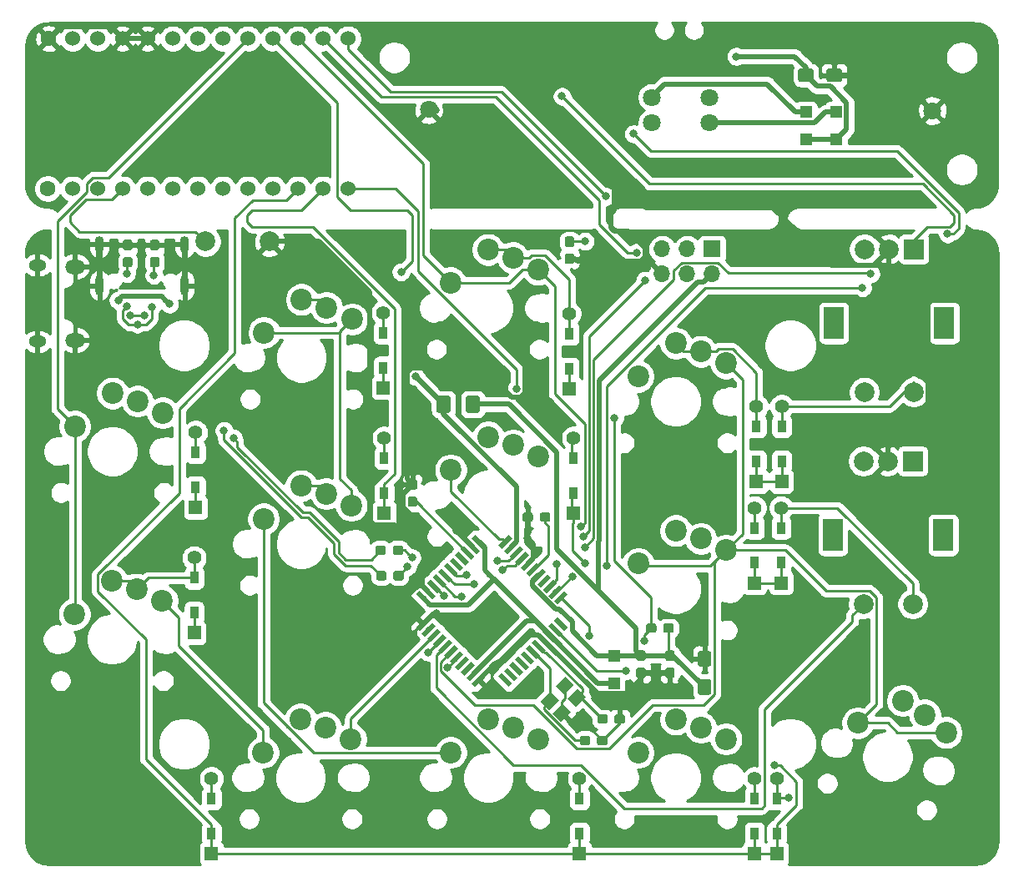
<source format=gbl>
G04 #@! TF.GenerationSoftware,KiCad,Pcbnew,(5.1.4-0-10_14)*
G04 #@! TF.CreationDate,2019-10-30T04:12:12+09:00*
G04 #@! TF.ProjectId,nilgiri,6e696c67-6972-4692-9e6b-696361645f70,rev?*
G04 #@! TF.SameCoordinates,Original*
G04 #@! TF.FileFunction,Copper,L2,Bot*
G04 #@! TF.FilePolarity,Positive*
%FSLAX46Y46*%
G04 Gerber Fmt 4.6, Leading zero omitted, Abs format (unit mm)*
G04 Created by KiCad (PCBNEW (5.1.4-0-10_14)) date 2019-10-30 04:12:12*
%MOMM*%
%LPD*%
G04 APERTURE LIST*
%ADD10C,1.800000*%
%ADD11C,2.200000*%
%ADD12O,0.900000X2.000000*%
%ADD13O,0.900000X1.700000*%
%ADD14C,1.600200*%
%ADD15R,1.200000X1.200000*%
%ADD16C,0.100000*%
%ADD17C,1.350000*%
%ADD18C,1.524000*%
%ADD19C,2.000000*%
%ADD20O,2.000000X1.450000*%
%ADD21O,1.800000X1.150000*%
%ADD22R,2.000000X3.200000*%
%ADD23R,2.000000X2.000000*%
%ADD24C,0.950000*%
%ADD25C,1.200000*%
%ADD26C,0.500000*%
%ADD27R,0.950000X1.300000*%
%ADD28C,1.397000*%
%ADD29R,1.397000X1.397000*%
%ADD30C,1.425000*%
%ADD31O,1.700000X1.700000*%
%ADD32R,1.700000X1.700000*%
%ADD33C,0.800000*%
%ADD34C,0.500000*%
%ADD35C,0.250000*%
%ADD36C,0.254000*%
G04 APERTURE END LIST*
D10*
X150353800Y-48300000D03*
X150353800Y-45700000D03*
X127700000Y-46950000D03*
X156146200Y-45700000D03*
X156146200Y-48300000D03*
X178800000Y-47050000D03*
D11*
X119900000Y-68200000D03*
X114800000Y-66200000D03*
X117340000Y-67020000D03*
X110990000Y-69560000D03*
D12*
X102922800Y-64795000D03*
X94282800Y-64795000D03*
D13*
X102922800Y-60625000D03*
X94282800Y-60625000D03*
D11*
X119850000Y-87100000D03*
X114750000Y-85100000D03*
X117290000Y-85920000D03*
X110940000Y-88460000D03*
D14*
X89150000Y-39750000D03*
X89050000Y-54950000D03*
D15*
X165984000Y-47194000D03*
X165984000Y-49994000D03*
D16*
G36*
X166524505Y-42776204D02*
G01*
X166548773Y-42779804D01*
X166572572Y-42785765D01*
X166595671Y-42794030D01*
X166617850Y-42804520D01*
X166638893Y-42817132D01*
X166658599Y-42831747D01*
X166676777Y-42848223D01*
X166693253Y-42866401D01*
X166707868Y-42886107D01*
X166720480Y-42907150D01*
X166730970Y-42929329D01*
X166739235Y-42952428D01*
X166745196Y-42976227D01*
X166748796Y-43000495D01*
X166750000Y-43024999D01*
X166750000Y-43875001D01*
X166748796Y-43899505D01*
X166745196Y-43923773D01*
X166739235Y-43947572D01*
X166730970Y-43970671D01*
X166720480Y-43992850D01*
X166707868Y-44013893D01*
X166693253Y-44033599D01*
X166676777Y-44051777D01*
X166658599Y-44068253D01*
X166638893Y-44082868D01*
X166617850Y-44095480D01*
X166595671Y-44105970D01*
X166572572Y-44114235D01*
X166548773Y-44120196D01*
X166524505Y-44123796D01*
X166500001Y-44125000D01*
X165424999Y-44125000D01*
X165400495Y-44123796D01*
X165376227Y-44120196D01*
X165352428Y-44114235D01*
X165329329Y-44105970D01*
X165307150Y-44095480D01*
X165286107Y-44082868D01*
X165266401Y-44068253D01*
X165248223Y-44051777D01*
X165231747Y-44033599D01*
X165217132Y-44013893D01*
X165204520Y-43992850D01*
X165194030Y-43970671D01*
X165185765Y-43947572D01*
X165179804Y-43923773D01*
X165176204Y-43899505D01*
X165175000Y-43875001D01*
X165175000Y-43024999D01*
X165176204Y-43000495D01*
X165179804Y-42976227D01*
X165185765Y-42952428D01*
X165194030Y-42929329D01*
X165204520Y-42907150D01*
X165217132Y-42886107D01*
X165231747Y-42866401D01*
X165248223Y-42848223D01*
X165266401Y-42831747D01*
X165286107Y-42817132D01*
X165307150Y-42804520D01*
X165329329Y-42794030D01*
X165352428Y-42785765D01*
X165376227Y-42779804D01*
X165400495Y-42776204D01*
X165424999Y-42775000D01*
X166500001Y-42775000D01*
X166524505Y-42776204D01*
X166524505Y-42776204D01*
G37*
D17*
X165962500Y-43450000D03*
D16*
G36*
X169399505Y-42776204D02*
G01*
X169423773Y-42779804D01*
X169447572Y-42785765D01*
X169470671Y-42794030D01*
X169492850Y-42804520D01*
X169513893Y-42817132D01*
X169533599Y-42831747D01*
X169551777Y-42848223D01*
X169568253Y-42866401D01*
X169582868Y-42886107D01*
X169595480Y-42907150D01*
X169605970Y-42929329D01*
X169614235Y-42952428D01*
X169620196Y-42976227D01*
X169623796Y-43000495D01*
X169625000Y-43024999D01*
X169625000Y-43875001D01*
X169623796Y-43899505D01*
X169620196Y-43923773D01*
X169614235Y-43947572D01*
X169605970Y-43970671D01*
X169595480Y-43992850D01*
X169582868Y-44013893D01*
X169568253Y-44033599D01*
X169551777Y-44051777D01*
X169533599Y-44068253D01*
X169513893Y-44082868D01*
X169492850Y-44095480D01*
X169470671Y-44105970D01*
X169447572Y-44114235D01*
X169423773Y-44120196D01*
X169399505Y-44123796D01*
X169375001Y-44125000D01*
X168299999Y-44125000D01*
X168275495Y-44123796D01*
X168251227Y-44120196D01*
X168227428Y-44114235D01*
X168204329Y-44105970D01*
X168182150Y-44095480D01*
X168161107Y-44082868D01*
X168141401Y-44068253D01*
X168123223Y-44051777D01*
X168106747Y-44033599D01*
X168092132Y-44013893D01*
X168079520Y-43992850D01*
X168069030Y-43970671D01*
X168060765Y-43947572D01*
X168054804Y-43923773D01*
X168051204Y-43899505D01*
X168050000Y-43875001D01*
X168050000Y-43024999D01*
X168051204Y-43000495D01*
X168054804Y-42976227D01*
X168060765Y-42952428D01*
X168069030Y-42929329D01*
X168079520Y-42907150D01*
X168092132Y-42886107D01*
X168106747Y-42866401D01*
X168123223Y-42848223D01*
X168141401Y-42831747D01*
X168161107Y-42817132D01*
X168182150Y-42804520D01*
X168204329Y-42794030D01*
X168227428Y-42785765D01*
X168251227Y-42779804D01*
X168275495Y-42776204D01*
X168299999Y-42775000D01*
X169375001Y-42775000D01*
X169399505Y-42776204D01*
X169399505Y-42776204D01*
G37*
D17*
X168837500Y-43450000D03*
D15*
X169032000Y-47194000D03*
X169032000Y-49994000D03*
D18*
X91572000Y-39738600D03*
X94112000Y-39738600D03*
X96652000Y-39738600D03*
X99192000Y-39738600D03*
X101732000Y-39738600D03*
X104272000Y-39738600D03*
X106812000Y-39738600D03*
X109352000Y-39738600D03*
X111892000Y-39738600D03*
X114432000Y-39738600D03*
X116972000Y-39738600D03*
X119512000Y-39738600D03*
X119512000Y-54958600D03*
X116972000Y-54958600D03*
X114432000Y-54958600D03*
X111892000Y-54958600D03*
X109352000Y-54958600D03*
X106812000Y-54958600D03*
X104272000Y-54958600D03*
X101732000Y-54958600D03*
X99192000Y-54958600D03*
X96652000Y-54958600D03*
X94112000Y-54958600D03*
X91572000Y-54958600D03*
D19*
X105055600Y-60325000D03*
X111555600Y-60325000D03*
D20*
X91791400Y-62873800D03*
X91791400Y-70323800D03*
D21*
X87991400Y-62723800D03*
X87991400Y-70473800D03*
D19*
X171900000Y-75600000D03*
X176900000Y-75600000D03*
D22*
X168800000Y-68600000D03*
X180000000Y-68600000D03*
D19*
X171900000Y-61100000D03*
X174400000Y-61100000D03*
D23*
X176900000Y-61100000D03*
D11*
X138850000Y-82150000D03*
X133750000Y-80150000D03*
X136290000Y-80970000D03*
X129940000Y-83510000D03*
X157850000Y-91650000D03*
X152750000Y-89650000D03*
X155290000Y-90470000D03*
X148940000Y-93010000D03*
D16*
G36*
X138060779Y-87826144D02*
G01*
X138083834Y-87829563D01*
X138106443Y-87835227D01*
X138128387Y-87843079D01*
X138149457Y-87853044D01*
X138169448Y-87865026D01*
X138188168Y-87878910D01*
X138205438Y-87894562D01*
X138221090Y-87911832D01*
X138234974Y-87930552D01*
X138246956Y-87950543D01*
X138256921Y-87971613D01*
X138264773Y-87993557D01*
X138270437Y-88016166D01*
X138273856Y-88039221D01*
X138275000Y-88062500D01*
X138275000Y-88537500D01*
X138273856Y-88560779D01*
X138270437Y-88583834D01*
X138264773Y-88606443D01*
X138256921Y-88628387D01*
X138246956Y-88649457D01*
X138234974Y-88669448D01*
X138221090Y-88688168D01*
X138205438Y-88705438D01*
X138188168Y-88721090D01*
X138169448Y-88734974D01*
X138149457Y-88746956D01*
X138128387Y-88756921D01*
X138106443Y-88764773D01*
X138083834Y-88770437D01*
X138060779Y-88773856D01*
X138037500Y-88775000D01*
X137462500Y-88775000D01*
X137439221Y-88773856D01*
X137416166Y-88770437D01*
X137393557Y-88764773D01*
X137371613Y-88756921D01*
X137350543Y-88746956D01*
X137330552Y-88734974D01*
X137311832Y-88721090D01*
X137294562Y-88705438D01*
X137278910Y-88688168D01*
X137265026Y-88669448D01*
X137253044Y-88649457D01*
X137243079Y-88628387D01*
X137235227Y-88606443D01*
X137229563Y-88583834D01*
X137226144Y-88560779D01*
X137225000Y-88537500D01*
X137225000Y-88062500D01*
X137226144Y-88039221D01*
X137229563Y-88016166D01*
X137235227Y-87993557D01*
X137243079Y-87971613D01*
X137253044Y-87950543D01*
X137265026Y-87930552D01*
X137278910Y-87911832D01*
X137294562Y-87894562D01*
X137311832Y-87878910D01*
X137330552Y-87865026D01*
X137350543Y-87853044D01*
X137371613Y-87843079D01*
X137393557Y-87835227D01*
X137416166Y-87829563D01*
X137439221Y-87826144D01*
X137462500Y-87825000D01*
X138037500Y-87825000D01*
X138060779Y-87826144D01*
X138060779Y-87826144D01*
G37*
D24*
X137750000Y-88300000D03*
D16*
G36*
X139810779Y-87826144D02*
G01*
X139833834Y-87829563D01*
X139856443Y-87835227D01*
X139878387Y-87843079D01*
X139899457Y-87853044D01*
X139919448Y-87865026D01*
X139938168Y-87878910D01*
X139955438Y-87894562D01*
X139971090Y-87911832D01*
X139984974Y-87930552D01*
X139996956Y-87950543D01*
X140006921Y-87971613D01*
X140014773Y-87993557D01*
X140020437Y-88016166D01*
X140023856Y-88039221D01*
X140025000Y-88062500D01*
X140025000Y-88537500D01*
X140023856Y-88560779D01*
X140020437Y-88583834D01*
X140014773Y-88606443D01*
X140006921Y-88628387D01*
X139996956Y-88649457D01*
X139984974Y-88669448D01*
X139971090Y-88688168D01*
X139955438Y-88705438D01*
X139938168Y-88721090D01*
X139919448Y-88734974D01*
X139899457Y-88746956D01*
X139878387Y-88756921D01*
X139856443Y-88764773D01*
X139833834Y-88770437D01*
X139810779Y-88773856D01*
X139787500Y-88775000D01*
X139212500Y-88775000D01*
X139189221Y-88773856D01*
X139166166Y-88770437D01*
X139143557Y-88764773D01*
X139121613Y-88756921D01*
X139100543Y-88746956D01*
X139080552Y-88734974D01*
X139061832Y-88721090D01*
X139044562Y-88705438D01*
X139028910Y-88688168D01*
X139015026Y-88669448D01*
X139003044Y-88649457D01*
X138993079Y-88628387D01*
X138985227Y-88606443D01*
X138979563Y-88583834D01*
X138976144Y-88560779D01*
X138975000Y-88537500D01*
X138975000Y-88062500D01*
X138976144Y-88039221D01*
X138979563Y-88016166D01*
X138985227Y-87993557D01*
X138993079Y-87971613D01*
X139003044Y-87950543D01*
X139015026Y-87930552D01*
X139028910Y-87911832D01*
X139044562Y-87894562D01*
X139061832Y-87878910D01*
X139080552Y-87865026D01*
X139100543Y-87853044D01*
X139121613Y-87843079D01*
X139143557Y-87835227D01*
X139166166Y-87829563D01*
X139189221Y-87826144D01*
X139212500Y-87825000D01*
X139787500Y-87825000D01*
X139810779Y-87826144D01*
X139810779Y-87826144D01*
G37*
D24*
X139500000Y-88300000D03*
D16*
G36*
X142246779Y-59815144D02*
G01*
X142269834Y-59818563D01*
X142292443Y-59824227D01*
X142314387Y-59832079D01*
X142335457Y-59842044D01*
X142355448Y-59854026D01*
X142374168Y-59867910D01*
X142391438Y-59883562D01*
X142407090Y-59900832D01*
X142420974Y-59919552D01*
X142432956Y-59939543D01*
X142442921Y-59960613D01*
X142450773Y-59982557D01*
X142456437Y-60005166D01*
X142459856Y-60028221D01*
X142461000Y-60051500D01*
X142461000Y-60626500D01*
X142459856Y-60649779D01*
X142456437Y-60672834D01*
X142450773Y-60695443D01*
X142442921Y-60717387D01*
X142432956Y-60738457D01*
X142420974Y-60758448D01*
X142407090Y-60777168D01*
X142391438Y-60794438D01*
X142374168Y-60810090D01*
X142355448Y-60823974D01*
X142335457Y-60835956D01*
X142314387Y-60845921D01*
X142292443Y-60853773D01*
X142269834Y-60859437D01*
X142246779Y-60862856D01*
X142223500Y-60864000D01*
X141748500Y-60864000D01*
X141725221Y-60862856D01*
X141702166Y-60859437D01*
X141679557Y-60853773D01*
X141657613Y-60845921D01*
X141636543Y-60835956D01*
X141616552Y-60823974D01*
X141597832Y-60810090D01*
X141580562Y-60794438D01*
X141564910Y-60777168D01*
X141551026Y-60758448D01*
X141539044Y-60738457D01*
X141529079Y-60717387D01*
X141521227Y-60695443D01*
X141515563Y-60672834D01*
X141512144Y-60649779D01*
X141511000Y-60626500D01*
X141511000Y-60051500D01*
X141512144Y-60028221D01*
X141515563Y-60005166D01*
X141521227Y-59982557D01*
X141529079Y-59960613D01*
X141539044Y-59939543D01*
X141551026Y-59919552D01*
X141564910Y-59900832D01*
X141580562Y-59883562D01*
X141597832Y-59867910D01*
X141616552Y-59854026D01*
X141636543Y-59842044D01*
X141657613Y-59832079D01*
X141679557Y-59824227D01*
X141702166Y-59818563D01*
X141725221Y-59815144D01*
X141748500Y-59814000D01*
X142223500Y-59814000D01*
X142246779Y-59815144D01*
X142246779Y-59815144D01*
G37*
D24*
X141986000Y-60339000D03*
D16*
G36*
X142246779Y-61565144D02*
G01*
X142269834Y-61568563D01*
X142292443Y-61574227D01*
X142314387Y-61582079D01*
X142335457Y-61592044D01*
X142355448Y-61604026D01*
X142374168Y-61617910D01*
X142391438Y-61633562D01*
X142407090Y-61650832D01*
X142420974Y-61669552D01*
X142432956Y-61689543D01*
X142442921Y-61710613D01*
X142450773Y-61732557D01*
X142456437Y-61755166D01*
X142459856Y-61778221D01*
X142461000Y-61801500D01*
X142461000Y-62376500D01*
X142459856Y-62399779D01*
X142456437Y-62422834D01*
X142450773Y-62445443D01*
X142442921Y-62467387D01*
X142432956Y-62488457D01*
X142420974Y-62508448D01*
X142407090Y-62527168D01*
X142391438Y-62544438D01*
X142374168Y-62560090D01*
X142355448Y-62573974D01*
X142335457Y-62585956D01*
X142314387Y-62595921D01*
X142292443Y-62603773D01*
X142269834Y-62609437D01*
X142246779Y-62612856D01*
X142223500Y-62614000D01*
X141748500Y-62614000D01*
X141725221Y-62612856D01*
X141702166Y-62609437D01*
X141679557Y-62603773D01*
X141657613Y-62595921D01*
X141636543Y-62585956D01*
X141616552Y-62573974D01*
X141597832Y-62560090D01*
X141580562Y-62544438D01*
X141564910Y-62527168D01*
X141551026Y-62508448D01*
X141539044Y-62488457D01*
X141529079Y-62467387D01*
X141521227Y-62445443D01*
X141515563Y-62422834D01*
X141512144Y-62399779D01*
X141511000Y-62376500D01*
X141511000Y-61801500D01*
X141512144Y-61778221D01*
X141515563Y-61755166D01*
X141521227Y-61732557D01*
X141529079Y-61710613D01*
X141539044Y-61689543D01*
X141551026Y-61669552D01*
X141564910Y-61650832D01*
X141580562Y-61633562D01*
X141597832Y-61617910D01*
X141616552Y-61604026D01*
X141636543Y-61592044D01*
X141657613Y-61582079D01*
X141679557Y-61574227D01*
X141702166Y-61568563D01*
X141725221Y-61565144D01*
X141748500Y-61564000D01*
X142223500Y-61564000D01*
X142246779Y-61565144D01*
X142246779Y-61565144D01*
G37*
D24*
X141986000Y-62089000D03*
D11*
X138800000Y-63150000D03*
X133700000Y-61150000D03*
X136240000Y-61970000D03*
X129890000Y-64510000D03*
X100700000Y-77700000D03*
X95600000Y-75700000D03*
X98140000Y-76520000D03*
X91790000Y-79060000D03*
D16*
G36*
X123197279Y-93760144D02*
G01*
X123220334Y-93763563D01*
X123242943Y-93769227D01*
X123264887Y-93777079D01*
X123285957Y-93787044D01*
X123305948Y-93799026D01*
X123324668Y-93812910D01*
X123341938Y-93828562D01*
X123357590Y-93845832D01*
X123371474Y-93864552D01*
X123383456Y-93884543D01*
X123393421Y-93905613D01*
X123401273Y-93927557D01*
X123406937Y-93950166D01*
X123410356Y-93973221D01*
X123411500Y-93996500D01*
X123411500Y-94471500D01*
X123410356Y-94494779D01*
X123406937Y-94517834D01*
X123401273Y-94540443D01*
X123393421Y-94562387D01*
X123383456Y-94583457D01*
X123371474Y-94603448D01*
X123357590Y-94622168D01*
X123341938Y-94639438D01*
X123324668Y-94655090D01*
X123305948Y-94668974D01*
X123285957Y-94680956D01*
X123264887Y-94690921D01*
X123242943Y-94698773D01*
X123220334Y-94704437D01*
X123197279Y-94707856D01*
X123174000Y-94709000D01*
X122599000Y-94709000D01*
X122575721Y-94707856D01*
X122552666Y-94704437D01*
X122530057Y-94698773D01*
X122508113Y-94690921D01*
X122487043Y-94680956D01*
X122467052Y-94668974D01*
X122448332Y-94655090D01*
X122431062Y-94639438D01*
X122415410Y-94622168D01*
X122401526Y-94603448D01*
X122389544Y-94583457D01*
X122379579Y-94562387D01*
X122371727Y-94540443D01*
X122366063Y-94517834D01*
X122362644Y-94494779D01*
X122361500Y-94471500D01*
X122361500Y-93996500D01*
X122362644Y-93973221D01*
X122366063Y-93950166D01*
X122371727Y-93927557D01*
X122379579Y-93905613D01*
X122389544Y-93884543D01*
X122401526Y-93864552D01*
X122415410Y-93845832D01*
X122431062Y-93828562D01*
X122448332Y-93812910D01*
X122467052Y-93799026D01*
X122487043Y-93787044D01*
X122508113Y-93777079D01*
X122530057Y-93769227D01*
X122552666Y-93763563D01*
X122575721Y-93760144D01*
X122599000Y-93759000D01*
X123174000Y-93759000D01*
X123197279Y-93760144D01*
X123197279Y-93760144D01*
G37*
D24*
X122886500Y-94234000D03*
D16*
G36*
X124947279Y-93760144D02*
G01*
X124970334Y-93763563D01*
X124992943Y-93769227D01*
X125014887Y-93777079D01*
X125035957Y-93787044D01*
X125055948Y-93799026D01*
X125074668Y-93812910D01*
X125091938Y-93828562D01*
X125107590Y-93845832D01*
X125121474Y-93864552D01*
X125133456Y-93884543D01*
X125143421Y-93905613D01*
X125151273Y-93927557D01*
X125156937Y-93950166D01*
X125160356Y-93973221D01*
X125161500Y-93996500D01*
X125161500Y-94471500D01*
X125160356Y-94494779D01*
X125156937Y-94517834D01*
X125151273Y-94540443D01*
X125143421Y-94562387D01*
X125133456Y-94583457D01*
X125121474Y-94603448D01*
X125107590Y-94622168D01*
X125091938Y-94639438D01*
X125074668Y-94655090D01*
X125055948Y-94668974D01*
X125035957Y-94680956D01*
X125014887Y-94690921D01*
X124992943Y-94698773D01*
X124970334Y-94704437D01*
X124947279Y-94707856D01*
X124924000Y-94709000D01*
X124349000Y-94709000D01*
X124325721Y-94707856D01*
X124302666Y-94704437D01*
X124280057Y-94698773D01*
X124258113Y-94690921D01*
X124237043Y-94680956D01*
X124217052Y-94668974D01*
X124198332Y-94655090D01*
X124181062Y-94639438D01*
X124165410Y-94622168D01*
X124151526Y-94603448D01*
X124139544Y-94583457D01*
X124129579Y-94562387D01*
X124121727Y-94540443D01*
X124116063Y-94517834D01*
X124112644Y-94494779D01*
X124111500Y-94471500D01*
X124111500Y-93996500D01*
X124112644Y-93973221D01*
X124116063Y-93950166D01*
X124121727Y-93927557D01*
X124129579Y-93905613D01*
X124139544Y-93884543D01*
X124151526Y-93864552D01*
X124165410Y-93845832D01*
X124181062Y-93828562D01*
X124198332Y-93812910D01*
X124217052Y-93799026D01*
X124237043Y-93787044D01*
X124258113Y-93777079D01*
X124280057Y-93769227D01*
X124302666Y-93763563D01*
X124325721Y-93760144D01*
X124349000Y-93759000D01*
X124924000Y-93759000D01*
X124947279Y-93760144D01*
X124947279Y-93760144D01*
G37*
D24*
X124636500Y-94234000D03*
D11*
X138850000Y-110800000D03*
X133750000Y-108800000D03*
X136290000Y-109620000D03*
X129940000Y-112160000D03*
X157850000Y-110800000D03*
X152750000Y-108800000D03*
X155290000Y-109620000D03*
X148940000Y-112160000D03*
X180185616Y-110152866D03*
X175777032Y-106901038D03*
X178018252Y-108350497D03*
X171227223Y-109160448D03*
X157850000Y-72650000D03*
X152750000Y-70650000D03*
X155290000Y-71470000D03*
X148940000Y-74010000D03*
X119800000Y-110800000D03*
X114700000Y-108800000D03*
X117240000Y-109620000D03*
X110890000Y-112160000D03*
X100660000Y-96780000D03*
X95560000Y-94780000D03*
X98100000Y-95600000D03*
X91750000Y-98140000D03*
D25*
X141173223Y-108128858D03*
D16*
G36*
X141102512Y-109048097D02*
G01*
X140253984Y-108199569D01*
X141243934Y-107209619D01*
X142092462Y-108058147D01*
X141102512Y-109048097D01*
X141102512Y-109048097D01*
G37*
D25*
X142728858Y-106573223D03*
D16*
G36*
X142658147Y-107492462D02*
G01*
X141809619Y-106643934D01*
X142799569Y-105653984D01*
X143648097Y-106502512D01*
X142658147Y-107492462D01*
X142658147Y-107492462D01*
G37*
D25*
X141526777Y-105371142D03*
D16*
G36*
X141456066Y-106290381D02*
G01*
X140607538Y-105441853D01*
X141597488Y-104451903D01*
X142446016Y-105300431D01*
X141456066Y-106290381D01*
X141456066Y-106290381D01*
G37*
D25*
X139971142Y-106926777D03*
D16*
G36*
X139900431Y-107846016D02*
G01*
X139051903Y-106997488D01*
X140041853Y-106007538D01*
X140890381Y-106856066D01*
X139900431Y-107846016D01*
X139900431Y-107846016D01*
G37*
G36*
X147385779Y-108301144D02*
G01*
X147408834Y-108304563D01*
X147431443Y-108310227D01*
X147453387Y-108318079D01*
X147474457Y-108328044D01*
X147494448Y-108340026D01*
X147513168Y-108353910D01*
X147530438Y-108369562D01*
X147546090Y-108386832D01*
X147559974Y-108405552D01*
X147571956Y-108425543D01*
X147581921Y-108446613D01*
X147589773Y-108468557D01*
X147595437Y-108491166D01*
X147598856Y-108514221D01*
X147600000Y-108537500D01*
X147600000Y-109012500D01*
X147598856Y-109035779D01*
X147595437Y-109058834D01*
X147589773Y-109081443D01*
X147581921Y-109103387D01*
X147571956Y-109124457D01*
X147559974Y-109144448D01*
X147546090Y-109163168D01*
X147530438Y-109180438D01*
X147513168Y-109196090D01*
X147494448Y-109209974D01*
X147474457Y-109221956D01*
X147453387Y-109231921D01*
X147431443Y-109239773D01*
X147408834Y-109245437D01*
X147385779Y-109248856D01*
X147362500Y-109250000D01*
X146787500Y-109250000D01*
X146764221Y-109248856D01*
X146741166Y-109245437D01*
X146718557Y-109239773D01*
X146696613Y-109231921D01*
X146675543Y-109221956D01*
X146655552Y-109209974D01*
X146636832Y-109196090D01*
X146619562Y-109180438D01*
X146603910Y-109163168D01*
X146590026Y-109144448D01*
X146578044Y-109124457D01*
X146568079Y-109103387D01*
X146560227Y-109081443D01*
X146554563Y-109058834D01*
X146551144Y-109035779D01*
X146550000Y-109012500D01*
X146550000Y-108537500D01*
X146551144Y-108514221D01*
X146554563Y-108491166D01*
X146560227Y-108468557D01*
X146568079Y-108446613D01*
X146578044Y-108425543D01*
X146590026Y-108405552D01*
X146603910Y-108386832D01*
X146619562Y-108369562D01*
X146636832Y-108353910D01*
X146655552Y-108340026D01*
X146675543Y-108328044D01*
X146696613Y-108318079D01*
X146718557Y-108310227D01*
X146741166Y-108304563D01*
X146764221Y-108301144D01*
X146787500Y-108300000D01*
X147362500Y-108300000D01*
X147385779Y-108301144D01*
X147385779Y-108301144D01*
G37*
D24*
X147075000Y-108775000D03*
D16*
G36*
X145635779Y-108301144D02*
G01*
X145658834Y-108304563D01*
X145681443Y-108310227D01*
X145703387Y-108318079D01*
X145724457Y-108328044D01*
X145744448Y-108340026D01*
X145763168Y-108353910D01*
X145780438Y-108369562D01*
X145796090Y-108386832D01*
X145809974Y-108405552D01*
X145821956Y-108425543D01*
X145831921Y-108446613D01*
X145839773Y-108468557D01*
X145845437Y-108491166D01*
X145848856Y-108514221D01*
X145850000Y-108537500D01*
X145850000Y-109012500D01*
X145848856Y-109035779D01*
X145845437Y-109058834D01*
X145839773Y-109081443D01*
X145831921Y-109103387D01*
X145821956Y-109124457D01*
X145809974Y-109144448D01*
X145796090Y-109163168D01*
X145780438Y-109180438D01*
X145763168Y-109196090D01*
X145744448Y-109209974D01*
X145724457Y-109221956D01*
X145703387Y-109231921D01*
X145681443Y-109239773D01*
X145658834Y-109245437D01*
X145635779Y-109248856D01*
X145612500Y-109250000D01*
X145037500Y-109250000D01*
X145014221Y-109248856D01*
X144991166Y-109245437D01*
X144968557Y-109239773D01*
X144946613Y-109231921D01*
X144925543Y-109221956D01*
X144905552Y-109209974D01*
X144886832Y-109196090D01*
X144869562Y-109180438D01*
X144853910Y-109163168D01*
X144840026Y-109144448D01*
X144828044Y-109124457D01*
X144818079Y-109103387D01*
X144810227Y-109081443D01*
X144804563Y-109058834D01*
X144801144Y-109035779D01*
X144800000Y-109012500D01*
X144800000Y-108537500D01*
X144801144Y-108514221D01*
X144804563Y-108491166D01*
X144810227Y-108468557D01*
X144818079Y-108446613D01*
X144828044Y-108425543D01*
X144840026Y-108405552D01*
X144853910Y-108386832D01*
X144869562Y-108369562D01*
X144886832Y-108353910D01*
X144905552Y-108340026D01*
X144925543Y-108328044D01*
X144946613Y-108318079D01*
X144968557Y-108310227D01*
X144991166Y-108304563D01*
X145014221Y-108301144D01*
X145037500Y-108300000D01*
X145612500Y-108300000D01*
X145635779Y-108301144D01*
X145635779Y-108301144D01*
G37*
D24*
X145325000Y-108775000D03*
D26*
X132768497Y-90789643D03*
D16*
G36*
X132414944Y-90082536D02*
G01*
X133475604Y-91143196D01*
X133122050Y-91496750D01*
X132061390Y-90436090D01*
X132414944Y-90082536D01*
X132414944Y-90082536D01*
G37*
D26*
X132202812Y-91355328D03*
D16*
G36*
X131849259Y-90648221D02*
G01*
X132909919Y-91708881D01*
X132556365Y-92062435D01*
X131495705Y-91001775D01*
X131849259Y-90648221D01*
X131849259Y-90648221D01*
G37*
D26*
X131637126Y-91921014D03*
D16*
G36*
X131283573Y-91213907D02*
G01*
X132344233Y-92274567D01*
X131990679Y-92628121D01*
X130930019Y-91567461D01*
X131283573Y-91213907D01*
X131283573Y-91213907D01*
G37*
D26*
X131071441Y-92486699D03*
D16*
G36*
X130717888Y-91779592D02*
G01*
X131778548Y-92840252D01*
X131424994Y-93193806D01*
X130364334Y-92133146D01*
X130717888Y-91779592D01*
X130717888Y-91779592D01*
G37*
D26*
X130505755Y-93052385D03*
D16*
G36*
X130152202Y-92345278D02*
G01*
X131212862Y-93405938D01*
X130859308Y-93759492D01*
X129798648Y-92698832D01*
X130152202Y-92345278D01*
X130152202Y-92345278D01*
G37*
D26*
X129940070Y-93618070D03*
D16*
G36*
X129586517Y-92910963D02*
G01*
X130647177Y-93971623D01*
X130293623Y-94325177D01*
X129232963Y-93264517D01*
X129586517Y-92910963D01*
X129586517Y-92910963D01*
G37*
D26*
X129374385Y-94183755D03*
D16*
G36*
X129020832Y-93476648D02*
G01*
X130081492Y-94537308D01*
X129727938Y-94890862D01*
X128667278Y-93830202D01*
X129020832Y-93476648D01*
X129020832Y-93476648D01*
G37*
D26*
X128808699Y-94749441D03*
D16*
G36*
X128455146Y-94042334D02*
G01*
X129515806Y-95102994D01*
X129162252Y-95456548D01*
X128101592Y-94395888D01*
X128455146Y-94042334D01*
X128455146Y-94042334D01*
G37*
D26*
X128243014Y-95315126D03*
D16*
G36*
X127889461Y-94608019D02*
G01*
X128950121Y-95668679D01*
X128596567Y-96022233D01*
X127535907Y-94961573D01*
X127889461Y-94608019D01*
X127889461Y-94608019D01*
G37*
D26*
X127677328Y-95880812D03*
D16*
G36*
X127323775Y-95173705D02*
G01*
X128384435Y-96234365D01*
X128030881Y-96587919D01*
X126970221Y-95527259D01*
X127323775Y-95173705D01*
X127323775Y-95173705D01*
G37*
D26*
X127111643Y-96446497D03*
D16*
G36*
X126758090Y-95739390D02*
G01*
X127818750Y-96800050D01*
X127465196Y-97153604D01*
X126404536Y-96092944D01*
X126758090Y-95739390D01*
X126758090Y-95739390D01*
G37*
D26*
X127111643Y-99133503D03*
D16*
G36*
X127465196Y-98426396D02*
G01*
X127818750Y-98779950D01*
X126758090Y-99840610D01*
X126404536Y-99487056D01*
X127465196Y-98426396D01*
X127465196Y-98426396D01*
G37*
D26*
X127677328Y-99699188D03*
D16*
G36*
X128030881Y-98992081D02*
G01*
X128384435Y-99345635D01*
X127323775Y-100406295D01*
X126970221Y-100052741D01*
X128030881Y-98992081D01*
X128030881Y-98992081D01*
G37*
D26*
X128243014Y-100264874D03*
D16*
G36*
X128596567Y-99557767D02*
G01*
X128950121Y-99911321D01*
X127889461Y-100971981D01*
X127535907Y-100618427D01*
X128596567Y-99557767D01*
X128596567Y-99557767D01*
G37*
D26*
X128808699Y-100830559D03*
D16*
G36*
X129162252Y-100123452D02*
G01*
X129515806Y-100477006D01*
X128455146Y-101537666D01*
X128101592Y-101184112D01*
X129162252Y-100123452D01*
X129162252Y-100123452D01*
G37*
D26*
X129374385Y-101396245D03*
D16*
G36*
X129727938Y-100689138D02*
G01*
X130081492Y-101042692D01*
X129020832Y-102103352D01*
X128667278Y-101749798D01*
X129727938Y-100689138D01*
X129727938Y-100689138D01*
G37*
D26*
X129940070Y-101961930D03*
D16*
G36*
X130293623Y-101254823D02*
G01*
X130647177Y-101608377D01*
X129586517Y-102669037D01*
X129232963Y-102315483D01*
X130293623Y-101254823D01*
X130293623Y-101254823D01*
G37*
D26*
X130505755Y-102527615D03*
D16*
G36*
X130859308Y-101820508D02*
G01*
X131212862Y-102174062D01*
X130152202Y-103234722D01*
X129798648Y-102881168D01*
X130859308Y-101820508D01*
X130859308Y-101820508D01*
G37*
D26*
X131071441Y-103093301D03*
D16*
G36*
X131424994Y-102386194D02*
G01*
X131778548Y-102739748D01*
X130717888Y-103800408D01*
X130364334Y-103446854D01*
X131424994Y-102386194D01*
X131424994Y-102386194D01*
G37*
D26*
X131637126Y-103658986D03*
D16*
G36*
X131990679Y-102951879D02*
G01*
X132344233Y-103305433D01*
X131283573Y-104366093D01*
X130930019Y-104012539D01*
X131990679Y-102951879D01*
X131990679Y-102951879D01*
G37*
D26*
X132202812Y-104224672D03*
D16*
G36*
X132556365Y-103517565D02*
G01*
X132909919Y-103871119D01*
X131849259Y-104931779D01*
X131495705Y-104578225D01*
X132556365Y-103517565D01*
X132556365Y-103517565D01*
G37*
D26*
X132768497Y-104790357D03*
D16*
G36*
X133122050Y-104083250D02*
G01*
X133475604Y-104436804D01*
X132414944Y-105497464D01*
X132061390Y-105143910D01*
X133122050Y-104083250D01*
X133122050Y-104083250D01*
G37*
D26*
X135455503Y-104790357D03*
D16*
G36*
X135101950Y-104083250D02*
G01*
X136162610Y-105143910D01*
X135809056Y-105497464D01*
X134748396Y-104436804D01*
X135101950Y-104083250D01*
X135101950Y-104083250D01*
G37*
D26*
X136021188Y-104224672D03*
D16*
G36*
X135667635Y-103517565D02*
G01*
X136728295Y-104578225D01*
X136374741Y-104931779D01*
X135314081Y-103871119D01*
X135667635Y-103517565D01*
X135667635Y-103517565D01*
G37*
D26*
X136586874Y-103658986D03*
D16*
G36*
X136233321Y-102951879D02*
G01*
X137293981Y-104012539D01*
X136940427Y-104366093D01*
X135879767Y-103305433D01*
X136233321Y-102951879D01*
X136233321Y-102951879D01*
G37*
D26*
X137152559Y-103093301D03*
D16*
G36*
X136799006Y-102386194D02*
G01*
X137859666Y-103446854D01*
X137506112Y-103800408D01*
X136445452Y-102739748D01*
X136799006Y-102386194D01*
X136799006Y-102386194D01*
G37*
D26*
X137718245Y-102527615D03*
D16*
G36*
X137364692Y-101820508D02*
G01*
X138425352Y-102881168D01*
X138071798Y-103234722D01*
X137011138Y-102174062D01*
X137364692Y-101820508D01*
X137364692Y-101820508D01*
G37*
D26*
X138283930Y-101961930D03*
D16*
G36*
X137930377Y-101254823D02*
G01*
X138991037Y-102315483D01*
X138637483Y-102669037D01*
X137576823Y-101608377D01*
X137930377Y-101254823D01*
X137930377Y-101254823D01*
G37*
D26*
X138849615Y-101396245D03*
D16*
G36*
X138496062Y-100689138D02*
G01*
X139556722Y-101749798D01*
X139203168Y-102103352D01*
X138142508Y-101042692D01*
X138496062Y-100689138D01*
X138496062Y-100689138D01*
G37*
D26*
X139415301Y-100830559D03*
D16*
G36*
X139061748Y-100123452D02*
G01*
X140122408Y-101184112D01*
X139768854Y-101537666D01*
X138708194Y-100477006D01*
X139061748Y-100123452D01*
X139061748Y-100123452D01*
G37*
D26*
X139980986Y-100264874D03*
D16*
G36*
X139627433Y-99557767D02*
G01*
X140688093Y-100618427D01*
X140334539Y-100971981D01*
X139273879Y-99911321D01*
X139627433Y-99557767D01*
X139627433Y-99557767D01*
G37*
D26*
X140546672Y-99699188D03*
D16*
G36*
X140193119Y-98992081D02*
G01*
X141253779Y-100052741D01*
X140900225Y-100406295D01*
X139839565Y-99345635D01*
X140193119Y-98992081D01*
X140193119Y-98992081D01*
G37*
D26*
X141112357Y-99133503D03*
D16*
G36*
X140758804Y-98426396D02*
G01*
X141819464Y-99487056D01*
X141465910Y-99840610D01*
X140405250Y-98779950D01*
X140758804Y-98426396D01*
X140758804Y-98426396D01*
G37*
D26*
X141112357Y-96446497D03*
D16*
G36*
X141465910Y-95739390D02*
G01*
X141819464Y-96092944D01*
X140758804Y-97153604D01*
X140405250Y-96800050D01*
X141465910Y-95739390D01*
X141465910Y-95739390D01*
G37*
D26*
X140546672Y-95880812D03*
D16*
G36*
X140900225Y-95173705D02*
G01*
X141253779Y-95527259D01*
X140193119Y-96587919D01*
X139839565Y-96234365D01*
X140900225Y-95173705D01*
X140900225Y-95173705D01*
G37*
D26*
X139980986Y-95315126D03*
D16*
G36*
X140334539Y-94608019D02*
G01*
X140688093Y-94961573D01*
X139627433Y-96022233D01*
X139273879Y-95668679D01*
X140334539Y-94608019D01*
X140334539Y-94608019D01*
G37*
D26*
X139415301Y-94749441D03*
D16*
G36*
X139768854Y-94042334D02*
G01*
X140122408Y-94395888D01*
X139061748Y-95456548D01*
X138708194Y-95102994D01*
X139768854Y-94042334D01*
X139768854Y-94042334D01*
G37*
D26*
X138849615Y-94183755D03*
D16*
G36*
X139203168Y-93476648D02*
G01*
X139556722Y-93830202D01*
X138496062Y-94890862D01*
X138142508Y-94537308D01*
X139203168Y-93476648D01*
X139203168Y-93476648D01*
G37*
D26*
X138283930Y-93618070D03*
D16*
G36*
X138637483Y-92910963D02*
G01*
X138991037Y-93264517D01*
X137930377Y-94325177D01*
X137576823Y-93971623D01*
X138637483Y-92910963D01*
X138637483Y-92910963D01*
G37*
D26*
X137718245Y-93052385D03*
D16*
G36*
X138071798Y-92345278D02*
G01*
X138425352Y-92698832D01*
X137364692Y-93759492D01*
X137011138Y-93405938D01*
X138071798Y-92345278D01*
X138071798Y-92345278D01*
G37*
D26*
X137152559Y-92486699D03*
D16*
G36*
X137506112Y-91779592D02*
G01*
X137859666Y-92133146D01*
X136799006Y-93193806D01*
X136445452Y-92840252D01*
X137506112Y-91779592D01*
X137506112Y-91779592D01*
G37*
D26*
X136586874Y-91921014D03*
D16*
G36*
X136940427Y-91213907D02*
G01*
X137293981Y-91567461D01*
X136233321Y-92628121D01*
X135879767Y-92274567D01*
X136940427Y-91213907D01*
X136940427Y-91213907D01*
G37*
D26*
X136021188Y-91355328D03*
D16*
G36*
X136374741Y-90648221D02*
G01*
X136728295Y-91001775D01*
X135667635Y-92062435D01*
X135314081Y-91708881D01*
X136374741Y-90648221D01*
X136374741Y-90648221D01*
G37*
D26*
X135455503Y-90789643D03*
D16*
G36*
X135809056Y-90082536D02*
G01*
X136162610Y-90436090D01*
X135101950Y-91496750D01*
X134748396Y-91143196D01*
X135809056Y-90082536D01*
X135809056Y-90082536D01*
G37*
G36*
X100158979Y-61895344D02*
G01*
X100182034Y-61898763D01*
X100204643Y-61904427D01*
X100226587Y-61912279D01*
X100247657Y-61922244D01*
X100267648Y-61934226D01*
X100286368Y-61948110D01*
X100303638Y-61963762D01*
X100319290Y-61981032D01*
X100333174Y-61999752D01*
X100345156Y-62019743D01*
X100355121Y-62040813D01*
X100362973Y-62062757D01*
X100368637Y-62085366D01*
X100372056Y-62108421D01*
X100373200Y-62131700D01*
X100373200Y-62706700D01*
X100372056Y-62729979D01*
X100368637Y-62753034D01*
X100362973Y-62775643D01*
X100355121Y-62797587D01*
X100345156Y-62818657D01*
X100333174Y-62838648D01*
X100319290Y-62857368D01*
X100303638Y-62874638D01*
X100286368Y-62890290D01*
X100267648Y-62904174D01*
X100247657Y-62916156D01*
X100226587Y-62926121D01*
X100204643Y-62933973D01*
X100182034Y-62939637D01*
X100158979Y-62943056D01*
X100135700Y-62944200D01*
X99660700Y-62944200D01*
X99637421Y-62943056D01*
X99614366Y-62939637D01*
X99591757Y-62933973D01*
X99569813Y-62926121D01*
X99548743Y-62916156D01*
X99528752Y-62904174D01*
X99510032Y-62890290D01*
X99492762Y-62874638D01*
X99477110Y-62857368D01*
X99463226Y-62838648D01*
X99451244Y-62818657D01*
X99441279Y-62797587D01*
X99433427Y-62775643D01*
X99427763Y-62753034D01*
X99424344Y-62729979D01*
X99423200Y-62706700D01*
X99423200Y-62131700D01*
X99424344Y-62108421D01*
X99427763Y-62085366D01*
X99433427Y-62062757D01*
X99441279Y-62040813D01*
X99451244Y-62019743D01*
X99463226Y-61999752D01*
X99477110Y-61981032D01*
X99492762Y-61963762D01*
X99510032Y-61948110D01*
X99528752Y-61934226D01*
X99548743Y-61922244D01*
X99569813Y-61912279D01*
X99591757Y-61904427D01*
X99614366Y-61898763D01*
X99637421Y-61895344D01*
X99660700Y-61894200D01*
X100135700Y-61894200D01*
X100158979Y-61895344D01*
X100158979Y-61895344D01*
G37*
D24*
X99898200Y-62419200D03*
D16*
G36*
X100158979Y-60145344D02*
G01*
X100182034Y-60148763D01*
X100204643Y-60154427D01*
X100226587Y-60162279D01*
X100247657Y-60172244D01*
X100267648Y-60184226D01*
X100286368Y-60198110D01*
X100303638Y-60213762D01*
X100319290Y-60231032D01*
X100333174Y-60249752D01*
X100345156Y-60269743D01*
X100355121Y-60290813D01*
X100362973Y-60312757D01*
X100368637Y-60335366D01*
X100372056Y-60358421D01*
X100373200Y-60381700D01*
X100373200Y-60956700D01*
X100372056Y-60979979D01*
X100368637Y-61003034D01*
X100362973Y-61025643D01*
X100355121Y-61047587D01*
X100345156Y-61068657D01*
X100333174Y-61088648D01*
X100319290Y-61107368D01*
X100303638Y-61124638D01*
X100286368Y-61140290D01*
X100267648Y-61154174D01*
X100247657Y-61166156D01*
X100226587Y-61176121D01*
X100204643Y-61183973D01*
X100182034Y-61189637D01*
X100158979Y-61193056D01*
X100135700Y-61194200D01*
X99660700Y-61194200D01*
X99637421Y-61193056D01*
X99614366Y-61189637D01*
X99591757Y-61183973D01*
X99569813Y-61176121D01*
X99548743Y-61166156D01*
X99528752Y-61154174D01*
X99510032Y-61140290D01*
X99492762Y-61124638D01*
X99477110Y-61107368D01*
X99463226Y-61088648D01*
X99451244Y-61068657D01*
X99441279Y-61047587D01*
X99433427Y-61025643D01*
X99427763Y-61003034D01*
X99424344Y-60979979D01*
X99423200Y-60956700D01*
X99423200Y-60381700D01*
X99424344Y-60358421D01*
X99427763Y-60335366D01*
X99433427Y-60312757D01*
X99441279Y-60290813D01*
X99451244Y-60269743D01*
X99463226Y-60249752D01*
X99477110Y-60231032D01*
X99492762Y-60213762D01*
X99510032Y-60198110D01*
X99528752Y-60184226D01*
X99548743Y-60172244D01*
X99569813Y-60162279D01*
X99591757Y-60154427D01*
X99614366Y-60148763D01*
X99637421Y-60145344D01*
X99660700Y-60144200D01*
X100135700Y-60144200D01*
X100158979Y-60145344D01*
X100158979Y-60145344D01*
G37*
D24*
X99898200Y-60669200D03*
D19*
X171800000Y-97100000D03*
X176800000Y-97100000D03*
D22*
X168700000Y-90100000D03*
X179900000Y-90100000D03*
D19*
X171800000Y-82600000D03*
X174300000Y-82600000D03*
D23*
X176800000Y-82600000D03*
D27*
X123100000Y-69575000D03*
D28*
X123100000Y-67540000D03*
D29*
X123100000Y-75160000D03*
D27*
X123100000Y-73125000D03*
D16*
G36*
X143860779Y-110476144D02*
G01*
X143883834Y-110479563D01*
X143906443Y-110485227D01*
X143928387Y-110493079D01*
X143949457Y-110503044D01*
X143969448Y-110515026D01*
X143988168Y-110528910D01*
X144005438Y-110544562D01*
X144021090Y-110561832D01*
X144034974Y-110580552D01*
X144046956Y-110600543D01*
X144056921Y-110621613D01*
X144064773Y-110643557D01*
X144070437Y-110666166D01*
X144073856Y-110689221D01*
X144075000Y-110712500D01*
X144075000Y-111187500D01*
X144073856Y-111210779D01*
X144070437Y-111233834D01*
X144064773Y-111256443D01*
X144056921Y-111278387D01*
X144046956Y-111299457D01*
X144034974Y-111319448D01*
X144021090Y-111338168D01*
X144005438Y-111355438D01*
X143988168Y-111371090D01*
X143969448Y-111384974D01*
X143949457Y-111396956D01*
X143928387Y-111406921D01*
X143906443Y-111414773D01*
X143883834Y-111420437D01*
X143860779Y-111423856D01*
X143837500Y-111425000D01*
X143262500Y-111425000D01*
X143239221Y-111423856D01*
X143216166Y-111420437D01*
X143193557Y-111414773D01*
X143171613Y-111406921D01*
X143150543Y-111396956D01*
X143130552Y-111384974D01*
X143111832Y-111371090D01*
X143094562Y-111355438D01*
X143078910Y-111338168D01*
X143065026Y-111319448D01*
X143053044Y-111299457D01*
X143043079Y-111278387D01*
X143035227Y-111256443D01*
X143029563Y-111233834D01*
X143026144Y-111210779D01*
X143025000Y-111187500D01*
X143025000Y-110712500D01*
X143026144Y-110689221D01*
X143029563Y-110666166D01*
X143035227Y-110643557D01*
X143043079Y-110621613D01*
X143053044Y-110600543D01*
X143065026Y-110580552D01*
X143078910Y-110561832D01*
X143094562Y-110544562D01*
X143111832Y-110528910D01*
X143130552Y-110515026D01*
X143150543Y-110503044D01*
X143171613Y-110493079D01*
X143193557Y-110485227D01*
X143216166Y-110479563D01*
X143239221Y-110476144D01*
X143262500Y-110475000D01*
X143837500Y-110475000D01*
X143860779Y-110476144D01*
X143860779Y-110476144D01*
G37*
D24*
X143550000Y-110950000D03*
D16*
G36*
X145610779Y-110476144D02*
G01*
X145633834Y-110479563D01*
X145656443Y-110485227D01*
X145678387Y-110493079D01*
X145699457Y-110503044D01*
X145719448Y-110515026D01*
X145738168Y-110528910D01*
X145755438Y-110544562D01*
X145771090Y-110561832D01*
X145784974Y-110580552D01*
X145796956Y-110600543D01*
X145806921Y-110621613D01*
X145814773Y-110643557D01*
X145820437Y-110666166D01*
X145823856Y-110689221D01*
X145825000Y-110712500D01*
X145825000Y-111187500D01*
X145823856Y-111210779D01*
X145820437Y-111233834D01*
X145814773Y-111256443D01*
X145806921Y-111278387D01*
X145796956Y-111299457D01*
X145784974Y-111319448D01*
X145771090Y-111338168D01*
X145755438Y-111355438D01*
X145738168Y-111371090D01*
X145719448Y-111384974D01*
X145699457Y-111396956D01*
X145678387Y-111406921D01*
X145656443Y-111414773D01*
X145633834Y-111420437D01*
X145610779Y-111423856D01*
X145587500Y-111425000D01*
X145012500Y-111425000D01*
X144989221Y-111423856D01*
X144966166Y-111420437D01*
X144943557Y-111414773D01*
X144921613Y-111406921D01*
X144900543Y-111396956D01*
X144880552Y-111384974D01*
X144861832Y-111371090D01*
X144844562Y-111355438D01*
X144828910Y-111338168D01*
X144815026Y-111319448D01*
X144803044Y-111299457D01*
X144793079Y-111278387D01*
X144785227Y-111256443D01*
X144779563Y-111233834D01*
X144776144Y-111210779D01*
X144775000Y-111187500D01*
X144775000Y-110712500D01*
X144776144Y-110689221D01*
X144779563Y-110666166D01*
X144785227Y-110643557D01*
X144793079Y-110621613D01*
X144803044Y-110600543D01*
X144815026Y-110580552D01*
X144828910Y-110561832D01*
X144844562Y-110544562D01*
X144861832Y-110528910D01*
X144880552Y-110515026D01*
X144900543Y-110503044D01*
X144921613Y-110493079D01*
X144943557Y-110485227D01*
X144966166Y-110479563D01*
X144989221Y-110476144D01*
X145012500Y-110475000D01*
X145587500Y-110475000D01*
X145610779Y-110476144D01*
X145610779Y-110476144D01*
G37*
D24*
X145300000Y-110950000D03*
D27*
X163000000Y-116850000D03*
D28*
X163000000Y-114815000D03*
D29*
X163000000Y-122435000D03*
D27*
X163000000Y-120400000D03*
X160750000Y-89375000D03*
D28*
X160750000Y-87340000D03*
D29*
X160750000Y-94960000D03*
D27*
X160750000Y-92925000D03*
X160950000Y-79075000D03*
D28*
X160950000Y-77040000D03*
D29*
X160950000Y-84660000D03*
D27*
X160950000Y-82625000D03*
X160750000Y-116850000D03*
D28*
X160750000Y-114815000D03*
D29*
X160750000Y-122435000D03*
D27*
X160750000Y-120400000D03*
X142400000Y-82300000D03*
D28*
X142400000Y-80265000D03*
D29*
X142400000Y-87885000D03*
D27*
X142400000Y-85850000D03*
X141950000Y-69675000D03*
D28*
X141950000Y-67640000D03*
D29*
X141950000Y-75260000D03*
D27*
X141950000Y-73225000D03*
X163450000Y-89375000D03*
D28*
X163450000Y-87340000D03*
D29*
X163450000Y-94960000D03*
D27*
X163450000Y-92925000D03*
X143002000Y-116850000D03*
D28*
X143002000Y-114815000D03*
D29*
X143002000Y-122435000D03*
D27*
X143002000Y-120400000D03*
X123190000Y-82299000D03*
D28*
X123190000Y-80264000D03*
D29*
X123190000Y-87884000D03*
D27*
X123190000Y-85849000D03*
X163500000Y-79075000D03*
D28*
X163500000Y-77040000D03*
D29*
X163500000Y-84660000D03*
D27*
X163500000Y-82625000D03*
X105664000Y-116850000D03*
D28*
X105664000Y-114815000D03*
D29*
X105664000Y-122435000D03*
D27*
X105664000Y-120400000D03*
X103900000Y-94450000D03*
D28*
X103900000Y-92415000D03*
D29*
X103900000Y-100035000D03*
D27*
X103900000Y-98000000D03*
X104050000Y-81725000D03*
D28*
X104050000Y-79690000D03*
D29*
X104050000Y-87310000D03*
D27*
X104050000Y-85275000D03*
D16*
G36*
X129682504Y-75961204D02*
G01*
X129706773Y-75964804D01*
X129730571Y-75970765D01*
X129753671Y-75979030D01*
X129775849Y-75989520D01*
X129796893Y-76002133D01*
X129816598Y-76016747D01*
X129834777Y-76033223D01*
X129851253Y-76051402D01*
X129865867Y-76071107D01*
X129878480Y-76092151D01*
X129888970Y-76114329D01*
X129897235Y-76137429D01*
X129903196Y-76161227D01*
X129906796Y-76185496D01*
X129908000Y-76210000D01*
X129908000Y-77460000D01*
X129906796Y-77484504D01*
X129903196Y-77508773D01*
X129897235Y-77532571D01*
X129888970Y-77555671D01*
X129878480Y-77577849D01*
X129865867Y-77598893D01*
X129851253Y-77618598D01*
X129834777Y-77636777D01*
X129816598Y-77653253D01*
X129796893Y-77667867D01*
X129775849Y-77680480D01*
X129753671Y-77690970D01*
X129730571Y-77699235D01*
X129706773Y-77705196D01*
X129682504Y-77708796D01*
X129658000Y-77710000D01*
X128733000Y-77710000D01*
X128708496Y-77708796D01*
X128684227Y-77705196D01*
X128660429Y-77699235D01*
X128637329Y-77690970D01*
X128615151Y-77680480D01*
X128594107Y-77667867D01*
X128574402Y-77653253D01*
X128556223Y-77636777D01*
X128539747Y-77618598D01*
X128525133Y-77598893D01*
X128512520Y-77577849D01*
X128502030Y-77555671D01*
X128493765Y-77532571D01*
X128487804Y-77508773D01*
X128484204Y-77484504D01*
X128483000Y-77460000D01*
X128483000Y-76210000D01*
X128484204Y-76185496D01*
X128487804Y-76161227D01*
X128493765Y-76137429D01*
X128502030Y-76114329D01*
X128512520Y-76092151D01*
X128525133Y-76071107D01*
X128539747Y-76051402D01*
X128556223Y-76033223D01*
X128574402Y-76016747D01*
X128594107Y-76002133D01*
X128615151Y-75989520D01*
X128637329Y-75979030D01*
X128660429Y-75970765D01*
X128684227Y-75964804D01*
X128708496Y-75961204D01*
X128733000Y-75960000D01*
X129658000Y-75960000D01*
X129682504Y-75961204D01*
X129682504Y-75961204D01*
G37*
D30*
X129195500Y-76835000D03*
D16*
G36*
X132657504Y-75961204D02*
G01*
X132681773Y-75964804D01*
X132705571Y-75970765D01*
X132728671Y-75979030D01*
X132750849Y-75989520D01*
X132771893Y-76002133D01*
X132791598Y-76016747D01*
X132809777Y-76033223D01*
X132826253Y-76051402D01*
X132840867Y-76071107D01*
X132853480Y-76092151D01*
X132863970Y-76114329D01*
X132872235Y-76137429D01*
X132878196Y-76161227D01*
X132881796Y-76185496D01*
X132883000Y-76210000D01*
X132883000Y-77460000D01*
X132881796Y-77484504D01*
X132878196Y-77508773D01*
X132872235Y-77532571D01*
X132863970Y-77555671D01*
X132853480Y-77577849D01*
X132840867Y-77598893D01*
X132826253Y-77618598D01*
X132809777Y-77636777D01*
X132791598Y-77653253D01*
X132771893Y-77667867D01*
X132750849Y-77680480D01*
X132728671Y-77690970D01*
X132705571Y-77699235D01*
X132681773Y-77705196D01*
X132657504Y-77708796D01*
X132633000Y-77710000D01*
X131708000Y-77710000D01*
X131683496Y-77708796D01*
X131659227Y-77705196D01*
X131635429Y-77699235D01*
X131612329Y-77690970D01*
X131590151Y-77680480D01*
X131569107Y-77667867D01*
X131549402Y-77653253D01*
X131531223Y-77636777D01*
X131514747Y-77618598D01*
X131500133Y-77598893D01*
X131487520Y-77577849D01*
X131477030Y-77555671D01*
X131468765Y-77532571D01*
X131462804Y-77508773D01*
X131459204Y-77484504D01*
X131458000Y-77460000D01*
X131458000Y-76210000D01*
X131459204Y-76185496D01*
X131462804Y-76161227D01*
X131468765Y-76137429D01*
X131477030Y-76114329D01*
X131487520Y-76092151D01*
X131500133Y-76071107D01*
X131514747Y-76051402D01*
X131531223Y-76033223D01*
X131549402Y-76016747D01*
X131569107Y-76002133D01*
X131590151Y-75989520D01*
X131612329Y-75979030D01*
X131635429Y-75970765D01*
X131659227Y-75964804D01*
X131683496Y-75961204D01*
X131708000Y-75960000D01*
X132633000Y-75960000D01*
X132657504Y-75961204D01*
X132657504Y-75961204D01*
G37*
D30*
X132170500Y-76835000D03*
D16*
G36*
X149485779Y-103566644D02*
G01*
X149508834Y-103570063D01*
X149531443Y-103575727D01*
X149553387Y-103583579D01*
X149574457Y-103593544D01*
X149594448Y-103605526D01*
X149613168Y-103619410D01*
X149630438Y-103635062D01*
X149646090Y-103652332D01*
X149659974Y-103671052D01*
X149671956Y-103691043D01*
X149681921Y-103712113D01*
X149689773Y-103734057D01*
X149695437Y-103756666D01*
X149698856Y-103779721D01*
X149700000Y-103803000D01*
X149700000Y-104378000D01*
X149698856Y-104401279D01*
X149695437Y-104424334D01*
X149689773Y-104446943D01*
X149681921Y-104468887D01*
X149671956Y-104489957D01*
X149659974Y-104509948D01*
X149646090Y-104528668D01*
X149630438Y-104545938D01*
X149613168Y-104561590D01*
X149594448Y-104575474D01*
X149574457Y-104587456D01*
X149553387Y-104597421D01*
X149531443Y-104605273D01*
X149508834Y-104610937D01*
X149485779Y-104614356D01*
X149462500Y-104615500D01*
X148987500Y-104615500D01*
X148964221Y-104614356D01*
X148941166Y-104610937D01*
X148918557Y-104605273D01*
X148896613Y-104597421D01*
X148875543Y-104587456D01*
X148855552Y-104575474D01*
X148836832Y-104561590D01*
X148819562Y-104545938D01*
X148803910Y-104528668D01*
X148790026Y-104509948D01*
X148778044Y-104489957D01*
X148768079Y-104468887D01*
X148760227Y-104446943D01*
X148754563Y-104424334D01*
X148751144Y-104401279D01*
X148750000Y-104378000D01*
X148750000Y-103803000D01*
X148751144Y-103779721D01*
X148754563Y-103756666D01*
X148760227Y-103734057D01*
X148768079Y-103712113D01*
X148778044Y-103691043D01*
X148790026Y-103671052D01*
X148803910Y-103652332D01*
X148819562Y-103635062D01*
X148836832Y-103619410D01*
X148855552Y-103605526D01*
X148875543Y-103593544D01*
X148896613Y-103583579D01*
X148918557Y-103575727D01*
X148941166Y-103570063D01*
X148964221Y-103566644D01*
X148987500Y-103565500D01*
X149462500Y-103565500D01*
X149485779Y-103566644D01*
X149485779Y-103566644D01*
G37*
D24*
X149225000Y-104090500D03*
D16*
G36*
X149485779Y-101816644D02*
G01*
X149508834Y-101820063D01*
X149531443Y-101825727D01*
X149553387Y-101833579D01*
X149574457Y-101843544D01*
X149594448Y-101855526D01*
X149613168Y-101869410D01*
X149630438Y-101885062D01*
X149646090Y-101902332D01*
X149659974Y-101921052D01*
X149671956Y-101941043D01*
X149681921Y-101962113D01*
X149689773Y-101984057D01*
X149695437Y-102006666D01*
X149698856Y-102029721D01*
X149700000Y-102053000D01*
X149700000Y-102628000D01*
X149698856Y-102651279D01*
X149695437Y-102674334D01*
X149689773Y-102696943D01*
X149681921Y-102718887D01*
X149671956Y-102739957D01*
X149659974Y-102759948D01*
X149646090Y-102778668D01*
X149630438Y-102795938D01*
X149613168Y-102811590D01*
X149594448Y-102825474D01*
X149574457Y-102837456D01*
X149553387Y-102847421D01*
X149531443Y-102855273D01*
X149508834Y-102860937D01*
X149485779Y-102864356D01*
X149462500Y-102865500D01*
X148987500Y-102865500D01*
X148964221Y-102864356D01*
X148941166Y-102860937D01*
X148918557Y-102855273D01*
X148896613Y-102847421D01*
X148875543Y-102837456D01*
X148855552Y-102825474D01*
X148836832Y-102811590D01*
X148819562Y-102795938D01*
X148803910Y-102778668D01*
X148790026Y-102759948D01*
X148778044Y-102739957D01*
X148768079Y-102718887D01*
X148760227Y-102696943D01*
X148754563Y-102674334D01*
X148751144Y-102651279D01*
X148750000Y-102628000D01*
X148750000Y-102053000D01*
X148751144Y-102029721D01*
X148754563Y-102006666D01*
X148760227Y-101984057D01*
X148768079Y-101962113D01*
X148778044Y-101941043D01*
X148790026Y-101921052D01*
X148803910Y-101902332D01*
X148819562Y-101885062D01*
X148836832Y-101869410D01*
X148855552Y-101855526D01*
X148875543Y-101843544D01*
X148896613Y-101833579D01*
X148918557Y-101825727D01*
X148941166Y-101820063D01*
X148964221Y-101816644D01*
X148987500Y-101815500D01*
X149462500Y-101815500D01*
X149485779Y-101816644D01*
X149485779Y-101816644D01*
G37*
D24*
X149225000Y-102340500D03*
D16*
G36*
X152436779Y-103566644D02*
G01*
X152459834Y-103570063D01*
X152482443Y-103575727D01*
X152504387Y-103583579D01*
X152525457Y-103593544D01*
X152545448Y-103605526D01*
X152564168Y-103619410D01*
X152581438Y-103635062D01*
X152597090Y-103652332D01*
X152610974Y-103671052D01*
X152622956Y-103691043D01*
X152632921Y-103712113D01*
X152640773Y-103734057D01*
X152646437Y-103756666D01*
X152649856Y-103779721D01*
X152651000Y-103803000D01*
X152651000Y-104378000D01*
X152649856Y-104401279D01*
X152646437Y-104424334D01*
X152640773Y-104446943D01*
X152632921Y-104468887D01*
X152622956Y-104489957D01*
X152610974Y-104509948D01*
X152597090Y-104528668D01*
X152581438Y-104545938D01*
X152564168Y-104561590D01*
X152545448Y-104575474D01*
X152525457Y-104587456D01*
X152504387Y-104597421D01*
X152482443Y-104605273D01*
X152459834Y-104610937D01*
X152436779Y-104614356D01*
X152413500Y-104615500D01*
X151938500Y-104615500D01*
X151915221Y-104614356D01*
X151892166Y-104610937D01*
X151869557Y-104605273D01*
X151847613Y-104597421D01*
X151826543Y-104587456D01*
X151806552Y-104575474D01*
X151787832Y-104561590D01*
X151770562Y-104545938D01*
X151754910Y-104528668D01*
X151741026Y-104509948D01*
X151729044Y-104489957D01*
X151719079Y-104468887D01*
X151711227Y-104446943D01*
X151705563Y-104424334D01*
X151702144Y-104401279D01*
X151701000Y-104378000D01*
X151701000Y-103803000D01*
X151702144Y-103779721D01*
X151705563Y-103756666D01*
X151711227Y-103734057D01*
X151719079Y-103712113D01*
X151729044Y-103691043D01*
X151741026Y-103671052D01*
X151754910Y-103652332D01*
X151770562Y-103635062D01*
X151787832Y-103619410D01*
X151806552Y-103605526D01*
X151826543Y-103593544D01*
X151847613Y-103583579D01*
X151869557Y-103575727D01*
X151892166Y-103570063D01*
X151915221Y-103566644D01*
X151938500Y-103565500D01*
X152413500Y-103565500D01*
X152436779Y-103566644D01*
X152436779Y-103566644D01*
G37*
D24*
X152176000Y-104090500D03*
D16*
G36*
X152436779Y-101816644D02*
G01*
X152459834Y-101820063D01*
X152482443Y-101825727D01*
X152504387Y-101833579D01*
X152525457Y-101843544D01*
X152545448Y-101855526D01*
X152564168Y-101869410D01*
X152581438Y-101885062D01*
X152597090Y-101902332D01*
X152610974Y-101921052D01*
X152622956Y-101941043D01*
X152632921Y-101962113D01*
X152640773Y-101984057D01*
X152646437Y-102006666D01*
X152649856Y-102029721D01*
X152651000Y-102053000D01*
X152651000Y-102628000D01*
X152649856Y-102651279D01*
X152646437Y-102674334D01*
X152640773Y-102696943D01*
X152632921Y-102718887D01*
X152622956Y-102739957D01*
X152610974Y-102759948D01*
X152597090Y-102778668D01*
X152581438Y-102795938D01*
X152564168Y-102811590D01*
X152545448Y-102825474D01*
X152525457Y-102837456D01*
X152504387Y-102847421D01*
X152482443Y-102855273D01*
X152459834Y-102860937D01*
X152436779Y-102864356D01*
X152413500Y-102865500D01*
X151938500Y-102865500D01*
X151915221Y-102864356D01*
X151892166Y-102860937D01*
X151869557Y-102855273D01*
X151847613Y-102847421D01*
X151826543Y-102837456D01*
X151806552Y-102825474D01*
X151787832Y-102811590D01*
X151770562Y-102795938D01*
X151754910Y-102778668D01*
X151741026Y-102759948D01*
X151729044Y-102739957D01*
X151719079Y-102718887D01*
X151711227Y-102696943D01*
X151705563Y-102674334D01*
X151702144Y-102651279D01*
X151701000Y-102628000D01*
X151701000Y-102053000D01*
X151702144Y-102029721D01*
X151705563Y-102006666D01*
X151711227Y-101984057D01*
X151719079Y-101962113D01*
X151729044Y-101941043D01*
X151741026Y-101921052D01*
X151754910Y-101902332D01*
X151770562Y-101885062D01*
X151787832Y-101869410D01*
X151806552Y-101855526D01*
X151826543Y-101843544D01*
X151847613Y-101833579D01*
X151869557Y-101825727D01*
X151892166Y-101820063D01*
X151915221Y-101816644D01*
X151938500Y-101815500D01*
X152413500Y-101815500D01*
X152436779Y-101816644D01*
X152436779Y-101816644D01*
G37*
D24*
X152176000Y-102340500D03*
D16*
G36*
X156116005Y-101861704D02*
G01*
X156140273Y-101865304D01*
X156164072Y-101871265D01*
X156187171Y-101879530D01*
X156209350Y-101890020D01*
X156230393Y-101902632D01*
X156250099Y-101917247D01*
X156268277Y-101933723D01*
X156284753Y-101951901D01*
X156299368Y-101971607D01*
X156311980Y-101992650D01*
X156322470Y-102014829D01*
X156330735Y-102037928D01*
X156336696Y-102061727D01*
X156340296Y-102085995D01*
X156341500Y-102110499D01*
X156341500Y-103185501D01*
X156340296Y-103210005D01*
X156336696Y-103234273D01*
X156330735Y-103258072D01*
X156322470Y-103281171D01*
X156311980Y-103303350D01*
X156299368Y-103324393D01*
X156284753Y-103344099D01*
X156268277Y-103362277D01*
X156250099Y-103378753D01*
X156230393Y-103393368D01*
X156209350Y-103405980D01*
X156187171Y-103416470D01*
X156164072Y-103424735D01*
X156140273Y-103430696D01*
X156116005Y-103434296D01*
X156091501Y-103435500D01*
X155241499Y-103435500D01*
X155216995Y-103434296D01*
X155192727Y-103430696D01*
X155168928Y-103424735D01*
X155145829Y-103416470D01*
X155123650Y-103405980D01*
X155102607Y-103393368D01*
X155082901Y-103378753D01*
X155064723Y-103362277D01*
X155048247Y-103344099D01*
X155033632Y-103324393D01*
X155021020Y-103303350D01*
X155010530Y-103281171D01*
X155002265Y-103258072D01*
X154996304Y-103234273D01*
X154992704Y-103210005D01*
X154991500Y-103185501D01*
X154991500Y-102110499D01*
X154992704Y-102085995D01*
X154996304Y-102061727D01*
X155002265Y-102037928D01*
X155010530Y-102014829D01*
X155021020Y-101992650D01*
X155033632Y-101971607D01*
X155048247Y-101951901D01*
X155064723Y-101933723D01*
X155082901Y-101917247D01*
X155102607Y-101902632D01*
X155123650Y-101890020D01*
X155145829Y-101879530D01*
X155168928Y-101871265D01*
X155192727Y-101865304D01*
X155216995Y-101861704D01*
X155241499Y-101860500D01*
X156091501Y-101860500D01*
X156116005Y-101861704D01*
X156116005Y-101861704D01*
G37*
D17*
X155666500Y-102648000D03*
D16*
G36*
X156116005Y-104736704D02*
G01*
X156140273Y-104740304D01*
X156164072Y-104746265D01*
X156187171Y-104754530D01*
X156209350Y-104765020D01*
X156230393Y-104777632D01*
X156250099Y-104792247D01*
X156268277Y-104808723D01*
X156284753Y-104826901D01*
X156299368Y-104846607D01*
X156311980Y-104867650D01*
X156322470Y-104889829D01*
X156330735Y-104912928D01*
X156336696Y-104936727D01*
X156340296Y-104960995D01*
X156341500Y-104985499D01*
X156341500Y-106060501D01*
X156340296Y-106085005D01*
X156336696Y-106109273D01*
X156330735Y-106133072D01*
X156322470Y-106156171D01*
X156311980Y-106178350D01*
X156299368Y-106199393D01*
X156284753Y-106219099D01*
X156268277Y-106237277D01*
X156250099Y-106253753D01*
X156230393Y-106268368D01*
X156209350Y-106280980D01*
X156187171Y-106291470D01*
X156164072Y-106299735D01*
X156140273Y-106305696D01*
X156116005Y-106309296D01*
X156091501Y-106310500D01*
X155241499Y-106310500D01*
X155216995Y-106309296D01*
X155192727Y-106305696D01*
X155168928Y-106299735D01*
X155145829Y-106291470D01*
X155123650Y-106280980D01*
X155102607Y-106268368D01*
X155082901Y-106253753D01*
X155064723Y-106237277D01*
X155048247Y-106219099D01*
X155033632Y-106199393D01*
X155021020Y-106178350D01*
X155010530Y-106156171D01*
X155002265Y-106133072D01*
X154996304Y-106109273D01*
X154992704Y-106085005D01*
X154991500Y-106060501D01*
X154991500Y-104985499D01*
X154992704Y-104960995D01*
X154996304Y-104936727D01*
X155002265Y-104912928D01*
X155010530Y-104889829D01*
X155021020Y-104867650D01*
X155033632Y-104846607D01*
X155048247Y-104826901D01*
X155064723Y-104808723D01*
X155082901Y-104792247D01*
X155102607Y-104777632D01*
X155123650Y-104765020D01*
X155145829Y-104754530D01*
X155168928Y-104746265D01*
X155192727Y-104740304D01*
X155216995Y-104736704D01*
X155241499Y-104735500D01*
X156091501Y-104735500D01*
X156116005Y-104736704D01*
X156116005Y-104736704D01*
G37*
D17*
X155666500Y-105523000D03*
D16*
G36*
X126310779Y-84451144D02*
G01*
X126333834Y-84454563D01*
X126356443Y-84460227D01*
X126378387Y-84468079D01*
X126399457Y-84478044D01*
X126419448Y-84490026D01*
X126438168Y-84503910D01*
X126455438Y-84519562D01*
X126471090Y-84536832D01*
X126484974Y-84555552D01*
X126496956Y-84575543D01*
X126506921Y-84596613D01*
X126514773Y-84618557D01*
X126520437Y-84641166D01*
X126523856Y-84664221D01*
X126525000Y-84687500D01*
X126525000Y-85262500D01*
X126523856Y-85285779D01*
X126520437Y-85308834D01*
X126514773Y-85331443D01*
X126506921Y-85353387D01*
X126496956Y-85374457D01*
X126484974Y-85394448D01*
X126471090Y-85413168D01*
X126455438Y-85430438D01*
X126438168Y-85446090D01*
X126419448Y-85459974D01*
X126399457Y-85471956D01*
X126378387Y-85481921D01*
X126356443Y-85489773D01*
X126333834Y-85495437D01*
X126310779Y-85498856D01*
X126287500Y-85500000D01*
X125812500Y-85500000D01*
X125789221Y-85498856D01*
X125766166Y-85495437D01*
X125743557Y-85489773D01*
X125721613Y-85481921D01*
X125700543Y-85471956D01*
X125680552Y-85459974D01*
X125661832Y-85446090D01*
X125644562Y-85430438D01*
X125628910Y-85413168D01*
X125615026Y-85394448D01*
X125603044Y-85374457D01*
X125593079Y-85353387D01*
X125585227Y-85331443D01*
X125579563Y-85308834D01*
X125576144Y-85285779D01*
X125575000Y-85262500D01*
X125575000Y-84687500D01*
X125576144Y-84664221D01*
X125579563Y-84641166D01*
X125585227Y-84618557D01*
X125593079Y-84596613D01*
X125603044Y-84575543D01*
X125615026Y-84555552D01*
X125628910Y-84536832D01*
X125644562Y-84519562D01*
X125661832Y-84503910D01*
X125680552Y-84490026D01*
X125700543Y-84478044D01*
X125721613Y-84468079D01*
X125743557Y-84460227D01*
X125766166Y-84454563D01*
X125789221Y-84451144D01*
X125812500Y-84450000D01*
X126287500Y-84450000D01*
X126310779Y-84451144D01*
X126310779Y-84451144D01*
G37*
D24*
X126050000Y-84975000D03*
D16*
G36*
X126310779Y-86201144D02*
G01*
X126333834Y-86204563D01*
X126356443Y-86210227D01*
X126378387Y-86218079D01*
X126399457Y-86228044D01*
X126419448Y-86240026D01*
X126438168Y-86253910D01*
X126455438Y-86269562D01*
X126471090Y-86286832D01*
X126484974Y-86305552D01*
X126496956Y-86325543D01*
X126506921Y-86346613D01*
X126514773Y-86368557D01*
X126520437Y-86391166D01*
X126523856Y-86414221D01*
X126525000Y-86437500D01*
X126525000Y-87012500D01*
X126523856Y-87035779D01*
X126520437Y-87058834D01*
X126514773Y-87081443D01*
X126506921Y-87103387D01*
X126496956Y-87124457D01*
X126484974Y-87144448D01*
X126471090Y-87163168D01*
X126455438Y-87180438D01*
X126438168Y-87196090D01*
X126419448Y-87209974D01*
X126399457Y-87221956D01*
X126378387Y-87231921D01*
X126356443Y-87239773D01*
X126333834Y-87245437D01*
X126310779Y-87248856D01*
X126287500Y-87250000D01*
X125812500Y-87250000D01*
X125789221Y-87248856D01*
X125766166Y-87245437D01*
X125743557Y-87239773D01*
X125721613Y-87231921D01*
X125700543Y-87221956D01*
X125680552Y-87209974D01*
X125661832Y-87196090D01*
X125644562Y-87180438D01*
X125628910Y-87163168D01*
X125615026Y-87144448D01*
X125603044Y-87124457D01*
X125593079Y-87103387D01*
X125585227Y-87081443D01*
X125579563Y-87058834D01*
X125576144Y-87035779D01*
X125575000Y-87012500D01*
X125575000Y-86437500D01*
X125576144Y-86414221D01*
X125579563Y-86391166D01*
X125585227Y-86368557D01*
X125593079Y-86346613D01*
X125603044Y-86325543D01*
X125615026Y-86305552D01*
X125628910Y-86286832D01*
X125644562Y-86269562D01*
X125661832Y-86253910D01*
X125680552Y-86240026D01*
X125700543Y-86228044D01*
X125721613Y-86218079D01*
X125743557Y-86210227D01*
X125766166Y-86204563D01*
X125789221Y-86201144D01*
X125812500Y-86200000D01*
X126287500Y-86200000D01*
X126310779Y-86201144D01*
X126310779Y-86201144D01*
G37*
D24*
X126050000Y-86725000D03*
D31*
X151384000Y-63627000D03*
X151384000Y-61087000D03*
X153924000Y-63627000D03*
X153924000Y-61087000D03*
X156464000Y-63627000D03*
D32*
X156464000Y-61087000D03*
D16*
G36*
X123135779Y-91176144D02*
G01*
X123158834Y-91179563D01*
X123181443Y-91185227D01*
X123203387Y-91193079D01*
X123224457Y-91203044D01*
X123244448Y-91215026D01*
X123263168Y-91228910D01*
X123280438Y-91244562D01*
X123296090Y-91261832D01*
X123309974Y-91280552D01*
X123321956Y-91300543D01*
X123331921Y-91321613D01*
X123339773Y-91343557D01*
X123345437Y-91366166D01*
X123348856Y-91389221D01*
X123350000Y-91412500D01*
X123350000Y-91887500D01*
X123348856Y-91910779D01*
X123345437Y-91933834D01*
X123339773Y-91956443D01*
X123331921Y-91978387D01*
X123321956Y-91999457D01*
X123309974Y-92019448D01*
X123296090Y-92038168D01*
X123280438Y-92055438D01*
X123263168Y-92071090D01*
X123244448Y-92084974D01*
X123224457Y-92096956D01*
X123203387Y-92106921D01*
X123181443Y-92114773D01*
X123158834Y-92120437D01*
X123135779Y-92123856D01*
X123112500Y-92125000D01*
X122537500Y-92125000D01*
X122514221Y-92123856D01*
X122491166Y-92120437D01*
X122468557Y-92114773D01*
X122446613Y-92106921D01*
X122425543Y-92096956D01*
X122405552Y-92084974D01*
X122386832Y-92071090D01*
X122369562Y-92055438D01*
X122353910Y-92038168D01*
X122340026Y-92019448D01*
X122328044Y-91999457D01*
X122318079Y-91978387D01*
X122310227Y-91956443D01*
X122304563Y-91933834D01*
X122301144Y-91910779D01*
X122300000Y-91887500D01*
X122300000Y-91412500D01*
X122301144Y-91389221D01*
X122304563Y-91366166D01*
X122310227Y-91343557D01*
X122318079Y-91321613D01*
X122328044Y-91300543D01*
X122340026Y-91280552D01*
X122353910Y-91261832D01*
X122369562Y-91244562D01*
X122386832Y-91228910D01*
X122405552Y-91215026D01*
X122425543Y-91203044D01*
X122446613Y-91193079D01*
X122468557Y-91185227D01*
X122491166Y-91179563D01*
X122514221Y-91176144D01*
X122537500Y-91175000D01*
X123112500Y-91175000D01*
X123135779Y-91176144D01*
X123135779Y-91176144D01*
G37*
D24*
X122825000Y-91650000D03*
D16*
G36*
X124885779Y-91176144D02*
G01*
X124908834Y-91179563D01*
X124931443Y-91185227D01*
X124953387Y-91193079D01*
X124974457Y-91203044D01*
X124994448Y-91215026D01*
X125013168Y-91228910D01*
X125030438Y-91244562D01*
X125046090Y-91261832D01*
X125059974Y-91280552D01*
X125071956Y-91300543D01*
X125081921Y-91321613D01*
X125089773Y-91343557D01*
X125095437Y-91366166D01*
X125098856Y-91389221D01*
X125100000Y-91412500D01*
X125100000Y-91887500D01*
X125098856Y-91910779D01*
X125095437Y-91933834D01*
X125089773Y-91956443D01*
X125081921Y-91978387D01*
X125071956Y-91999457D01*
X125059974Y-92019448D01*
X125046090Y-92038168D01*
X125030438Y-92055438D01*
X125013168Y-92071090D01*
X124994448Y-92084974D01*
X124974457Y-92096956D01*
X124953387Y-92106921D01*
X124931443Y-92114773D01*
X124908834Y-92120437D01*
X124885779Y-92123856D01*
X124862500Y-92125000D01*
X124287500Y-92125000D01*
X124264221Y-92123856D01*
X124241166Y-92120437D01*
X124218557Y-92114773D01*
X124196613Y-92106921D01*
X124175543Y-92096956D01*
X124155552Y-92084974D01*
X124136832Y-92071090D01*
X124119562Y-92055438D01*
X124103910Y-92038168D01*
X124090026Y-92019448D01*
X124078044Y-91999457D01*
X124068079Y-91978387D01*
X124060227Y-91956443D01*
X124054563Y-91933834D01*
X124051144Y-91910779D01*
X124050000Y-91887500D01*
X124050000Y-91412500D01*
X124051144Y-91389221D01*
X124054563Y-91366166D01*
X124060227Y-91343557D01*
X124068079Y-91321613D01*
X124078044Y-91300543D01*
X124090026Y-91280552D01*
X124103910Y-91261832D01*
X124119562Y-91244562D01*
X124136832Y-91228910D01*
X124155552Y-91215026D01*
X124175543Y-91203044D01*
X124196613Y-91193079D01*
X124218557Y-91185227D01*
X124241166Y-91179563D01*
X124264221Y-91176144D01*
X124287500Y-91175000D01*
X124862500Y-91175000D01*
X124885779Y-91176144D01*
X124885779Y-91176144D01*
G37*
D24*
X124575000Y-91650000D03*
D16*
G36*
X97415779Y-61895344D02*
G01*
X97438834Y-61898763D01*
X97461443Y-61904427D01*
X97483387Y-61912279D01*
X97504457Y-61922244D01*
X97524448Y-61934226D01*
X97543168Y-61948110D01*
X97560438Y-61963762D01*
X97576090Y-61981032D01*
X97589974Y-61999752D01*
X97601956Y-62019743D01*
X97611921Y-62040813D01*
X97619773Y-62062757D01*
X97625437Y-62085366D01*
X97628856Y-62108421D01*
X97630000Y-62131700D01*
X97630000Y-62706700D01*
X97628856Y-62729979D01*
X97625437Y-62753034D01*
X97619773Y-62775643D01*
X97611921Y-62797587D01*
X97601956Y-62818657D01*
X97589974Y-62838648D01*
X97576090Y-62857368D01*
X97560438Y-62874638D01*
X97543168Y-62890290D01*
X97524448Y-62904174D01*
X97504457Y-62916156D01*
X97483387Y-62926121D01*
X97461443Y-62933973D01*
X97438834Y-62939637D01*
X97415779Y-62943056D01*
X97392500Y-62944200D01*
X96917500Y-62944200D01*
X96894221Y-62943056D01*
X96871166Y-62939637D01*
X96848557Y-62933973D01*
X96826613Y-62926121D01*
X96805543Y-62916156D01*
X96785552Y-62904174D01*
X96766832Y-62890290D01*
X96749562Y-62874638D01*
X96733910Y-62857368D01*
X96720026Y-62838648D01*
X96708044Y-62818657D01*
X96698079Y-62797587D01*
X96690227Y-62775643D01*
X96684563Y-62753034D01*
X96681144Y-62729979D01*
X96680000Y-62706700D01*
X96680000Y-62131700D01*
X96681144Y-62108421D01*
X96684563Y-62085366D01*
X96690227Y-62062757D01*
X96698079Y-62040813D01*
X96708044Y-62019743D01*
X96720026Y-61999752D01*
X96733910Y-61981032D01*
X96749562Y-61963762D01*
X96766832Y-61948110D01*
X96785552Y-61934226D01*
X96805543Y-61922244D01*
X96826613Y-61912279D01*
X96848557Y-61904427D01*
X96871166Y-61898763D01*
X96894221Y-61895344D01*
X96917500Y-61894200D01*
X97392500Y-61894200D01*
X97415779Y-61895344D01*
X97415779Y-61895344D01*
G37*
D24*
X97155000Y-62419200D03*
D16*
G36*
X97415779Y-60145344D02*
G01*
X97438834Y-60148763D01*
X97461443Y-60154427D01*
X97483387Y-60162279D01*
X97504457Y-60172244D01*
X97524448Y-60184226D01*
X97543168Y-60198110D01*
X97560438Y-60213762D01*
X97576090Y-60231032D01*
X97589974Y-60249752D01*
X97601956Y-60269743D01*
X97611921Y-60290813D01*
X97619773Y-60312757D01*
X97625437Y-60335366D01*
X97628856Y-60358421D01*
X97630000Y-60381700D01*
X97630000Y-60956700D01*
X97628856Y-60979979D01*
X97625437Y-61003034D01*
X97619773Y-61025643D01*
X97611921Y-61047587D01*
X97601956Y-61068657D01*
X97589974Y-61088648D01*
X97576090Y-61107368D01*
X97560438Y-61124638D01*
X97543168Y-61140290D01*
X97524448Y-61154174D01*
X97504457Y-61166156D01*
X97483387Y-61176121D01*
X97461443Y-61183973D01*
X97438834Y-61189637D01*
X97415779Y-61193056D01*
X97392500Y-61194200D01*
X96917500Y-61194200D01*
X96894221Y-61193056D01*
X96871166Y-61189637D01*
X96848557Y-61183973D01*
X96826613Y-61176121D01*
X96805543Y-61166156D01*
X96785552Y-61154174D01*
X96766832Y-61140290D01*
X96749562Y-61124638D01*
X96733910Y-61107368D01*
X96720026Y-61088648D01*
X96708044Y-61068657D01*
X96698079Y-61047587D01*
X96690227Y-61025643D01*
X96684563Y-61003034D01*
X96681144Y-60979979D01*
X96680000Y-60956700D01*
X96680000Y-60381700D01*
X96681144Y-60358421D01*
X96684563Y-60335366D01*
X96690227Y-60312757D01*
X96698079Y-60290813D01*
X96708044Y-60269743D01*
X96720026Y-60249752D01*
X96733910Y-60231032D01*
X96749562Y-60213762D01*
X96766832Y-60198110D01*
X96785552Y-60184226D01*
X96805543Y-60172244D01*
X96826613Y-60162279D01*
X96848557Y-60154427D01*
X96871166Y-60148763D01*
X96894221Y-60145344D01*
X96917500Y-60144200D01*
X97392500Y-60144200D01*
X97415779Y-60145344D01*
X97415779Y-60145344D01*
G37*
D24*
X97155000Y-60669200D03*
D16*
G36*
X150585779Y-99076144D02*
G01*
X150608834Y-99079563D01*
X150631443Y-99085227D01*
X150653387Y-99093079D01*
X150674457Y-99103044D01*
X150694448Y-99115026D01*
X150713168Y-99128910D01*
X150730438Y-99144562D01*
X150746090Y-99161832D01*
X150759974Y-99180552D01*
X150771956Y-99200543D01*
X150781921Y-99221613D01*
X150789773Y-99243557D01*
X150795437Y-99266166D01*
X150798856Y-99289221D01*
X150800000Y-99312500D01*
X150800000Y-99787500D01*
X150798856Y-99810779D01*
X150795437Y-99833834D01*
X150789773Y-99856443D01*
X150781921Y-99878387D01*
X150771956Y-99899457D01*
X150759974Y-99919448D01*
X150746090Y-99938168D01*
X150730438Y-99955438D01*
X150713168Y-99971090D01*
X150694448Y-99984974D01*
X150674457Y-99996956D01*
X150653387Y-100006921D01*
X150631443Y-100014773D01*
X150608834Y-100020437D01*
X150585779Y-100023856D01*
X150562500Y-100025000D01*
X149987500Y-100025000D01*
X149964221Y-100023856D01*
X149941166Y-100020437D01*
X149918557Y-100014773D01*
X149896613Y-100006921D01*
X149875543Y-99996956D01*
X149855552Y-99984974D01*
X149836832Y-99971090D01*
X149819562Y-99955438D01*
X149803910Y-99938168D01*
X149790026Y-99919448D01*
X149778044Y-99899457D01*
X149768079Y-99878387D01*
X149760227Y-99856443D01*
X149754563Y-99833834D01*
X149751144Y-99810779D01*
X149750000Y-99787500D01*
X149750000Y-99312500D01*
X149751144Y-99289221D01*
X149754563Y-99266166D01*
X149760227Y-99243557D01*
X149768079Y-99221613D01*
X149778044Y-99200543D01*
X149790026Y-99180552D01*
X149803910Y-99161832D01*
X149819562Y-99144562D01*
X149836832Y-99128910D01*
X149855552Y-99115026D01*
X149875543Y-99103044D01*
X149896613Y-99093079D01*
X149918557Y-99085227D01*
X149941166Y-99079563D01*
X149964221Y-99076144D01*
X149987500Y-99075000D01*
X150562500Y-99075000D01*
X150585779Y-99076144D01*
X150585779Y-99076144D01*
G37*
D24*
X150275000Y-99550000D03*
D16*
G36*
X152335779Y-99076144D02*
G01*
X152358834Y-99079563D01*
X152381443Y-99085227D01*
X152403387Y-99093079D01*
X152424457Y-99103044D01*
X152444448Y-99115026D01*
X152463168Y-99128910D01*
X152480438Y-99144562D01*
X152496090Y-99161832D01*
X152509974Y-99180552D01*
X152521956Y-99200543D01*
X152531921Y-99221613D01*
X152539773Y-99243557D01*
X152545437Y-99266166D01*
X152548856Y-99289221D01*
X152550000Y-99312500D01*
X152550000Y-99787500D01*
X152548856Y-99810779D01*
X152545437Y-99833834D01*
X152539773Y-99856443D01*
X152531921Y-99878387D01*
X152521956Y-99899457D01*
X152509974Y-99919448D01*
X152496090Y-99938168D01*
X152480438Y-99955438D01*
X152463168Y-99971090D01*
X152444448Y-99984974D01*
X152424457Y-99996956D01*
X152403387Y-100006921D01*
X152381443Y-100014773D01*
X152358834Y-100020437D01*
X152335779Y-100023856D01*
X152312500Y-100025000D01*
X151737500Y-100025000D01*
X151714221Y-100023856D01*
X151691166Y-100020437D01*
X151668557Y-100014773D01*
X151646613Y-100006921D01*
X151625543Y-99996956D01*
X151605552Y-99984974D01*
X151586832Y-99971090D01*
X151569562Y-99955438D01*
X151553910Y-99938168D01*
X151540026Y-99919448D01*
X151528044Y-99899457D01*
X151518079Y-99878387D01*
X151510227Y-99856443D01*
X151504563Y-99833834D01*
X151501144Y-99810779D01*
X151500000Y-99787500D01*
X151500000Y-99312500D01*
X151501144Y-99289221D01*
X151504563Y-99266166D01*
X151510227Y-99243557D01*
X151518079Y-99221613D01*
X151528044Y-99200543D01*
X151540026Y-99180552D01*
X151553910Y-99161832D01*
X151569562Y-99144562D01*
X151586832Y-99128910D01*
X151605552Y-99115026D01*
X151625543Y-99103044D01*
X151646613Y-99093079D01*
X151668557Y-99085227D01*
X151691166Y-99079563D01*
X151714221Y-99076144D01*
X151737500Y-99075000D01*
X152312500Y-99075000D01*
X152335779Y-99076144D01*
X152335779Y-99076144D01*
G37*
D24*
X152025000Y-99550000D03*
D15*
X146500000Y-105150000D03*
X146500000Y-102350000D03*
D33*
X142175000Y-109100000D03*
X128524000Y-98044000D03*
X126355856Y-88528144D03*
X165143345Y-59392655D03*
X134747000Y-103124000D03*
X144070615Y-62282615D03*
X137750000Y-90436002D03*
X137668000Y-44831000D03*
X130556000Y-89662000D03*
X158750000Y-62357000D03*
X128397000Y-46990000D03*
X105283000Y-52832000D03*
X109347000Y-41783000D03*
X130556000Y-51562000D03*
X159512000Y-52832000D03*
X153403300Y-104902000D03*
X154063700Y-102006400D03*
X163106100Y-102095300D03*
X165595300Y-102184200D03*
X174752000Y-100330000D03*
X173990000Y-79248000D03*
X109220000Y-87122000D03*
X151384000Y-72898000D03*
X150622000Y-80772000D03*
X147828000Y-90932000D03*
X147066000Y-106934000D03*
X107442000Y-75184000D03*
X119507000Y-98679000D03*
X119761000Y-78486000D03*
X111506000Y-76200000D03*
X138811001Y-69595999D03*
X104521000Y-73787000D03*
X113030000Y-82105500D03*
X145669000Y-55753000D03*
X164244749Y-116746749D03*
X129625000Y-103550000D03*
X124891800Y-63411100D03*
X143129002Y-89281000D03*
X148792386Y-61432614D03*
X126365000Y-74041000D03*
X96202801Y-66286665D03*
X101406801Y-66669003D03*
X144017998Y-100330000D03*
X162763200Y-113487200D03*
X98144490Y-68725163D03*
X99577822Y-66973539D03*
X107886502Y-80264000D03*
X97091500Y-66865500D03*
X98852790Y-67850334D03*
X97402779Y-67818000D03*
X106934000Y-79502000D03*
X99822000Y-63754000D03*
X97053400Y-63576199D03*
X140716000Y-93091000D03*
X143402845Y-90249599D03*
X149665000Y-64262000D03*
X146557994Y-78232000D03*
X149606000Y-100838000D03*
X147701002Y-103886000D03*
X143550000Y-60300000D03*
X127650000Y-102000000D03*
X136600000Y-75260001D03*
X131525000Y-94174990D03*
X143538502Y-91341500D03*
X172550001Y-63600000D03*
X141224000Y-45593000D03*
X132334000Y-95123000D03*
X145796000Y-93218002D03*
X171704000Y-65024000D03*
X180340000Y-59563000D03*
X148479004Y-49391500D03*
X129279476Y-96245524D03*
X131015683Y-96325000D03*
X142274957Y-94291037D03*
X143555997Y-93009997D03*
X158900000Y-41550000D03*
X125551719Y-93293906D03*
X135210776Y-93611750D03*
X126000000Y-92400000D03*
X134699996Y-92700000D03*
D34*
X152176000Y-104090500D02*
X149225000Y-104090500D01*
X168500690Y-62750000D02*
X174300000Y-62750000D01*
X178350001Y-77135786D02*
X174300000Y-81185787D01*
X174300000Y-81185787D02*
X174300000Y-82600000D01*
X178350001Y-66800001D02*
X178350001Y-77135786D01*
X174300000Y-62750000D02*
X178350001Y-66800001D01*
X142144365Y-109100000D02*
X141173223Y-108128858D01*
X142175000Y-109100000D02*
X142144365Y-109100000D01*
D35*
X147075000Y-109175000D02*
X147075000Y-108775000D01*
X145300000Y-110950000D02*
X147075000Y-109175000D01*
X141526777Y-106319670D02*
X141526777Y-105371142D01*
X141484609Y-106361838D02*
X141526777Y-106319670D01*
X141484609Y-106721474D02*
X141484609Y-106361838D01*
X141173223Y-107032860D02*
X141484609Y-106721474D01*
X141173223Y-108128858D02*
X141173223Y-107032860D01*
D34*
X165143345Y-59392655D02*
X168500690Y-62750000D01*
X128201146Y-98044000D02*
X127111643Y-99133503D01*
X128524000Y-98044000D02*
X128201146Y-98044000D01*
X127046516Y-95250000D02*
X127677328Y-95880812D01*
X126611068Y-95250000D02*
X127046516Y-95250000D01*
X125730000Y-97751860D02*
X125730000Y-96131068D01*
X125730000Y-96131068D02*
X126611068Y-95250000D01*
X127111643Y-99133503D02*
X125730000Y-97751860D01*
X125124990Y-85900010D02*
X126050000Y-84975000D01*
X127085897Y-95147975D02*
X127085897Y-93142201D01*
X125124990Y-87297278D02*
X125124990Y-85900010D01*
X126983872Y-95250000D02*
X127085897Y-95147975D01*
X126611068Y-95250000D02*
X126983872Y-95250000D01*
X138319285Y-91005287D02*
X137750000Y-90436002D01*
X138319285Y-92451345D02*
X138319285Y-91005287D01*
X137718245Y-93052385D02*
X138319285Y-92451345D01*
X144784743Y-106200001D02*
X139415301Y-100830559D01*
X149225000Y-104715500D02*
X147740499Y-106200001D01*
X147740499Y-106200001D02*
X144784743Y-106200001D01*
X149225000Y-104090500D02*
X149225000Y-104715500D01*
X126355856Y-88528144D02*
X125124990Y-87297278D01*
X127085897Y-93142201D02*
X127210049Y-93018049D01*
X137641481Y-100229519D02*
X134747000Y-103124000D01*
X139415301Y-100830559D02*
X138814261Y-100229519D01*
X138814261Y-100229519D02*
X137641481Y-100229519D01*
X132768497Y-104790357D02*
X134434854Y-103124000D01*
X134434854Y-103124000D02*
X134747000Y-103124000D01*
X165143345Y-59392655D02*
X162646690Y-56896000D01*
X141986000Y-62089000D02*
X142561000Y-62089000D01*
X142561000Y-62089000D02*
X142754615Y-62282615D01*
X144473385Y-62282615D02*
X144070615Y-62282615D01*
X142754615Y-62282615D02*
X144070615Y-62282615D01*
X137750000Y-90436002D02*
X137750000Y-88300000D01*
X151384000Y-63627000D02*
X151384000Y-63593613D01*
X151384000Y-63627000D02*
X150039615Y-62282615D01*
X149200387Y-62282615D02*
X148410385Y-62282615D01*
X149642387Y-61024613D02*
X149642387Y-61840615D01*
X149200387Y-60582613D02*
X149642387Y-61024613D01*
X149642387Y-61840615D02*
X149200387Y-62282615D01*
X148410385Y-62282615D02*
X144070615Y-62282615D01*
X150039615Y-62282615D02*
X148410385Y-62282615D01*
X121700001Y-65439001D02*
X120611000Y-64350000D01*
X121700001Y-65439001D02*
X116586000Y-60325000D01*
D35*
X97155000Y-60669200D02*
X99898200Y-60669200D01*
X102878600Y-60669200D02*
X102922800Y-60625000D01*
X99898200Y-60669200D02*
X102878600Y-60669200D01*
X94327000Y-60669200D02*
X94282800Y-60625000D01*
X97155000Y-60669200D02*
X94327000Y-60669200D01*
D34*
X111555600Y-60325000D02*
X116586000Y-60325000D01*
X155359000Y-102340500D02*
X155666500Y-102648000D01*
X155864500Y-102450000D02*
X155666500Y-102648000D01*
X96652000Y-39738600D02*
X95439999Y-38526599D01*
X95439999Y-38526599D02*
X90373401Y-38526599D01*
X90373401Y-38526599D02*
X89150000Y-39750000D01*
X96652000Y-39738600D02*
X99192000Y-39738600D01*
X168837500Y-43450000D02*
X175200000Y-43450000D01*
X175200000Y-43450000D02*
X178800000Y-47050000D01*
X149733000Y-56896000D02*
X147002500Y-54165500D01*
X162646690Y-56896000D02*
X149733000Y-56896000D01*
X147002500Y-54165500D02*
X137668000Y-44831000D01*
X149268345Y-59392655D02*
X165143345Y-59392655D01*
X149200387Y-59460613D02*
X149268345Y-59392655D01*
X149200387Y-60582613D02*
X149200387Y-59460613D01*
X174400000Y-62650000D02*
X174300000Y-62750000D01*
X174400000Y-61100000D02*
X174400000Y-62650000D01*
X94282800Y-63295000D02*
X94234000Y-63246200D01*
X94282800Y-64795000D02*
X94282800Y-63295000D01*
X94234000Y-63246200D02*
X94234000Y-60325000D01*
X102922800Y-64795000D02*
X102922800Y-60551600D01*
X130556000Y-89662000D02*
X130556000Y-89708516D01*
X130556000Y-89708516D02*
X132202812Y-91355328D01*
X147926774Y-59309000D02*
X149200387Y-60582613D01*
X146155799Y-58906799D02*
X146558000Y-59309000D01*
X147002500Y-54165500D02*
X146558000Y-54610000D01*
X146558000Y-57191289D02*
X146155799Y-57593490D01*
X146558000Y-54610000D02*
X146558000Y-57191289D01*
X146558000Y-59309000D02*
X147926774Y-59309000D01*
X146155799Y-57593490D02*
X146155799Y-58906799D01*
D35*
X143450000Y-109100000D02*
X142175000Y-109100000D01*
X145300000Y-110950000D02*
X143450000Y-109100000D01*
D34*
X125514999Y-84439999D02*
X126050000Y-84975000D01*
X125957012Y-73190987D02*
X125514999Y-73632999D01*
X125514999Y-73632999D02*
X125514999Y-84439999D01*
X136093966Y-76110002D02*
X133174964Y-73191000D01*
X133174964Y-73191000D02*
X125957012Y-73190987D01*
X137008001Y-76110002D02*
X136093966Y-76110002D01*
X137450001Y-75668002D02*
X137008001Y-76110002D01*
X137450001Y-70956999D02*
X137450001Y-75668002D01*
X138811001Y-69595999D02*
X137450001Y-70956999D01*
X127250017Y-92978081D02*
X127250017Y-91992015D01*
X127250003Y-92978095D02*
X127250005Y-92978093D01*
X127250015Y-92978083D02*
X127250017Y-92978081D01*
X121700001Y-88601003D02*
X121700001Y-65439001D01*
X124290503Y-89032501D02*
X122131499Y-89032501D01*
X127250017Y-91992015D02*
X124290503Y-89032501D01*
X127210049Y-93018049D02*
X127250001Y-92978097D01*
X127250017Y-89422305D02*
X126755855Y-88928143D01*
X127250017Y-92978081D02*
X127250017Y-89422305D01*
X127250011Y-92978087D02*
X127250013Y-92978085D01*
X122131499Y-89032501D02*
X121700001Y-88601003D01*
X127250001Y-92978097D02*
X127250003Y-92978095D01*
X127250009Y-92978089D02*
X127250011Y-92978087D01*
X127250005Y-92978093D02*
X127250007Y-92978091D01*
X127250013Y-92978085D02*
X127250015Y-92978083D01*
X126755855Y-88928143D02*
X126355856Y-88528144D01*
X127250007Y-92978091D02*
X127250009Y-92978089D01*
D35*
X116520000Y-66200000D02*
X117340000Y-67020000D01*
X114800000Y-66200000D02*
X116520000Y-66200000D01*
X123100000Y-67540000D02*
X123100000Y-69575000D01*
X135064500Y-45148500D02*
X145669000Y-55753000D01*
X119512000Y-40816230D02*
X123844270Y-45148500D01*
X119512000Y-39738600D02*
X119512000Y-40816230D01*
X123844270Y-45148500D02*
X135064500Y-45148500D01*
X161773501Y-107771299D02*
X170669510Y-98875290D01*
X161773501Y-117536501D02*
X161773501Y-107771299D01*
X170669510Y-98875290D02*
X170669510Y-98230490D01*
X161485001Y-117825001D02*
X161773501Y-117536501D01*
X136265997Y-113424999D02*
X143126781Y-113424999D01*
X128449989Y-105608991D02*
X136265997Y-113424999D01*
X170669510Y-98230490D02*
X171800000Y-97100000D01*
X143126781Y-113424999D02*
X147526783Y-117825001D01*
X147526783Y-117825001D02*
X161485001Y-117825001D01*
X128449989Y-102320641D02*
X128449989Y-105608991D01*
X129374385Y-101396245D02*
X128449989Y-102320641D01*
X160750000Y-89375000D02*
X160750000Y-87340000D01*
X123190000Y-80264000D02*
X123190000Y-82299000D01*
X116470000Y-85100000D02*
X117290000Y-85920000D01*
X114750000Y-85100000D02*
X116470000Y-85100000D01*
X143002000Y-114815000D02*
X143002000Y-116850000D01*
X135420000Y-61150000D02*
X136240000Y-61970000D01*
X133700000Y-61150000D02*
X135420000Y-61150000D01*
X141950000Y-69675000D02*
X141950000Y-67640000D01*
X141950000Y-64190998D02*
X141950000Y-67640000D01*
X138115999Y-61724999D02*
X139484001Y-61724999D01*
X137870998Y-61970000D02*
X138115999Y-61724999D01*
X139484001Y-61724999D02*
X141950000Y-64190998D01*
X136240000Y-61970000D02*
X137870998Y-61970000D01*
X142225000Y-82200000D02*
X142225000Y-80165000D01*
X160750000Y-114815000D02*
X160750000Y-116850000D01*
X160950000Y-79075000D02*
X160950000Y-77040000D01*
X153570000Y-71470000D02*
X152750000Y-70650000D01*
X155290000Y-71470000D02*
X153570000Y-71470000D01*
X160950000Y-73640998D02*
X160950000Y-77040000D01*
X157090635Y-71224999D02*
X158534001Y-71224999D01*
X158534001Y-71224999D02*
X160950000Y-73640998D01*
X156845634Y-71470000D02*
X157090635Y-71224999D01*
X155290000Y-71470000D02*
X156845634Y-71470000D01*
X163000000Y-114815000D02*
X163000000Y-116850000D01*
X163103251Y-116746749D02*
X163000000Y-116850000D01*
X164244749Y-116746749D02*
X163103251Y-116746749D01*
X163500000Y-77040000D02*
X163500000Y-79075000D01*
X174460000Y-77040000D02*
X176900000Y-74600000D01*
X163500000Y-77040000D02*
X174460000Y-77040000D01*
X163450000Y-87340000D02*
X163450000Y-89375000D01*
X176800000Y-95014998D02*
X176800000Y-97100000D01*
X169125002Y-87340000D02*
X176800000Y-95014998D01*
X163450000Y-87340000D02*
X169125002Y-87340000D01*
X91790000Y-98100000D02*
X91750000Y-98140000D01*
X91790000Y-79060000D02*
X91790000Y-98100000D01*
X119800000Y-108707888D02*
X128243014Y-100264874D01*
X119800000Y-110800000D02*
X119800000Y-108707888D01*
X90016399Y-58280214D02*
X93024999Y-55271614D01*
X90016399Y-77286399D02*
X90016399Y-58280214D01*
X91790000Y-79060000D02*
X90016399Y-77286399D01*
X93024999Y-54436839D02*
X93590239Y-53871599D01*
X93024999Y-55271614D02*
X93024999Y-54436839D01*
X93590239Y-53871599D02*
X95219001Y-53871599D01*
X95219001Y-53871599D02*
X109352000Y-39738600D01*
X110890000Y-109874000D02*
X110890000Y-112160000D01*
X102335001Y-101319001D02*
X110890000Y-109874000D01*
X102335001Y-98455001D02*
X102335001Y-101319001D01*
X100660000Y-96780000D02*
X102335001Y-98455001D01*
X130505755Y-102669245D02*
X129625000Y-103550000D01*
X130505755Y-102527615D02*
X130505755Y-102669245D01*
X118540000Y-69560000D02*
X110990000Y-69560000D01*
X119900000Y-68200000D02*
X118540000Y-69560000D01*
X118704999Y-84399365D02*
X119850000Y-85544366D01*
X119850000Y-85544366D02*
X119850000Y-87100000D01*
X118704999Y-69395001D02*
X118704999Y-84399365D01*
X119900000Y-68200000D02*
X118704999Y-69395001D01*
X116015999Y-112225001D02*
X128319365Y-112225001D01*
X128384366Y-112160000D02*
X129940000Y-112160000D01*
X128319365Y-112225001D02*
X128384366Y-112160000D01*
X110940000Y-107149002D02*
X113972999Y-110182001D01*
X110940000Y-88460000D02*
X110940000Y-107149002D01*
X113972999Y-110182001D02*
X116015999Y-112225001D01*
X113274999Y-109484001D02*
X113972999Y-110182001D01*
X126008611Y-62294289D02*
X124891800Y-63411100D01*
X126008611Y-57639801D02*
X126008611Y-62294289D01*
X125518800Y-57149990D02*
X126008611Y-57639801D01*
X119786390Y-57149990D02*
X125518800Y-57149990D01*
X118424999Y-55788599D02*
X119786390Y-57149990D01*
X118424999Y-46271599D02*
X118424999Y-55788599D01*
X111892000Y-39738600D02*
X118424999Y-46271599D01*
X135884366Y-64510000D02*
X129890000Y-64510000D01*
X137244366Y-63150000D02*
X135884366Y-64510000D01*
X138800000Y-63150000D02*
X137244366Y-63150000D01*
X135208016Y-90542156D02*
X135455503Y-90789643D01*
X129940000Y-83510000D02*
X129940000Y-85681002D01*
X134801154Y-90542156D02*
X135208016Y-90542156D01*
X129940000Y-85681002D02*
X134801154Y-90542156D01*
X138800000Y-63150000D02*
X140475001Y-64825001D01*
X140475001Y-64825001D02*
X140475001Y-75767003D01*
X143529001Y-78821003D02*
X143529001Y-88881001D01*
X140475001Y-75767003D02*
X143529001Y-78821003D01*
X143529001Y-88881001D02*
X143129002Y-89281000D01*
X127125000Y-61745000D02*
X129890000Y-64510000D01*
X127125000Y-52431600D02*
X127125000Y-61745000D01*
X114432000Y-39738600D02*
X127125000Y-52431600D01*
X159525001Y-74325001D02*
X157850000Y-72650000D01*
X159525001Y-89974999D02*
X159525001Y-74325001D01*
X157850000Y-91650000D02*
X159525001Y-89974999D01*
X148792386Y-61432614D02*
X148940000Y-61580227D01*
X147868428Y-61432614D02*
X144999343Y-58563529D01*
X144999343Y-58563529D02*
X144999343Y-56156345D01*
X148792386Y-61432614D02*
X147868428Y-61432614D01*
X173125001Y-107262670D02*
X171227223Y-109160448D01*
X173125001Y-96463999D02*
X173125001Y-107262670D01*
X172436001Y-95774999D02*
X173125001Y-96463999D01*
X168010001Y-95774999D02*
X172436001Y-95774999D01*
X163885002Y-91650000D02*
X168010001Y-95774999D01*
X157850000Y-91650000D02*
X163885002Y-91650000D01*
X134467997Y-45624999D02*
X122858399Y-45624999D01*
X144999343Y-56156345D02*
X134467997Y-45624999D01*
X122858399Y-45624999D02*
X116972000Y-39738600D01*
X149148000Y-93218000D02*
X156282000Y-93218000D01*
X156282000Y-93218000D02*
X157850000Y-91650000D01*
X148940000Y-93010000D02*
X149148000Y-93218000D01*
X156654999Y-101860809D02*
X156654999Y-92845001D01*
X138333368Y-107374999D02*
X142708379Y-111750010D01*
X156666510Y-106298680D02*
X156666510Y-101872320D01*
X156654999Y-92845001D02*
X157850000Y-91650000D01*
X129940070Y-101961930D02*
X128899999Y-103002001D01*
X155590191Y-107374999D02*
X156666510Y-106298680D01*
X156666510Y-101872320D02*
X156654999Y-101860809D01*
X132376997Y-107374999D02*
X138333368Y-107374999D01*
X150384201Y-107374999D02*
X155590191Y-107374999D01*
X146009190Y-111750010D02*
X150384201Y-107374999D01*
X142708379Y-111750010D02*
X146009190Y-111750010D01*
X128899999Y-103898001D02*
X132376997Y-107374999D01*
X128899999Y-103002001D02*
X128899999Y-103898001D01*
X174251450Y-109160448D02*
X171227223Y-109160448D01*
X175243868Y-110152866D02*
X174251450Y-109160448D01*
X180185616Y-110152866D02*
X175243868Y-110152866D01*
D34*
X136612620Y-90622492D02*
X136612620Y-90249688D01*
X136612620Y-90249688D02*
X136575000Y-90212068D01*
X136575000Y-90660112D02*
X136612620Y-90622492D01*
X136575000Y-90801516D02*
X136575000Y-90660112D01*
X136021188Y-91355328D02*
X136575000Y-90801516D01*
X129195500Y-76835000D02*
X129195500Y-77810000D01*
X136575000Y-85189500D02*
X136575000Y-86437000D01*
X129195500Y-77810000D02*
X136575000Y-85189500D01*
X136575000Y-86437000D02*
X136575000Y-85248998D01*
X136575000Y-90212068D02*
X136575000Y-86437000D01*
X126365000Y-74041000D02*
X126401500Y-74041000D01*
X126401500Y-74041000D02*
X129195500Y-76835000D01*
X96602800Y-65886666D02*
X100624464Y-65886666D01*
X100624464Y-65886666D02*
X101006802Y-66269004D01*
X101006802Y-66269004D02*
X101406801Y-66669003D01*
X96202801Y-66286665D02*
X96602800Y-65886666D01*
D35*
X163000000Y-122435000D02*
X163000000Y-120400000D01*
X160750000Y-122435000D02*
X160750000Y-120400000D01*
X163000000Y-122435000D02*
X160750000Y-122435000D01*
X143002000Y-122435000D02*
X143002000Y-120400000D01*
X160750000Y-122435000D02*
X143002000Y-122435000D01*
X143002000Y-122435000D02*
X105664000Y-122435000D01*
X105664000Y-122435000D02*
X105664000Y-120400000D01*
X105664000Y-122435000D02*
X105664000Y-121486500D01*
X144017998Y-99352138D02*
X144017998Y-100330000D01*
X141112357Y-96446497D02*
X144017998Y-99352138D01*
X102375001Y-85855997D02*
X94134999Y-94095999D01*
X102375001Y-77265999D02*
X102375001Y-85855997D01*
X94134999Y-94095999D02*
X94134999Y-95813997D01*
X99014989Y-100693987D02*
X99014989Y-112850989D01*
X108006834Y-71634166D02*
X102375001Y-77265999D01*
X108006834Y-57956766D02*
X108006834Y-71634166D01*
X105664000Y-119500000D02*
X105664000Y-120400000D01*
X109829600Y-56134000D02*
X108006834Y-57956766D01*
X114432000Y-54958600D02*
X113256600Y-56134000D01*
X113256600Y-56134000D02*
X109829600Y-56134000D01*
X99014989Y-112850989D02*
X105664000Y-119500000D01*
X94134999Y-95813997D02*
X99014989Y-100693987D01*
X164991999Y-117508001D02*
X164991999Y-115150314D01*
X163000000Y-120400000D02*
X163000000Y-119500000D01*
X163000000Y-119500000D02*
X164991999Y-117508001D01*
X164991999Y-115150314D02*
X163328885Y-113487200D01*
X163328885Y-113487200D02*
X162763200Y-113487200D01*
X99577822Y-68183363D02*
X99577822Y-67539224D01*
X98144490Y-68725163D02*
X99036022Y-68725163D01*
X99577822Y-67539224D02*
X99577822Y-66973539D01*
X97578805Y-68725163D02*
X98144490Y-68725163D01*
X97236940Y-68725163D02*
X97578805Y-68725163D01*
X96677778Y-68166001D02*
X97236940Y-68725163D01*
X96677778Y-67279222D02*
X96677778Y-68166001D01*
X97091500Y-66865500D02*
X96677778Y-67279222D01*
X99036022Y-68725163D02*
X99577822Y-68183363D01*
X121860250Y-92614750D02*
X122825000Y-91650000D01*
X119284750Y-92614750D02*
X121860250Y-92614750D01*
X118560011Y-90732598D02*
X118560011Y-91890011D01*
X114942907Y-87820501D02*
X115647913Y-87820500D01*
X115647913Y-87820500D02*
X118560011Y-90732598D01*
X118560011Y-91890011D02*
X119284750Y-92614750D01*
X108286501Y-81164095D02*
X114942907Y-87820501D01*
X108286501Y-80663999D02*
X108286501Y-81164095D01*
X107886502Y-80264000D02*
X108286501Y-80663999D01*
X98852790Y-67850334D02*
X97435113Y-67850334D01*
X97435113Y-67850334D02*
X97402779Y-67818000D01*
X121835706Y-93183206D02*
X122886500Y-94234000D01*
X119216794Y-93183206D02*
X121835706Y-93183206D01*
X115461513Y-88270511D02*
X118110000Y-90918998D01*
X114756507Y-88270511D02*
X115461513Y-88270511D01*
X118110000Y-90918998D02*
X118110000Y-92076411D01*
X106934000Y-80448004D02*
X114756507Y-88270511D01*
X118110000Y-92076411D02*
X119216794Y-93183206D01*
X106934000Y-79502000D02*
X106934000Y-80448004D01*
X99822000Y-62495400D02*
X99898200Y-62419200D01*
X99822000Y-63754000D02*
X99822000Y-62495400D01*
X97028000Y-62546200D02*
X97155000Y-62419200D01*
X97053400Y-62520800D02*
X97155000Y-62419200D01*
X97053400Y-63576199D02*
X97053400Y-62520800D01*
X139980986Y-95315126D02*
X140716000Y-94580112D01*
X140716000Y-94580112D02*
X140716000Y-93091000D01*
X143979010Y-69947990D02*
X149665000Y-64262000D01*
X143402845Y-90249599D02*
X143979010Y-89673434D01*
X143979010Y-89673434D02*
X143979010Y-69947990D01*
X149775928Y-100049072D02*
X150275000Y-99550000D01*
X146557994Y-92698992D02*
X146557994Y-78232000D01*
X150275000Y-99550000D02*
X150275000Y-96415998D01*
X150275000Y-96415998D02*
X146557994Y-92698992D01*
X149606000Y-100219000D02*
X150275000Y-99550000D01*
X149606000Y-100838000D02*
X149606000Y-100219000D01*
X104055601Y-59325001D02*
X105055600Y-60325000D01*
X92267021Y-59325001D02*
X104055601Y-59325001D01*
X91291022Y-58349002D02*
X92267021Y-59325001D01*
X91291022Y-57642001D02*
X91291022Y-58349002D01*
X92887422Y-56045601D02*
X91291022Y-57642001D01*
X95564999Y-56045601D02*
X92887422Y-56045601D01*
X96652000Y-54958600D02*
X95564999Y-56045601D01*
X140546672Y-99699188D02*
X144733484Y-103886000D01*
X144733484Y-103886000D02*
X147135317Y-103886000D01*
X147135317Y-103886000D02*
X147701002Y-103886000D01*
X142025000Y-60300000D02*
X141986000Y-60339000D01*
X143550000Y-60300000D02*
X142025000Y-60300000D01*
X163500000Y-82625000D02*
X163500000Y-84660000D01*
X163500000Y-84660000D02*
X160950000Y-84660000D01*
X160950000Y-84660000D02*
X160950000Y-82625000D01*
X104050000Y-87310000D02*
X104050000Y-85275000D01*
X123100000Y-73125000D02*
X123100000Y-75160000D01*
X128808699Y-100841301D02*
X127650000Y-102000000D01*
X128808699Y-100830559D02*
X128808699Y-100841301D01*
X141950000Y-75260000D02*
X141950000Y-73225000D01*
X136600000Y-74694316D02*
X136600000Y-75260001D01*
X124351400Y-54958600D02*
X126625000Y-57232200D01*
X126625000Y-63315998D02*
X136600000Y-73290998D01*
X119512000Y-54958600D02*
X124351400Y-54958600D01*
X136600000Y-73290998D02*
X136600000Y-74694316D01*
X126625000Y-57232200D02*
X126625000Y-63315998D01*
X129940070Y-93618070D02*
X130541110Y-94219110D01*
X131480880Y-94219110D02*
X131525000Y-94174990D01*
X130541110Y-94219110D02*
X131480880Y-94219110D01*
X144437603Y-90442399D02*
X143538502Y-91341500D01*
X144437603Y-72312399D02*
X144437603Y-75145397D01*
X157028001Y-62451999D02*
X153359999Y-62451999D01*
X158101003Y-63525001D02*
X157028001Y-62451999D01*
X163677999Y-63525001D02*
X158101003Y-63525001D01*
X144437603Y-75145397D02*
X144437603Y-90442399D01*
X144437603Y-74764397D02*
X144437603Y-75145397D01*
X152559001Y-64191001D02*
X144437603Y-72312399D01*
X153359999Y-62451999D02*
X152559001Y-63252997D01*
X172550001Y-63525001D02*
X163677999Y-63525001D01*
X152559001Y-63252997D02*
X152559001Y-64191001D01*
X163677999Y-63525001D02*
X163423999Y-63525001D01*
X150114000Y-54483000D02*
X141623999Y-45992999D01*
X177852637Y-54483000D02*
X150114000Y-54483000D01*
X178255710Y-58864290D02*
X180093324Y-58864290D01*
X180999343Y-57629706D02*
X177852637Y-54483000D01*
X180287399Y-58837999D02*
X180557001Y-58837999D01*
X180999343Y-58395657D02*
X180999343Y-57629706D01*
X176900000Y-61100000D02*
X176900000Y-60220000D01*
X180093324Y-58864290D02*
X180287399Y-58837999D01*
X180557001Y-58837999D02*
X180999343Y-58395657D01*
X176900000Y-60220000D02*
X178255710Y-58864290D01*
X141623999Y-45992999D02*
X141224000Y-45593000D01*
X130313630Y-95123000D02*
X132334000Y-95123000D01*
X129374385Y-94183755D02*
X130313630Y-95123000D01*
X145796000Y-75044998D02*
X155788991Y-65052007D01*
X145796000Y-93218002D02*
X145796000Y-75044998D01*
X171675993Y-65052007D02*
X171704000Y-65024000D01*
X169262993Y-65052007D02*
X171675993Y-65052007D01*
X155788991Y-65052007D02*
X169262993Y-65052007D01*
X169262993Y-65052007D02*
X169422993Y-65052007D01*
X150237495Y-51149991D02*
X148879003Y-49791499D01*
X181449352Y-57370352D02*
X175228991Y-51149991D01*
X181449352Y-59019333D02*
X181449352Y-57370352D01*
X180340000Y-59563000D02*
X180905685Y-59563000D01*
X175228991Y-51149991D02*
X150237495Y-51149991D01*
X180905685Y-59563000D02*
X181449352Y-59019333D01*
X148879003Y-49791499D02*
X148479004Y-49391500D01*
X128349078Y-95315126D02*
X129279476Y-96245524D01*
X128243014Y-95315126D02*
X128349078Y-95315126D01*
X128808699Y-94749441D02*
X130384258Y-96325000D01*
X130384258Y-96325000D02*
X131015683Y-96325000D01*
D34*
X156794201Y-44349999D02*
X155451801Y-44349999D01*
X162039999Y-44349999D02*
X151603801Y-44349999D01*
X164884000Y-47194000D02*
X162039999Y-44349999D01*
X151603801Y-44349999D02*
X150353800Y-45600000D01*
X165984000Y-47194000D02*
X164884000Y-47194000D01*
X169032000Y-47194000D02*
X167932000Y-47194000D01*
X167932000Y-47194000D02*
X166826000Y-48300000D01*
X166826000Y-48300000D02*
X156146200Y-48300000D01*
D35*
X139795001Y-92106999D02*
X138283930Y-93618070D01*
X139795001Y-89170001D02*
X139795001Y-92106999D01*
X139500000Y-88875000D02*
X139795001Y-89170001D01*
X139500000Y-88300000D02*
X139500000Y-88875000D01*
D34*
X134308578Y-94592466D02*
X139980986Y-100264874D01*
X144866112Y-105150000D02*
X139980986Y-100264874D01*
X146500000Y-105150000D02*
X144866112Y-105150000D01*
X127840148Y-97175002D02*
X131726042Y-97175002D01*
X127111643Y-96446497D02*
X127840148Y-97175002D01*
X131726042Y-97175002D02*
X134308578Y-94592466D01*
X132202812Y-104224672D02*
X137634500Y-98792984D01*
X137634500Y-98792984D02*
X138565016Y-98792984D01*
X133369537Y-93653425D02*
X133849998Y-94133886D01*
X132768497Y-90789643D02*
X133369537Y-91390683D01*
X133849998Y-94133886D02*
X134308578Y-94592466D01*
X133369537Y-91390683D02*
X133369537Y-93653425D01*
D35*
X163450000Y-94960000D02*
X163450000Y-92925000D01*
X163450000Y-94960000D02*
X160750000Y-94960000D01*
X160750000Y-94960000D02*
X160750000Y-92925000D01*
X103900000Y-100035000D02*
X103900000Y-98000000D01*
X123190000Y-87884000D02*
X123190000Y-85849000D01*
X142225000Y-85750000D02*
X142225000Y-87785000D01*
X140546672Y-95803328D02*
X140546672Y-95880812D01*
X140685182Y-95880812D02*
X142274957Y-94291037D01*
X140546672Y-95880812D02*
X140685182Y-95880812D01*
X123190000Y-87884000D02*
X123190000Y-86935500D01*
X143555997Y-93009997D02*
X142276998Y-91730998D01*
X142400000Y-88833500D02*
X142400000Y-87885000D01*
X142276998Y-88956502D02*
X142400000Y-88833500D01*
X142276998Y-91730998D02*
X142276998Y-88956502D01*
X123190000Y-84949000D02*
X123190000Y-85849000D01*
X124213501Y-67138719D02*
X124213501Y-83925499D01*
X109792030Y-58850010D02*
X115924792Y-58850010D01*
X115924792Y-58850010D02*
X124213501Y-67138719D01*
X109295676Y-58353656D02*
X109792030Y-58850010D01*
X109295676Y-57637347D02*
X109295676Y-58353656D01*
X124213501Y-83925499D02*
X123190000Y-84949000D01*
X116972000Y-54958600D02*
X114780610Y-57149990D01*
X109783033Y-57149990D02*
X109295676Y-57637347D01*
X114780610Y-57149990D02*
X109783033Y-57149990D01*
X126441112Y-86725000D02*
X126050000Y-86725000D01*
X131637126Y-91921014D02*
X126441112Y-86725000D01*
X139450655Y-101997285D02*
X138849615Y-101396245D01*
X143294543Y-105689322D02*
X139602506Y-101997285D01*
X143294543Y-106007538D02*
X143294543Y-105689322D01*
X139602506Y-101997285D02*
X139450655Y-101997285D01*
X142728858Y-106573223D02*
X143294543Y-106007538D01*
X143123223Y-106573223D02*
X142728858Y-106573223D01*
X145325000Y-108775000D02*
X143123223Y-106573223D01*
X139971142Y-103649142D02*
X138283930Y-101961930D01*
X139971142Y-106926777D02*
X139971142Y-103649142D01*
X142544779Y-110950000D02*
X143550000Y-110950000D01*
X139405457Y-107810678D02*
X142544779Y-110950000D01*
X139405457Y-107492462D02*
X139405457Y-107810678D01*
X139971142Y-106926777D02*
X139405457Y-107492462D01*
D34*
X169032000Y-49994000D02*
X170082001Y-48943999D01*
X170082001Y-48943999D02*
X170082001Y-46233999D01*
X167087510Y-44575010D02*
X165962500Y-43450000D01*
X170082001Y-46233999D02*
X168423012Y-44575010D01*
X168423012Y-44575010D02*
X167087510Y-44575010D01*
X165984000Y-49994000D02*
X169032000Y-49994000D01*
X165962500Y-43450000D02*
X165962500Y-42675000D01*
X165962500Y-42675000D02*
X164837500Y-41550000D01*
X164837500Y-41550000D02*
X158900000Y-41550000D01*
D35*
X104050000Y-81725000D02*
X104050000Y-79690000D01*
X97280000Y-94780000D02*
X98100000Y-95600000D01*
X95560000Y-94780000D02*
X97280000Y-94780000D01*
X99250000Y-94450000D02*
X103900000Y-94450000D01*
X98100000Y-95600000D02*
X99250000Y-94450000D01*
X103900000Y-94450000D02*
X103900000Y-92415000D01*
X105664000Y-116850000D02*
X105664000Y-114815000D01*
X136439257Y-93200001D02*
X136441379Y-93197879D01*
X135699999Y-93200001D02*
X136439257Y-93200001D01*
X135300000Y-93600000D02*
X135699999Y-93200001D01*
X137152559Y-92486699D02*
X136441379Y-93197879D01*
X124636500Y-94234000D02*
X125551719Y-93318781D01*
X125551719Y-93318781D02*
X125551719Y-93293906D01*
X125250000Y-91650000D02*
X125600001Y-92000001D01*
X125600001Y-92000001D02*
X126000000Y-92400000D01*
X124575000Y-91650000D02*
X125250000Y-91650000D01*
X135807888Y-92700000D02*
X135265681Y-92700000D01*
X136586874Y-91921014D02*
X135807888Y-92700000D01*
X135265681Y-92700000D02*
X134699996Y-92700000D01*
D34*
X149225000Y-102340500D02*
X152176000Y-102340500D01*
X146509500Y-102340500D02*
X146500000Y-102350000D01*
X149225000Y-102340500D02*
X146509500Y-102340500D01*
X148725928Y-99539926D02*
X148725928Y-101841428D01*
X148725928Y-101841428D02*
X149225000Y-102340500D01*
D35*
X152025000Y-102189500D02*
X152176000Y-102340500D01*
X152025000Y-99550000D02*
X152025000Y-102189500D01*
D34*
X138248575Y-94784795D02*
X138849615Y-94183755D01*
X140945206Y-97603614D02*
X140572402Y-97603614D01*
X140572402Y-97603614D02*
X138248575Y-95279787D01*
X142269474Y-99851474D02*
X142269474Y-98927882D01*
X142269474Y-98927882D02*
X140945206Y-97603614D01*
X144768000Y-102350000D02*
X142269474Y-99851474D01*
X138248575Y-95279787D02*
X138248575Y-94784795D01*
X146500000Y-102350000D02*
X144768000Y-102350000D01*
X140699992Y-81705990D02*
X140699992Y-85741008D01*
X132170500Y-76835000D02*
X135829002Y-76835000D01*
X140699992Y-85741008D02*
X140699992Y-91513990D01*
X135829002Y-76835000D02*
X140699992Y-81705990D01*
X140699992Y-81989006D02*
X140699992Y-85741008D01*
X140699992Y-91513990D02*
X145370001Y-96183999D01*
X145370001Y-96183999D02*
X148725928Y-99539926D01*
X155614001Y-64476999D02*
X156464000Y-63627000D01*
X154998003Y-64476999D02*
X155614001Y-64476999D01*
X145012613Y-74462389D02*
X154998003Y-64476999D01*
X145012613Y-90680575D02*
X145012613Y-74462389D01*
X144945999Y-90747189D02*
X145012613Y-90680575D01*
X144945999Y-95759997D02*
X144945999Y-90747189D01*
X145370001Y-96183999D02*
X144945999Y-95759997D01*
X152484000Y-102340500D02*
X155666500Y-105523000D01*
X152176000Y-102340500D02*
X152484000Y-102340500D01*
D36*
G36*
X150757225Y-38178353D02*
G01*
X150638485Y-38356060D01*
X150556696Y-38553517D01*
X150515000Y-38763137D01*
X150515000Y-38976863D01*
X150556696Y-39186483D01*
X150638485Y-39383940D01*
X150757225Y-39561647D01*
X150908353Y-39712775D01*
X151086060Y-39831515D01*
X151283517Y-39913304D01*
X151493137Y-39955000D01*
X151706863Y-39955000D01*
X151916483Y-39913304D01*
X152113940Y-39831515D01*
X152291647Y-39712775D01*
X152442775Y-39561647D01*
X152561515Y-39383940D01*
X152643304Y-39186483D01*
X152685000Y-38976863D01*
X152685000Y-38763137D01*
X152643304Y-38553517D01*
X152561515Y-38356060D01*
X152442775Y-38178353D01*
X152370051Y-38105629D01*
X153829949Y-38105629D01*
X153757225Y-38178353D01*
X153638485Y-38356060D01*
X153556696Y-38553517D01*
X153515000Y-38763137D01*
X153515000Y-38976863D01*
X153556696Y-39186483D01*
X153638485Y-39383940D01*
X153757225Y-39561647D01*
X153908353Y-39712775D01*
X154086060Y-39831515D01*
X154283517Y-39913304D01*
X154493137Y-39955000D01*
X154706863Y-39955000D01*
X154916483Y-39913304D01*
X155113940Y-39831515D01*
X155291647Y-39712775D01*
X155442775Y-39561647D01*
X155561515Y-39383940D01*
X155643304Y-39186483D01*
X155685000Y-38976863D01*
X155685000Y-38763137D01*
X155643304Y-38553517D01*
X155561515Y-38356060D01*
X155442775Y-38178353D01*
X155370051Y-38105629D01*
X182798682Y-38105629D01*
X182905692Y-38139813D01*
X183033071Y-38154362D01*
X183037604Y-38155004D01*
X183039185Y-38155061D01*
X183043364Y-38155538D01*
X183053277Y-38155628D01*
X183057078Y-38155636D01*
X183180070Y-38159193D01*
X183290505Y-38167774D01*
X183396293Y-38181038D01*
X183494682Y-38197920D01*
X183589908Y-38218556D01*
X183684029Y-38243221D01*
X183772778Y-38270499D01*
X183858160Y-38300584D01*
X183944725Y-38335085D01*
X184025027Y-38370853D01*
X184102251Y-38408857D01*
X184177132Y-38449270D01*
X184249984Y-38492155D01*
X184321127Y-38537651D01*
X184390596Y-38585768D01*
X184456406Y-38634979D01*
X184524181Y-38689654D01*
X184585594Y-38743007D01*
X184644778Y-38798212D01*
X184704531Y-38858096D01*
X184760548Y-38918449D01*
X184814827Y-38981309D01*
X184866187Y-39045289D01*
X184915503Y-39111443D01*
X184963439Y-39180878D01*
X185009885Y-39253817D01*
X185052412Y-39326456D01*
X185094223Y-39404502D01*
X185132281Y-39482625D01*
X185167753Y-39563181D01*
X185201209Y-39648110D01*
X185230859Y-39733227D01*
X185258463Y-39824309D01*
X185282202Y-39916405D01*
X185302945Y-40014063D01*
X185319395Y-40112626D01*
X185332233Y-40218998D01*
X185340113Y-40325957D01*
X185343528Y-40462048D01*
X185360505Y-40599572D01*
X185393306Y-40699119D01*
X185393305Y-54500636D01*
X185393283Y-54509729D01*
X185392754Y-54551516D01*
X185391514Y-54593351D01*
X185389790Y-54630622D01*
X185387471Y-54667990D01*
X185384575Y-54705166D01*
X185381111Y-54742129D01*
X185377073Y-54778952D01*
X185372461Y-54815709D01*
X185367614Y-54850073D01*
X185361836Y-54886957D01*
X185355586Y-54923126D01*
X185349292Y-54956557D01*
X185342363Y-54990593D01*
X185335077Y-55023889D01*
X185327539Y-55056118D01*
X185319709Y-55087612D01*
X185311273Y-55119610D01*
X185302600Y-55150756D01*
X185293036Y-55183320D01*
X185283510Y-55214136D01*
X185273551Y-55244859D01*
X185262996Y-55275943D01*
X185252399Y-55305816D01*
X185241232Y-55335980D01*
X185229778Y-55365681D01*
X185218556Y-55393680D01*
X185206763Y-55422036D01*
X185194734Y-55449940D01*
X185182544Y-55477257D01*
X185168170Y-55508330D01*
X185155232Y-55535342D01*
X185141910Y-55562270D01*
X185128237Y-55589047D01*
X185113270Y-55617444D01*
X185098951Y-55643773D01*
X185084467Y-55669625D01*
X185070410Y-55694013D01*
X185051914Y-55725132D01*
X185036435Y-55750381D01*
X185021227Y-55774518D01*
X185005155Y-55799357D01*
X184988664Y-55824159D01*
X184971742Y-55848929D01*
X184954876Y-55872971D01*
X184932630Y-55903761D01*
X184916260Y-55925779D01*
X184899246Y-55948112D01*
X184882060Y-55970131D01*
X184863336Y-55993536D01*
X184845805Y-56014910D01*
X184825215Y-56039388D01*
X184807135Y-56060346D01*
X184788457Y-56081489D01*
X184767169Y-56104988D01*
X184747346Y-56126320D01*
X184726879Y-56147805D01*
X184706165Y-56169016D01*
X184686817Y-56188352D01*
X184662691Y-56211854D01*
X184641346Y-56232105D01*
X184621167Y-56250792D01*
X184599498Y-56270381D01*
X184578342Y-56289044D01*
X184557826Y-56306715D01*
X184529142Y-56330746D01*
X184506648Y-56349062D01*
X184484826Y-56366390D01*
X184460734Y-56385035D01*
X184438118Y-56402086D01*
X184414803Y-56419218D01*
X184390985Y-56436264D01*
X184367007Y-56452970D01*
X184342416Y-56469638D01*
X184318420Y-56485463D01*
X184294032Y-56501110D01*
X184265945Y-56518597D01*
X184241670Y-56533259D01*
X184209727Y-56551933D01*
X184184422Y-56566238D01*
X184158908Y-56580227D01*
X184133794Y-56593582D01*
X184106666Y-56607554D01*
X184080357Y-56620660D01*
X184054456Y-56633141D01*
X184024661Y-56646996D01*
X183998121Y-56658890D01*
X183970293Y-56670910D01*
X183942237Y-56682569D01*
X183910336Y-56695276D01*
X183880046Y-56706810D01*
X183851496Y-56717212D01*
X183822667Y-56727255D01*
X183791761Y-56737521D01*
X183762942Y-56746623D01*
X183731827Y-56755954D01*
X183700799Y-56764749D01*
X183669619Y-56773077D01*
X183638478Y-56780889D01*
X183603152Y-56789150D01*
X183571847Y-56795939D01*
X183540319Y-56802269D01*
X183506662Y-56808473D01*
X183472466Y-56814199D01*
X183439176Y-56819215D01*
X183405727Y-56823703D01*
X183371489Y-56827725D01*
X183333519Y-56831513D01*
X183297691Y-56834447D01*
X183261552Y-56836773D01*
X183225603Y-56838456D01*
X183185364Y-56839600D01*
X183141077Y-56840021D01*
X183134745Y-56840065D01*
X183104945Y-56843198D01*
X183074975Y-56843198D01*
X183065811Y-56844162D01*
X182968836Y-56855039D01*
X182910342Y-56867472D01*
X182851642Y-56879095D01*
X182842839Y-56881820D01*
X182749823Y-56911326D01*
X182694863Y-56934882D01*
X182639536Y-56957686D01*
X182631430Y-56962069D01*
X182545917Y-57009080D01*
X182496594Y-57042853D01*
X182446732Y-57075982D01*
X182439632Y-57081856D01*
X182364880Y-57144581D01*
X182323053Y-57187294D01*
X182280584Y-57229467D01*
X182274760Y-57236609D01*
X182213614Y-57312659D01*
X182208167Y-57320983D01*
X182198355Y-57221366D01*
X182154898Y-57078105D01*
X182151487Y-57071723D01*
X182084326Y-56946075D01*
X182013151Y-56859349D01*
X181989353Y-56830351D01*
X181960355Y-56806553D01*
X178007844Y-52854042D01*
X180099000Y-52854042D01*
X180099000Y-53185958D01*
X180163754Y-53511496D01*
X180290772Y-53818147D01*
X180475175Y-54094125D01*
X180709875Y-54328825D01*
X180985853Y-54513228D01*
X181292504Y-54640246D01*
X181618042Y-54705000D01*
X181949958Y-54705000D01*
X182275496Y-54640246D01*
X182582147Y-54513228D01*
X182858125Y-54328825D01*
X183092825Y-54094125D01*
X183277228Y-53818147D01*
X183404246Y-53511496D01*
X183469000Y-53185958D01*
X183469000Y-52854042D01*
X183404246Y-52528504D01*
X183277228Y-52221853D01*
X183092825Y-51945875D01*
X182858125Y-51711175D01*
X182582147Y-51526772D01*
X182275496Y-51399754D01*
X181949958Y-51335000D01*
X181618042Y-51335000D01*
X181292504Y-51399754D01*
X180985853Y-51526772D01*
X180709875Y-51711175D01*
X180475175Y-51945875D01*
X180290772Y-52221853D01*
X180163754Y-52528504D01*
X180099000Y-52854042D01*
X178007844Y-52854042D01*
X175792795Y-50638994D01*
X175768992Y-50609990D01*
X175653267Y-50515017D01*
X175521238Y-50444445D01*
X175377977Y-50400988D01*
X175266324Y-50389991D01*
X175266313Y-50389991D01*
X175228991Y-50386315D01*
X175191669Y-50389991D01*
X170270072Y-50389991D01*
X170270072Y-50007507D01*
X170677051Y-49600528D01*
X170710818Y-49572816D01*
X170770626Y-49499941D01*
X170821412Y-49438058D01*
X170903590Y-49284313D01*
X170954196Y-49117489D01*
X170955992Y-49099254D01*
X170967001Y-48987476D01*
X170967001Y-48987468D01*
X170971282Y-48943999D01*
X170967001Y-48900530D01*
X170967001Y-48114080D01*
X177915525Y-48114080D01*
X177999208Y-48368261D01*
X178271775Y-48499158D01*
X178564642Y-48574365D01*
X178866553Y-48590991D01*
X179165907Y-48548397D01*
X179451199Y-48448222D01*
X179600792Y-48368261D01*
X179684475Y-48114080D01*
X178800000Y-47229605D01*
X177915525Y-48114080D01*
X170967001Y-48114080D01*
X170967001Y-47116553D01*
X177259009Y-47116553D01*
X177301603Y-47415907D01*
X177401778Y-47701199D01*
X177481739Y-47850792D01*
X177735920Y-47934475D01*
X178620395Y-47050000D01*
X178979605Y-47050000D01*
X179864080Y-47934475D01*
X180118261Y-47850792D01*
X180249158Y-47578225D01*
X180324365Y-47285358D01*
X180340991Y-46983447D01*
X180298397Y-46684093D01*
X180198222Y-46398801D01*
X180118261Y-46249208D01*
X179864080Y-46165525D01*
X178979605Y-47050000D01*
X178620395Y-47050000D01*
X177735920Y-46165525D01*
X177481739Y-46249208D01*
X177350842Y-46521775D01*
X177275635Y-46814642D01*
X177259009Y-47116553D01*
X170967001Y-47116553D01*
X170967001Y-46277468D01*
X170971282Y-46233999D01*
X170967001Y-46190530D01*
X170967001Y-46190522D01*
X170954196Y-46060509D01*
X170931570Y-45985920D01*
X177915525Y-45985920D01*
X178800000Y-46870395D01*
X179684475Y-45985920D01*
X179600792Y-45731739D01*
X179328225Y-45600842D01*
X179035358Y-45525635D01*
X178733447Y-45509009D01*
X178434093Y-45551603D01*
X178148801Y-45651778D01*
X177999208Y-45731739D01*
X177915525Y-45985920D01*
X170931570Y-45985920D01*
X170903590Y-45893686D01*
X170821412Y-45739940D01*
X170814566Y-45731598D01*
X170738533Y-45638952D01*
X170738531Y-45638950D01*
X170710818Y-45605182D01*
X170677050Y-45577469D01*
X169826906Y-44727326D01*
X169869180Y-44714502D01*
X169979494Y-44655537D01*
X170076185Y-44576185D01*
X170155537Y-44479494D01*
X170214502Y-44369180D01*
X170250812Y-44249482D01*
X170263072Y-44125000D01*
X170260000Y-43735750D01*
X170101250Y-43577000D01*
X168964500Y-43577000D01*
X168964500Y-43597000D01*
X168710500Y-43597000D01*
X168710500Y-43577000D01*
X167573750Y-43577000D01*
X167460740Y-43690010D01*
X167454089Y-43690010D01*
X167388072Y-43623993D01*
X167388072Y-43024999D01*
X167371008Y-42851745D01*
X167347728Y-42775000D01*
X167411928Y-42775000D01*
X167415000Y-43164250D01*
X167573750Y-43323000D01*
X168710500Y-43323000D01*
X168710500Y-42298750D01*
X168964500Y-42298750D01*
X168964500Y-43323000D01*
X170101250Y-43323000D01*
X170260000Y-43164250D01*
X170263072Y-42775000D01*
X170250812Y-42650518D01*
X170214502Y-42530820D01*
X170155537Y-42420506D01*
X170076185Y-42323815D01*
X169979494Y-42244463D01*
X169869180Y-42185498D01*
X169749482Y-42149188D01*
X169625000Y-42136928D01*
X169123250Y-42140000D01*
X168964500Y-42298750D01*
X168710500Y-42298750D01*
X168551750Y-42140000D01*
X168050000Y-42136928D01*
X167925518Y-42149188D01*
X167805820Y-42185498D01*
X167695506Y-42244463D01*
X167598815Y-42323815D01*
X167519463Y-42420506D01*
X167460498Y-42530820D01*
X167424188Y-42650518D01*
X167411928Y-42775000D01*
X167347728Y-42775000D01*
X167320472Y-42685149D01*
X167238405Y-42531613D01*
X167127962Y-42397038D01*
X166993387Y-42286595D01*
X166839851Y-42204528D01*
X166681962Y-42156633D01*
X166675852Y-42149188D01*
X166619032Y-42079953D01*
X166619030Y-42079951D01*
X166591317Y-42046183D01*
X166557549Y-42018470D01*
X166013121Y-41474042D01*
X180099000Y-41474042D01*
X180099000Y-41805958D01*
X180163754Y-42131496D01*
X180290772Y-42438147D01*
X180475175Y-42714125D01*
X180709875Y-42948825D01*
X180985853Y-43133228D01*
X181292504Y-43260246D01*
X181618042Y-43325000D01*
X181949958Y-43325000D01*
X182275496Y-43260246D01*
X182582147Y-43133228D01*
X182858125Y-42948825D01*
X183092825Y-42714125D01*
X183277228Y-42438147D01*
X183404246Y-42131496D01*
X183469000Y-41805958D01*
X183469000Y-41474042D01*
X183404246Y-41148504D01*
X183277228Y-40841853D01*
X183092825Y-40565875D01*
X182858125Y-40331175D01*
X182582147Y-40146772D01*
X182275496Y-40019754D01*
X181949958Y-39955000D01*
X181618042Y-39955000D01*
X181292504Y-40019754D01*
X180985853Y-40146772D01*
X180709875Y-40331175D01*
X180475175Y-40565875D01*
X180290772Y-40841853D01*
X180163754Y-41148504D01*
X180099000Y-41474042D01*
X166013121Y-41474042D01*
X165494034Y-40954956D01*
X165466317Y-40921183D01*
X165331559Y-40810589D01*
X165177813Y-40728411D01*
X165010990Y-40677805D01*
X164880977Y-40665000D01*
X164880969Y-40665000D01*
X164837500Y-40660719D01*
X164794031Y-40665000D01*
X159438454Y-40665000D01*
X159390256Y-40632795D01*
X159201898Y-40554774D01*
X159001939Y-40515000D01*
X158798061Y-40515000D01*
X158598102Y-40554774D01*
X158409744Y-40632795D01*
X158240226Y-40746063D01*
X158096063Y-40890226D01*
X157982795Y-41059744D01*
X157904774Y-41248102D01*
X157865000Y-41448061D01*
X157865000Y-41651939D01*
X157904774Y-41851898D01*
X157982795Y-42040256D01*
X158096063Y-42209774D01*
X158240226Y-42353937D01*
X158409744Y-42467205D01*
X158598102Y-42545226D01*
X158798061Y-42585000D01*
X159001939Y-42585000D01*
X159201898Y-42545226D01*
X159390256Y-42467205D01*
X159438454Y-42435000D01*
X164470922Y-42435000D01*
X164645123Y-42609201D01*
X164604528Y-42685149D01*
X164553992Y-42851745D01*
X164536928Y-43024999D01*
X164536928Y-43875001D01*
X164553992Y-44048255D01*
X164604528Y-44214851D01*
X164686595Y-44368387D01*
X164797038Y-44502962D01*
X164931613Y-44613405D01*
X165085149Y-44695472D01*
X165251745Y-44746008D01*
X165424999Y-44763072D01*
X166023993Y-44763072D01*
X166430980Y-45170059D01*
X166458693Y-45203827D01*
X166492461Y-45231540D01*
X166492463Y-45231542D01*
X166526758Y-45259687D01*
X166593451Y-45314421D01*
X166747197Y-45396599D01*
X166914020Y-45447205D01*
X167044033Y-45460010D01*
X167044043Y-45460010D01*
X167087509Y-45464291D01*
X167130975Y-45460010D01*
X168056434Y-45460010D01*
X168552352Y-45955928D01*
X168432000Y-45955928D01*
X168307518Y-45968188D01*
X168187820Y-46004498D01*
X168077506Y-46063463D01*
X167980815Y-46142815D01*
X167901463Y-46239506D01*
X167862972Y-46311517D01*
X167758510Y-46321805D01*
X167591687Y-46372411D01*
X167437941Y-46454589D01*
X167437939Y-46454590D01*
X167437940Y-46454590D01*
X167336953Y-46537468D01*
X167336951Y-46537470D01*
X167303183Y-46565183D01*
X167275470Y-46598951D01*
X167222072Y-46652349D01*
X167222072Y-46594000D01*
X167209812Y-46469518D01*
X167173502Y-46349820D01*
X167114537Y-46239506D01*
X167035185Y-46142815D01*
X166938494Y-46063463D01*
X166828180Y-46004498D01*
X166708482Y-45968188D01*
X166584000Y-45955928D01*
X165384000Y-45955928D01*
X165259518Y-45968188D01*
X165139820Y-46004498D01*
X165029506Y-46063463D01*
X165016069Y-46074490D01*
X162696533Y-43754955D01*
X162668816Y-43721182D01*
X162534058Y-43610588D01*
X162380312Y-43528410D01*
X162213489Y-43477804D01*
X162083476Y-43464999D01*
X162083468Y-43464999D01*
X162039999Y-43460718D01*
X161996530Y-43464999D01*
X151647266Y-43464999D01*
X151603800Y-43460718D01*
X151560334Y-43464999D01*
X151560324Y-43464999D01*
X151430311Y-43477804D01*
X151263488Y-43528410D01*
X151109742Y-43610588D01*
X151109740Y-43610589D01*
X151109741Y-43610589D01*
X151008754Y-43693467D01*
X151008752Y-43693469D01*
X150974984Y-43721182D01*
X150947271Y-43754950D01*
X150531873Y-44170349D01*
X150504984Y-44165000D01*
X150202616Y-44165000D01*
X149906057Y-44223989D01*
X149626705Y-44339701D01*
X149375295Y-44507688D01*
X149161488Y-44721495D01*
X148993501Y-44972905D01*
X148877789Y-45252257D01*
X148818800Y-45548816D01*
X148818800Y-45851184D01*
X148877789Y-46147743D01*
X148993501Y-46427095D01*
X149161488Y-46678505D01*
X149375295Y-46892312D01*
X149536461Y-47000000D01*
X149375295Y-47107688D01*
X149161488Y-47321495D01*
X148993501Y-47572905D01*
X148877789Y-47852257D01*
X148818800Y-48148816D01*
X148818800Y-48411972D01*
X148780902Y-48396274D01*
X148580943Y-48356500D01*
X148377065Y-48356500D01*
X148177106Y-48396274D01*
X147988748Y-48474295D01*
X147819230Y-48587563D01*
X147675067Y-48731726D01*
X147561799Y-48901244D01*
X147483778Y-49089602D01*
X147444004Y-49289561D01*
X147444004Y-49493439D01*
X147483778Y-49693398D01*
X147561799Y-49881756D01*
X147675067Y-50051274D01*
X147819230Y-50195437D01*
X147988748Y-50308705D01*
X148177106Y-50386726D01*
X148377065Y-50426500D01*
X148439203Y-50426500D01*
X149673695Y-51660993D01*
X149697494Y-51689992D01*
X149813219Y-51784965D01*
X149945248Y-51855537D01*
X150088509Y-51898994D01*
X150200162Y-51909991D01*
X150200172Y-51909991D01*
X150237495Y-51913667D01*
X150274818Y-51909991D01*
X174914190Y-51909991D01*
X176727199Y-53723000D01*
X150428802Y-53723000D01*
X142259000Y-45553199D01*
X142259000Y-45491061D01*
X142219226Y-45291102D01*
X142141205Y-45102744D01*
X142027937Y-44933226D01*
X141883774Y-44789063D01*
X141714256Y-44675795D01*
X141525898Y-44597774D01*
X141325939Y-44558000D01*
X141122061Y-44558000D01*
X140922102Y-44597774D01*
X140733744Y-44675795D01*
X140564226Y-44789063D01*
X140420063Y-44933226D01*
X140306795Y-45102744D01*
X140228774Y-45291102D01*
X140189000Y-45491061D01*
X140189000Y-45694939D01*
X140228774Y-45894898D01*
X140306795Y-46083256D01*
X140420063Y-46252774D01*
X140564226Y-46396937D01*
X140733744Y-46510205D01*
X140922102Y-46588226D01*
X141122061Y-46628000D01*
X141184199Y-46628000D01*
X149550200Y-54994002D01*
X149573999Y-55023001D01*
X149689724Y-55117974D01*
X149821753Y-55188546D01*
X149965014Y-55232003D01*
X150066484Y-55241997D01*
X150114000Y-55246677D01*
X150151333Y-55243000D01*
X177537836Y-55243000D01*
X179134835Y-56840000D01*
X165112764Y-56840000D01*
X165080293Y-56843198D01*
X165073800Y-56843198D01*
X165064636Y-56844162D01*
X165022352Y-56848905D01*
X165015800Y-56849550D01*
X165015331Y-56849692D01*
X164967661Y-56855039D01*
X164909167Y-56867472D01*
X164850467Y-56879095D01*
X164841664Y-56881820D01*
X164748648Y-56911326D01*
X164693688Y-56934882D01*
X164638361Y-56957686D01*
X164630255Y-56962069D01*
X164544742Y-57009080D01*
X164495419Y-57042853D01*
X164445557Y-57075982D01*
X164438457Y-57081856D01*
X164363705Y-57144581D01*
X164321878Y-57187294D01*
X164279409Y-57229467D01*
X164273585Y-57236609D01*
X164212439Y-57312659D01*
X164179718Y-57362661D01*
X164146232Y-57412306D01*
X164141906Y-57420443D01*
X164096696Y-57506922D01*
X164074287Y-57562388D01*
X164051108Y-57617527D01*
X164048445Y-57626349D01*
X164020893Y-57719961D01*
X164009691Y-57778682D01*
X163997654Y-57837322D01*
X163996755Y-57846493D01*
X163987911Y-57943675D01*
X163988329Y-58003491D01*
X163987911Y-58063308D01*
X163988810Y-58072479D01*
X163999010Y-58169527D01*
X164011044Y-58228152D01*
X164022247Y-58286884D01*
X164024911Y-58295706D01*
X164053767Y-58388925D01*
X164076950Y-58444075D01*
X164099358Y-58499537D01*
X164103685Y-58507673D01*
X164150097Y-58593511D01*
X164183545Y-58643098D01*
X164216302Y-58693156D01*
X164222126Y-58700297D01*
X164284328Y-58775486D01*
X164326777Y-58817639D01*
X164368622Y-58860371D01*
X164375723Y-58866245D01*
X164451343Y-58927921D01*
X164501208Y-58961052D01*
X164550533Y-58994825D01*
X164558628Y-58999202D01*
X164558631Y-58999204D01*
X164558634Y-58999205D01*
X164558639Y-58999208D01*
X164644800Y-59045020D01*
X164700092Y-59067809D01*
X164755081Y-59091378D01*
X164763884Y-59094103D01*
X164857302Y-59122308D01*
X164916009Y-59133933D01*
X164974499Y-59146365D01*
X164983653Y-59147327D01*
X164983659Y-59147328D01*
X164983664Y-59147328D01*
X165080781Y-59156850D01*
X165112764Y-59160000D01*
X176885198Y-59160000D01*
X176583271Y-59461928D01*
X175900000Y-59461928D01*
X175775518Y-59474188D01*
X175655820Y-59510498D01*
X175545506Y-59569463D01*
X175448815Y-59648815D01*
X175369463Y-59745506D01*
X175314024Y-59849223D01*
X175260044Y-59700186D01*
X174970429Y-59559296D01*
X174658892Y-59477616D01*
X174337405Y-59458282D01*
X174018325Y-59502039D01*
X173713912Y-59607205D01*
X173539956Y-59700186D01*
X173444192Y-59964587D01*
X174400000Y-60920395D01*
X174414143Y-60906253D01*
X174593748Y-61085858D01*
X174579605Y-61100000D01*
X174593748Y-61114143D01*
X174414143Y-61293748D01*
X174400000Y-61279605D01*
X173444192Y-62235413D01*
X173539956Y-62499814D01*
X173829571Y-62640704D01*
X174141108Y-62722384D01*
X174462595Y-62741718D01*
X174781675Y-62697961D01*
X175086088Y-62592795D01*
X175260044Y-62499814D01*
X175314024Y-62350777D01*
X175369463Y-62454494D01*
X175448815Y-62551185D01*
X175545506Y-62630537D01*
X175655820Y-62689502D01*
X175775518Y-62725812D01*
X175900000Y-62738072D01*
X177900000Y-62738072D01*
X178024482Y-62725812D01*
X178144180Y-62689502D01*
X178254494Y-62630537D01*
X178351185Y-62551185D01*
X178430537Y-62454494D01*
X178489502Y-62344180D01*
X178525812Y-62224482D01*
X178538072Y-62100000D01*
X178538072Y-60100000D01*
X178525812Y-59975518D01*
X178489502Y-59855820D01*
X178437071Y-59757731D01*
X178570513Y-59624290D01*
X179305000Y-59624290D01*
X179305000Y-59664939D01*
X179344774Y-59864898D01*
X179422795Y-60053256D01*
X179536063Y-60222774D01*
X179680226Y-60366937D01*
X179849744Y-60480205D01*
X180038102Y-60558226D01*
X180238061Y-60598000D01*
X180441939Y-60598000D01*
X180641898Y-60558226D01*
X180830256Y-60480205D01*
X180999774Y-60366937D01*
X181054724Y-60311987D01*
X181197932Y-60268546D01*
X181329961Y-60197974D01*
X181445686Y-60103001D01*
X181469488Y-60073998D01*
X181960355Y-59583131D01*
X181989353Y-59559334D01*
X182084326Y-59443609D01*
X182154898Y-59311580D01*
X182198355Y-59168319D01*
X182209352Y-59056666D01*
X182209352Y-59056657D01*
X182213028Y-59019334D01*
X182209352Y-58982011D01*
X182209352Y-58680740D01*
X182217477Y-58693156D01*
X182223301Y-58700297D01*
X182285503Y-58775486D01*
X182327952Y-58817639D01*
X182369797Y-58860371D01*
X182376898Y-58866245D01*
X182452518Y-58927921D01*
X182502383Y-58961052D01*
X182551708Y-58994825D01*
X182559803Y-58999202D01*
X182559806Y-58999204D01*
X182559809Y-58999205D01*
X182559814Y-58999208D01*
X182645975Y-59045020D01*
X182701267Y-59067809D01*
X182753147Y-59090046D01*
X182865337Y-59152018D01*
X182997334Y-59194184D01*
X183124713Y-59208733D01*
X183129246Y-59209375D01*
X183130827Y-59209432D01*
X183135006Y-59209909D01*
X183144919Y-59209999D01*
X183148720Y-59210007D01*
X183271712Y-59213564D01*
X183382147Y-59222145D01*
X183487935Y-59235409D01*
X183586324Y-59252291D01*
X183681550Y-59272927D01*
X183775671Y-59297592D01*
X183864420Y-59324870D01*
X183949802Y-59354955D01*
X184036367Y-59389456D01*
X184116669Y-59425224D01*
X184193893Y-59463228D01*
X184268774Y-59503641D01*
X184341621Y-59546523D01*
X184412769Y-59592022D01*
X184482238Y-59640139D01*
X184548048Y-59689350D01*
X184615823Y-59744025D01*
X184677236Y-59797378D01*
X184736420Y-59852583D01*
X184796173Y-59912467D01*
X184852190Y-59972820D01*
X184906469Y-60035680D01*
X184957829Y-60099660D01*
X185007145Y-60165814D01*
X185055081Y-60235249D01*
X185101527Y-60308188D01*
X185144054Y-60380827D01*
X185185865Y-60458873D01*
X185223923Y-60536996D01*
X185259395Y-60617552D01*
X185292851Y-60702481D01*
X185322501Y-60787598D01*
X185350105Y-60878680D01*
X185373844Y-60970776D01*
X185394587Y-61068434D01*
X185411037Y-61166997D01*
X185423875Y-61273369D01*
X185431755Y-61380328D01*
X185435170Y-61516419D01*
X185452147Y-61653943D01*
X185484947Y-61753487D01*
X185484948Y-120955065D01*
X185451212Y-121059589D01*
X185435075Y-121197213D01*
X185434956Y-121207126D01*
X185434856Y-121227077D01*
X185430770Y-121346869D01*
X185421642Y-121457598D01*
X185408515Y-121559051D01*
X185391212Y-121657961D01*
X185369750Y-121755248D01*
X185345471Y-121846560D01*
X185317708Y-121935860D01*
X185287518Y-122020682D01*
X185252906Y-122106787D01*
X185217567Y-122185574D01*
X185179099Y-122263275D01*
X185138761Y-122337593D01*
X185095704Y-122410359D01*
X185049976Y-122481513D01*
X185002871Y-122549250D01*
X184953447Y-122615137D01*
X184899033Y-122682397D01*
X184844984Y-122744423D01*
X184788606Y-122804629D01*
X184730092Y-122862799D01*
X184669532Y-122918841D01*
X184607183Y-122972527D01*
X184539587Y-123026551D01*
X184473436Y-123075559D01*
X184405602Y-123122127D01*
X184331093Y-123169297D01*
X184252949Y-123214613D01*
X184178670Y-123253972D01*
X184098705Y-123292525D01*
X184019279Y-123327109D01*
X183936490Y-123359403D01*
X183850739Y-123388986D01*
X183757986Y-123416753D01*
X183667187Y-123439830D01*
X183571859Y-123459818D01*
X183472788Y-123476131D01*
X183370029Y-123488382D01*
X183262084Y-123496239D01*
X183128865Y-123499518D01*
X182991334Y-123516429D01*
X182891405Y-123549303D01*
X164178722Y-123549303D01*
X164229037Y-123487994D01*
X164288002Y-123377680D01*
X164324312Y-123257982D01*
X164336572Y-123133500D01*
X164336572Y-121736500D01*
X164324312Y-121612018D01*
X164288002Y-121492320D01*
X164229037Y-121382006D01*
X164149685Y-121285315D01*
X164083634Y-121231109D01*
X164100812Y-121174482D01*
X164113072Y-121050000D01*
X164113072Y-119750000D01*
X164100812Y-119625518D01*
X164065545Y-119509257D01*
X165503003Y-118071799D01*
X165532000Y-118048002D01*
X165592743Y-117973987D01*
X165626973Y-117932278D01*
X165646291Y-117896136D01*
X177070093Y-117896136D01*
X177070093Y-118119712D01*
X177113710Y-118338991D01*
X177199269Y-118545548D01*
X177323481Y-118731444D01*
X177481573Y-118889536D01*
X177667469Y-119013748D01*
X177874026Y-119099307D01*
X178093305Y-119142924D01*
X178316881Y-119142924D01*
X178536160Y-119099307D01*
X178742717Y-119013748D01*
X178928613Y-118889536D01*
X179086705Y-118731444D01*
X179210917Y-118545548D01*
X179296476Y-118338991D01*
X179340093Y-118119712D01*
X179340093Y-117896136D01*
X179296476Y-117676857D01*
X179210917Y-117470300D01*
X179086705Y-117284404D01*
X178928613Y-117126312D01*
X178742717Y-117002100D01*
X178536160Y-116916541D01*
X178316881Y-116872924D01*
X178093305Y-116872924D01*
X177874026Y-116916541D01*
X177667469Y-117002100D01*
X177481573Y-117126312D01*
X177323481Y-117284404D01*
X177199269Y-117470300D01*
X177113710Y-117676857D01*
X177070093Y-117896136D01*
X165646291Y-117896136D01*
X165697545Y-117800248D01*
X165697545Y-117800247D01*
X165741002Y-117656987D01*
X165751999Y-117545334D01*
X165751999Y-117545324D01*
X165755675Y-117508002D01*
X165751999Y-117470679D01*
X165751999Y-115194065D01*
X166985827Y-115194065D01*
X166985827Y-115417641D01*
X167029444Y-115636920D01*
X167115003Y-115843477D01*
X167239215Y-116029373D01*
X167397307Y-116187465D01*
X167583203Y-116311677D01*
X167789760Y-116397236D01*
X168009039Y-116440853D01*
X168232615Y-116440853D01*
X168451894Y-116397236D01*
X168658451Y-116311677D01*
X168844347Y-116187465D01*
X169002439Y-116029373D01*
X169126651Y-115843477D01*
X169212210Y-115636920D01*
X169255827Y-115417641D01*
X169255827Y-115194065D01*
X169212210Y-114974786D01*
X169126651Y-114768229D01*
X169002439Y-114582333D01*
X168844347Y-114424241D01*
X168658451Y-114300029D01*
X168451894Y-114214470D01*
X168232615Y-114170853D01*
X168009039Y-114170853D01*
X167789760Y-114214470D01*
X167583203Y-114300029D01*
X167397307Y-114424241D01*
X167239215Y-114582333D01*
X167115003Y-114768229D01*
X167029444Y-114974786D01*
X166985827Y-115194065D01*
X165751999Y-115194065D01*
X165751999Y-115187636D01*
X165755675Y-115150313D01*
X165751999Y-115112990D01*
X165751999Y-115112981D01*
X165741002Y-115001328D01*
X165697545Y-114858067D01*
X165626973Y-114726038D01*
X165592196Y-114683662D01*
X165555798Y-114639310D01*
X165555794Y-114639306D01*
X165532000Y-114610313D01*
X165503007Y-114586519D01*
X164862637Y-113946150D01*
X165171986Y-113884617D01*
X165660625Y-113682217D01*
X166100388Y-113388376D01*
X166474376Y-113014388D01*
X166768217Y-112574625D01*
X166970617Y-112085986D01*
X167073800Y-111567249D01*
X167073800Y-111038351D01*
X166970617Y-110519614D01*
X166768217Y-110030975D01*
X166474376Y-109591212D01*
X166100388Y-109217224D01*
X165660625Y-108923383D01*
X165171986Y-108720983D01*
X164653249Y-108617800D01*
X164124351Y-108617800D01*
X163605614Y-108720983D01*
X163116975Y-108923383D01*
X162677212Y-109217224D01*
X162533501Y-109360935D01*
X162533501Y-108086100D01*
X171180514Y-99439088D01*
X171209511Y-99415291D01*
X171304484Y-99299566D01*
X171375056Y-99167537D01*
X171418513Y-99024276D01*
X171429510Y-98912623D01*
X171429510Y-98912622D01*
X171433187Y-98875290D01*
X171429510Y-98837957D01*
X171429510Y-98693337D01*
X171638967Y-98735000D01*
X171961033Y-98735000D01*
X172276912Y-98672168D01*
X172365001Y-98635680D01*
X172365002Y-106947866D01*
X171795135Y-107517734D01*
X171733304Y-107492123D01*
X171398106Y-107425448D01*
X171056340Y-107425448D01*
X170721142Y-107492123D01*
X170405392Y-107622911D01*
X170121225Y-107812785D01*
X169879560Y-108054450D01*
X169689686Y-108338617D01*
X169558898Y-108654367D01*
X169492223Y-108989565D01*
X169492223Y-109331331D01*
X169558898Y-109666529D01*
X169584800Y-109729062D01*
X169399735Y-109652406D01*
X169093517Y-109591495D01*
X168781299Y-109591495D01*
X168475081Y-109652406D01*
X168186629Y-109771886D01*
X167927029Y-109945345D01*
X167706258Y-110166116D01*
X167532799Y-110425716D01*
X167413319Y-110714168D01*
X167352408Y-111020386D01*
X167352408Y-111332604D01*
X167413319Y-111638822D01*
X167532799Y-111927274D01*
X167706258Y-112186874D01*
X167927029Y-112407645D01*
X168186629Y-112581104D01*
X168475081Y-112700584D01*
X168781299Y-112761495D01*
X169093517Y-112761495D01*
X169123298Y-112755571D01*
X169196837Y-112770199D01*
X169489357Y-112770199D01*
X169776255Y-112713131D01*
X170046508Y-112601189D01*
X170289729Y-112438674D01*
X170496572Y-112231831D01*
X170659087Y-111988610D01*
X170771029Y-111718357D01*
X170828097Y-111431459D01*
X170828097Y-111138939D01*
X170771029Y-110852041D01*
X170765005Y-110837498D01*
X171056340Y-110895448D01*
X171398106Y-110895448D01*
X171733304Y-110828773D01*
X172049054Y-110697985D01*
X172333221Y-110508111D01*
X172574886Y-110266446D01*
X172764760Y-109982279D01*
X172790371Y-109920448D01*
X173936649Y-109920448D01*
X173982739Y-109966539D01*
X173481399Y-110066261D01*
X173001859Y-110264893D01*
X172570285Y-110553262D01*
X172203262Y-110920285D01*
X171914893Y-111351859D01*
X171716261Y-111831399D01*
X171615000Y-112340475D01*
X171615000Y-112859525D01*
X171716261Y-113368601D01*
X171914893Y-113848141D01*
X172203262Y-114279715D01*
X172570285Y-114646738D01*
X173001859Y-114935107D01*
X173481399Y-115133739D01*
X173990475Y-115235000D01*
X174509525Y-115235000D01*
X175018601Y-115133739D01*
X175498141Y-114935107D01*
X175929715Y-114646738D01*
X176296738Y-114279715D01*
X176585107Y-113848141D01*
X176618078Y-113768541D01*
X177671903Y-113768541D01*
X177671903Y-114061061D01*
X177728971Y-114347959D01*
X177840913Y-114618212D01*
X178003428Y-114861433D01*
X178210271Y-115068276D01*
X178453492Y-115230791D01*
X178619259Y-115299454D01*
X178811813Y-115428114D01*
X179100265Y-115547594D01*
X179406483Y-115608505D01*
X179718701Y-115608505D01*
X180024919Y-115547594D01*
X180313371Y-115428114D01*
X180572971Y-115254655D01*
X180793742Y-115033884D01*
X180967201Y-114774284D01*
X181086681Y-114485832D01*
X181147592Y-114179614D01*
X181147592Y-113867396D01*
X181086681Y-113561178D01*
X180967201Y-113272726D01*
X180793742Y-113013126D01*
X180572971Y-112792355D01*
X180313371Y-112618896D01*
X180024919Y-112499416D01*
X179718701Y-112438505D01*
X179406483Y-112438505D01*
X179376702Y-112444429D01*
X179303163Y-112429801D01*
X179010643Y-112429801D01*
X178723745Y-112486869D01*
X178453492Y-112598811D01*
X178210271Y-112761326D01*
X178003428Y-112968169D01*
X177840913Y-113211390D01*
X177728971Y-113481643D01*
X177671903Y-113768541D01*
X176618078Y-113768541D01*
X176783739Y-113368601D01*
X176885000Y-112859525D01*
X176885000Y-112340475D01*
X176783739Y-111831399D01*
X176585107Y-111351859D01*
X176296738Y-110920285D01*
X176289319Y-110912866D01*
X178622468Y-110912866D01*
X178648079Y-110974697D01*
X178837953Y-111258864D01*
X179079618Y-111500529D01*
X179363785Y-111690403D01*
X179679535Y-111821191D01*
X180014733Y-111887866D01*
X180356499Y-111887866D01*
X180691697Y-111821191D01*
X181007447Y-111690403D01*
X181291614Y-111500529D01*
X181533279Y-111258864D01*
X181723153Y-110974697D01*
X181853941Y-110658947D01*
X181920616Y-110323749D01*
X181920616Y-109981983D01*
X181853941Y-109646785D01*
X181723153Y-109331035D01*
X181533279Y-109046868D01*
X181291614Y-108805203D01*
X181007447Y-108615329D01*
X180691697Y-108484541D01*
X180356499Y-108417866D01*
X180014733Y-108417866D01*
X179753252Y-108469878D01*
X179753252Y-108179614D01*
X179686577Y-107844416D01*
X179555789Y-107528666D01*
X179365915Y-107244499D01*
X179124250Y-107002834D01*
X178840083Y-106812960D01*
X178524333Y-106682172D01*
X178189135Y-106615497D01*
X177847369Y-106615497D01*
X177512171Y-106682172D01*
X177503225Y-106685878D01*
X177445357Y-106394957D01*
X177314569Y-106079207D01*
X177124695Y-105795040D01*
X176883030Y-105553375D01*
X176598863Y-105363501D01*
X176283113Y-105232713D01*
X175947915Y-105166038D01*
X175606149Y-105166038D01*
X175270951Y-105232713D01*
X174955201Y-105363501D01*
X174671034Y-105553375D01*
X174429369Y-105795040D01*
X174239495Y-106079207D01*
X174108707Y-106394957D01*
X174042032Y-106730155D01*
X174042032Y-107071921D01*
X174108707Y-107407119D01*
X174239495Y-107722869D01*
X174429369Y-108007036D01*
X174671034Y-108248701D01*
X174955201Y-108438575D01*
X175270951Y-108569363D01*
X175606149Y-108636038D01*
X175947915Y-108636038D01*
X176283113Y-108569363D01*
X176292059Y-108565657D01*
X176349927Y-108856578D01*
X176480715Y-109172328D01*
X176628074Y-109392866D01*
X175558670Y-109392866D01*
X174815254Y-108649450D01*
X174791451Y-108620447D01*
X174675726Y-108525474D01*
X174543697Y-108454902D01*
X174400436Y-108411445D01*
X174288783Y-108400448D01*
X174288772Y-108400448D01*
X174251450Y-108396772D01*
X174214128Y-108400448D01*
X173062025Y-108400448D01*
X173636009Y-107826465D01*
X173665002Y-107802671D01*
X173688796Y-107773678D01*
X173688800Y-107773674D01*
X173759974Y-107686947D01*
X173759975Y-107686946D01*
X173830547Y-107554917D01*
X173874004Y-107411656D01*
X173885001Y-107300003D01*
X173885001Y-107299994D01*
X173888677Y-107262671D01*
X173885001Y-107225348D01*
X173885001Y-96501321D01*
X173888677Y-96463998D01*
X173885001Y-96426675D01*
X173885001Y-96426666D01*
X173874004Y-96315013D01*
X173830547Y-96171752D01*
X173819980Y-96151982D01*
X173759975Y-96039722D01*
X173688800Y-95952996D01*
X173665002Y-95923998D01*
X173636005Y-95900201D01*
X172999804Y-95264001D01*
X172976002Y-95234998D01*
X172860277Y-95140025D01*
X172728248Y-95069453D01*
X172584987Y-95025996D01*
X172473334Y-95014999D01*
X172473323Y-95014999D01*
X172436001Y-95011323D01*
X172398679Y-95014999D01*
X168324803Y-95014999D01*
X164448806Y-91139003D01*
X164425003Y-91109999D01*
X164309278Y-91015026D01*
X164177249Y-90944454D01*
X164033988Y-90900997D01*
X163922335Y-90890000D01*
X163922324Y-90890000D01*
X163885002Y-90886324D01*
X163847680Y-90890000D01*
X159684802Y-90890000D01*
X159984864Y-90589938D01*
X160030820Y-90614502D01*
X160150518Y-90650812D01*
X160275000Y-90663072D01*
X161225000Y-90663072D01*
X161349482Y-90650812D01*
X161469180Y-90614502D01*
X161579494Y-90555537D01*
X161676185Y-90476185D01*
X161755537Y-90379494D01*
X161814502Y-90269180D01*
X161850812Y-90149482D01*
X161863072Y-90025000D01*
X161863072Y-88725000D01*
X161850812Y-88600518D01*
X161814502Y-88480820D01*
X161755537Y-88370506D01*
X161687839Y-88288015D01*
X161785797Y-88190057D01*
X161931732Y-87971649D01*
X162032254Y-87728968D01*
X162083500Y-87471338D01*
X162083500Y-87208662D01*
X162116500Y-87208662D01*
X162116500Y-87471338D01*
X162167746Y-87728968D01*
X162268268Y-87971649D01*
X162414203Y-88190057D01*
X162512161Y-88288015D01*
X162444463Y-88370506D01*
X162385498Y-88480820D01*
X162349188Y-88600518D01*
X162336928Y-88725000D01*
X162336928Y-90025000D01*
X162349188Y-90149482D01*
X162385498Y-90269180D01*
X162444463Y-90379494D01*
X162523815Y-90476185D01*
X162620506Y-90555537D01*
X162730820Y-90614502D01*
X162850518Y-90650812D01*
X162975000Y-90663072D01*
X163925000Y-90663072D01*
X164049482Y-90650812D01*
X164169180Y-90614502D01*
X164279494Y-90555537D01*
X164376185Y-90476185D01*
X164455537Y-90379494D01*
X164514502Y-90269180D01*
X164550812Y-90149482D01*
X164563072Y-90025000D01*
X164563072Y-88725000D01*
X164550812Y-88600518D01*
X164514502Y-88480820D01*
X164455537Y-88370506D01*
X164387839Y-88288015D01*
X164485797Y-88190057D01*
X164545971Y-88100000D01*
X167206809Y-88100000D01*
X167169463Y-88145506D01*
X167110498Y-88255820D01*
X167074188Y-88375518D01*
X167061928Y-88500000D01*
X167061928Y-91700000D01*
X167074188Y-91824482D01*
X167110498Y-91944180D01*
X167169463Y-92054494D01*
X167248815Y-92151185D01*
X167345506Y-92230537D01*
X167455820Y-92289502D01*
X167575518Y-92325812D01*
X167700000Y-92338072D01*
X169700000Y-92338072D01*
X169824482Y-92325812D01*
X169944180Y-92289502D01*
X170054494Y-92230537D01*
X170151185Y-92151185D01*
X170230537Y-92054494D01*
X170289502Y-91944180D01*
X170325812Y-91824482D01*
X170338072Y-91700000D01*
X170338072Y-89627871D01*
X176040000Y-95329800D01*
X176040000Y-95645091D01*
X176025537Y-95651082D01*
X175757748Y-95830013D01*
X175530013Y-96057748D01*
X175351082Y-96325537D01*
X175227832Y-96623088D01*
X175165000Y-96938967D01*
X175165000Y-97261033D01*
X175227832Y-97576912D01*
X175351082Y-97874463D01*
X175530013Y-98142252D01*
X175757748Y-98369987D01*
X176025537Y-98548918D01*
X176323088Y-98672168D01*
X176638967Y-98735000D01*
X176961033Y-98735000D01*
X177276912Y-98672168D01*
X177574463Y-98548918D01*
X177842252Y-98369987D01*
X178069987Y-98142252D01*
X178248918Y-97874463D01*
X178372168Y-97576912D01*
X178435000Y-97261033D01*
X178435000Y-96938967D01*
X178372168Y-96623088D01*
X178248918Y-96325537D01*
X178069987Y-96057748D01*
X177842252Y-95830013D01*
X177574463Y-95651082D01*
X177560000Y-95645091D01*
X177560000Y-95052320D01*
X177563676Y-95014997D01*
X177560000Y-94977674D01*
X177560000Y-94977665D01*
X177549003Y-94866012D01*
X177505546Y-94722751D01*
X177434974Y-94590722D01*
X177340001Y-94474997D01*
X177311004Y-94451200D01*
X171359804Y-88500000D01*
X178261928Y-88500000D01*
X178261928Y-91700000D01*
X178274188Y-91824482D01*
X178310498Y-91944180D01*
X178369463Y-92054494D01*
X178448815Y-92151185D01*
X178545506Y-92230537D01*
X178655820Y-92289502D01*
X178775518Y-92325812D01*
X178900000Y-92338072D01*
X180900000Y-92338072D01*
X181024482Y-92325812D01*
X181144180Y-92289502D01*
X181254494Y-92230537D01*
X181351185Y-92151185D01*
X181430537Y-92054494D01*
X181489502Y-91944180D01*
X181525812Y-91824482D01*
X181538072Y-91700000D01*
X181538072Y-88500000D01*
X181525812Y-88375518D01*
X181489502Y-88255820D01*
X181430537Y-88145506D01*
X181351185Y-88048815D01*
X181254494Y-87969463D01*
X181144180Y-87910498D01*
X181024482Y-87874188D01*
X180900000Y-87861928D01*
X178900000Y-87861928D01*
X178775518Y-87874188D01*
X178655820Y-87910498D01*
X178545506Y-87969463D01*
X178448815Y-88048815D01*
X178369463Y-88145506D01*
X178310498Y-88255820D01*
X178274188Y-88375518D01*
X178261928Y-88500000D01*
X171359804Y-88500000D01*
X169688806Y-86829003D01*
X169665003Y-86799999D01*
X169549278Y-86705026D01*
X169417249Y-86634454D01*
X169273988Y-86590997D01*
X169162335Y-86580000D01*
X169162324Y-86580000D01*
X169125002Y-86576324D01*
X169087680Y-86580000D01*
X164545971Y-86580000D01*
X164485797Y-86489943D01*
X164300057Y-86304203D01*
X164081649Y-86158268D01*
X163838968Y-86057746D01*
X163581338Y-86006500D01*
X163318662Y-86006500D01*
X163061032Y-86057746D01*
X162818351Y-86158268D01*
X162599943Y-86304203D01*
X162414203Y-86489943D01*
X162268268Y-86708351D01*
X162167746Y-86951032D01*
X162116500Y-87208662D01*
X162083500Y-87208662D01*
X162032254Y-86951032D01*
X161931732Y-86708351D01*
X161785797Y-86489943D01*
X161600057Y-86304203D01*
X161381649Y-86158268D01*
X161138968Y-86057746D01*
X160881338Y-86006500D01*
X160618662Y-86006500D01*
X160361032Y-86057746D01*
X160285001Y-86089239D01*
X160285001Y-85996572D01*
X161648500Y-85996572D01*
X161772982Y-85984312D01*
X161892680Y-85948002D01*
X162002994Y-85889037D01*
X162099685Y-85809685D01*
X162179037Y-85712994D01*
X162225000Y-85627005D01*
X162270963Y-85712994D01*
X162350315Y-85809685D01*
X162447006Y-85889037D01*
X162557320Y-85948002D01*
X162677018Y-85984312D01*
X162801500Y-85996572D01*
X164198500Y-85996572D01*
X164322982Y-85984312D01*
X164442680Y-85948002D01*
X164552994Y-85889037D01*
X164649685Y-85809685D01*
X164729037Y-85712994D01*
X164788002Y-85602680D01*
X164824312Y-85482982D01*
X164836572Y-85358500D01*
X164836572Y-83961500D01*
X164824312Y-83837018D01*
X164788002Y-83717320D01*
X164729037Y-83607006D01*
X164649685Y-83510315D01*
X164583634Y-83456109D01*
X164600812Y-83399482D01*
X164613072Y-83275000D01*
X164613072Y-82438967D01*
X170165000Y-82438967D01*
X170165000Y-82761033D01*
X170227832Y-83076912D01*
X170351082Y-83374463D01*
X170530013Y-83642252D01*
X170757748Y-83869987D01*
X171025537Y-84048918D01*
X171323088Y-84172168D01*
X171638967Y-84235000D01*
X171961033Y-84235000D01*
X172276912Y-84172168D01*
X172574463Y-84048918D01*
X172842252Y-83869987D01*
X173069987Y-83642252D01*
X173134925Y-83545065D01*
X173164587Y-83555808D01*
X174120395Y-82600000D01*
X173164587Y-81644192D01*
X173134925Y-81654935D01*
X173069987Y-81557748D01*
X172976826Y-81464587D01*
X173344192Y-81464587D01*
X174300000Y-82420395D01*
X174314143Y-82406253D01*
X174493748Y-82585858D01*
X174479605Y-82600000D01*
X174493748Y-82614143D01*
X174314143Y-82793748D01*
X174300000Y-82779605D01*
X173344192Y-83735413D01*
X173439956Y-83999814D01*
X173729571Y-84140704D01*
X174041108Y-84222384D01*
X174362595Y-84241718D01*
X174681675Y-84197961D01*
X174986088Y-84092795D01*
X175160044Y-83999814D01*
X175214024Y-83850777D01*
X175269463Y-83954494D01*
X175348815Y-84051185D01*
X175445506Y-84130537D01*
X175555820Y-84189502D01*
X175675518Y-84225812D01*
X175800000Y-84238072D01*
X177800000Y-84238072D01*
X177924482Y-84225812D01*
X178044180Y-84189502D01*
X178154494Y-84130537D01*
X178251185Y-84051185D01*
X178330537Y-83954494D01*
X178389502Y-83844180D01*
X178425812Y-83724482D01*
X178438072Y-83600000D01*
X178438072Y-81600000D01*
X178425812Y-81475518D01*
X178389502Y-81355820D01*
X178330537Y-81245506D01*
X178251185Y-81148815D01*
X178154494Y-81069463D01*
X178044180Y-81010498D01*
X177924482Y-80974188D01*
X177800000Y-80961928D01*
X175800000Y-80961928D01*
X175675518Y-80974188D01*
X175555820Y-81010498D01*
X175445506Y-81069463D01*
X175348815Y-81148815D01*
X175269463Y-81245506D01*
X175214024Y-81349223D01*
X175160044Y-81200186D01*
X174870429Y-81059296D01*
X174558892Y-80977616D01*
X174237405Y-80958282D01*
X173918325Y-81002039D01*
X173613912Y-81107205D01*
X173439956Y-81200186D01*
X173344192Y-81464587D01*
X172976826Y-81464587D01*
X172842252Y-81330013D01*
X172574463Y-81151082D01*
X172276912Y-81027832D01*
X171961033Y-80965000D01*
X171638967Y-80965000D01*
X171323088Y-81027832D01*
X171025537Y-81151082D01*
X170757748Y-81330013D01*
X170530013Y-81557748D01*
X170351082Y-81825537D01*
X170227832Y-82123088D01*
X170165000Y-82438967D01*
X164613072Y-82438967D01*
X164613072Y-81975000D01*
X164600812Y-81850518D01*
X164564502Y-81730820D01*
X164505537Y-81620506D01*
X164426185Y-81523815D01*
X164329494Y-81444463D01*
X164219180Y-81385498D01*
X164099482Y-81349188D01*
X163975000Y-81336928D01*
X163025000Y-81336928D01*
X162900518Y-81349188D01*
X162780820Y-81385498D01*
X162670506Y-81444463D01*
X162573815Y-81523815D01*
X162494463Y-81620506D01*
X162435498Y-81730820D01*
X162399188Y-81850518D01*
X162386928Y-81975000D01*
X162386928Y-83275000D01*
X162399188Y-83399482D01*
X162416366Y-83456109D01*
X162350315Y-83510315D01*
X162270963Y-83607006D01*
X162225000Y-83692995D01*
X162179037Y-83607006D01*
X162099685Y-83510315D01*
X162033634Y-83456109D01*
X162050812Y-83399482D01*
X162063072Y-83275000D01*
X162063072Y-81975000D01*
X162050812Y-81850518D01*
X162014502Y-81730820D01*
X161955537Y-81620506D01*
X161876185Y-81523815D01*
X161779494Y-81444463D01*
X161669180Y-81385498D01*
X161549482Y-81349188D01*
X161425000Y-81336928D01*
X160475000Y-81336928D01*
X160350518Y-81349188D01*
X160285001Y-81369062D01*
X160285001Y-80330938D01*
X160350518Y-80350812D01*
X160475000Y-80363072D01*
X161425000Y-80363072D01*
X161549482Y-80350812D01*
X161669180Y-80314502D01*
X161779494Y-80255537D01*
X161876185Y-80176185D01*
X161955537Y-80079494D01*
X162014502Y-79969180D01*
X162050812Y-79849482D01*
X162063072Y-79725000D01*
X162063072Y-78425000D01*
X162050812Y-78300518D01*
X162014502Y-78180820D01*
X161955537Y-78070506D01*
X161887839Y-77988015D01*
X161985797Y-77890057D01*
X162131732Y-77671649D01*
X162225000Y-77446481D01*
X162318268Y-77671649D01*
X162464203Y-77890057D01*
X162562161Y-77988015D01*
X162494463Y-78070506D01*
X162435498Y-78180820D01*
X162399188Y-78300518D01*
X162386928Y-78425000D01*
X162386928Y-79725000D01*
X162399188Y-79849482D01*
X162435498Y-79969180D01*
X162494463Y-80079494D01*
X162573815Y-80176185D01*
X162670506Y-80255537D01*
X162780820Y-80314502D01*
X162900518Y-80350812D01*
X163025000Y-80363072D01*
X163975000Y-80363072D01*
X164099482Y-80350812D01*
X164219180Y-80314502D01*
X164329494Y-80255537D01*
X164426185Y-80176185D01*
X164505537Y-80079494D01*
X164564502Y-79969180D01*
X164600812Y-79849482D01*
X164613072Y-79725000D01*
X164613072Y-78425000D01*
X164600812Y-78300518D01*
X164564502Y-78180820D01*
X164505537Y-78070506D01*
X164437839Y-77988015D01*
X164535797Y-77890057D01*
X164595971Y-77800000D01*
X174422678Y-77800000D01*
X174460000Y-77803676D01*
X174497322Y-77800000D01*
X174497333Y-77800000D01*
X174608986Y-77789003D01*
X174752247Y-77745546D01*
X174884276Y-77674974D01*
X175000001Y-77580001D01*
X175023804Y-77550997D01*
X175781281Y-76793520D01*
X175857748Y-76869987D01*
X176125537Y-77048918D01*
X176423088Y-77172168D01*
X176738967Y-77235000D01*
X177061033Y-77235000D01*
X177376912Y-77172168D01*
X177674463Y-77048918D01*
X177942252Y-76869987D01*
X178169987Y-76642252D01*
X178348918Y-76374463D01*
X178472168Y-76076912D01*
X178535000Y-75761033D01*
X178535000Y-75438967D01*
X178472168Y-75123088D01*
X178348918Y-74825537D01*
X178169987Y-74557748D01*
X177942252Y-74330013D01*
X177674463Y-74151082D01*
X177425154Y-74047815D01*
X177324276Y-73965026D01*
X177192246Y-73894454D01*
X177048985Y-73850998D01*
X176899999Y-73836324D01*
X176751013Y-73850998D01*
X176607753Y-73894454D01*
X176475723Y-73965026D01*
X176388997Y-74036201D01*
X176379178Y-74046020D01*
X176125537Y-74151082D01*
X175857748Y-74330013D01*
X175630013Y-74557748D01*
X175451082Y-74825537D01*
X175346020Y-75079178D01*
X174145199Y-76280000D01*
X173388046Y-76280000D01*
X173472168Y-76076912D01*
X173535000Y-75761033D01*
X173535000Y-75438967D01*
X173472168Y-75123088D01*
X173348918Y-74825537D01*
X173169987Y-74557748D01*
X172942252Y-74330013D01*
X172674463Y-74151082D01*
X172376912Y-74027832D01*
X172061033Y-73965000D01*
X171738967Y-73965000D01*
X171423088Y-74027832D01*
X171125537Y-74151082D01*
X170857748Y-74330013D01*
X170630013Y-74557748D01*
X170451082Y-74825537D01*
X170327832Y-75123088D01*
X170265000Y-75438967D01*
X170265000Y-75761033D01*
X170327832Y-76076912D01*
X170411954Y-76280000D01*
X164595971Y-76280000D01*
X164535797Y-76189943D01*
X164350057Y-76004203D01*
X164131649Y-75858268D01*
X163888968Y-75757746D01*
X163631338Y-75706500D01*
X163368662Y-75706500D01*
X163111032Y-75757746D01*
X162868351Y-75858268D01*
X162649943Y-76004203D01*
X162464203Y-76189943D01*
X162318268Y-76408351D01*
X162225000Y-76633519D01*
X162131732Y-76408351D01*
X161985797Y-76189943D01*
X161800057Y-76004203D01*
X161710000Y-75944029D01*
X161710000Y-73678331D01*
X161713677Y-73640998D01*
X161699003Y-73492012D01*
X161655546Y-73348751D01*
X161584974Y-73216722D01*
X161513799Y-73129995D01*
X161490001Y-73100997D01*
X161461004Y-73077200D01*
X159097805Y-70714002D01*
X159074002Y-70684998D01*
X158972322Y-70601551D01*
X161703800Y-70601551D01*
X161703800Y-71130449D01*
X161806983Y-71649186D01*
X162009383Y-72137825D01*
X162303224Y-72577588D01*
X162677212Y-72951576D01*
X163116975Y-73245417D01*
X163605614Y-73447817D01*
X164124351Y-73551000D01*
X164653249Y-73551000D01*
X165171986Y-73447817D01*
X165660625Y-73245417D01*
X166100388Y-72951576D01*
X166474376Y-72577588D01*
X166768217Y-72137825D01*
X166970617Y-71649186D01*
X167073800Y-71130449D01*
X167073800Y-70601551D01*
X166970617Y-70082814D01*
X166768217Y-69594175D01*
X166474376Y-69154412D01*
X166100388Y-68780424D01*
X165660625Y-68486583D01*
X165171986Y-68284183D01*
X164653249Y-68181000D01*
X164124351Y-68181000D01*
X163605614Y-68284183D01*
X163116975Y-68486583D01*
X162677212Y-68780424D01*
X162303224Y-69154412D01*
X162009383Y-69594175D01*
X161806983Y-70082814D01*
X161703800Y-70601551D01*
X158972322Y-70601551D01*
X158958277Y-70590025D01*
X158826248Y-70519453D01*
X158682987Y-70475996D01*
X158571334Y-70464999D01*
X158571323Y-70464999D01*
X158534001Y-70461323D01*
X158496679Y-70464999D01*
X157127960Y-70464999D01*
X157090635Y-70461323D01*
X157053310Y-70464999D01*
X157053302Y-70464999D01*
X156941649Y-70475996D01*
X156798388Y-70519453D01*
X156756494Y-70541846D01*
X156637663Y-70364002D01*
X156395998Y-70122337D01*
X156111831Y-69932463D01*
X155796081Y-69801675D01*
X155460883Y-69735000D01*
X155119117Y-69735000D01*
X154783919Y-69801675D01*
X154468169Y-69932463D01*
X154360528Y-70004386D01*
X154287537Y-69828169D01*
X154097663Y-69544002D01*
X153855998Y-69302337D01*
X153571831Y-69112463D01*
X153256081Y-68981675D01*
X152987541Y-68928259D01*
X154915800Y-67000000D01*
X167161928Y-67000000D01*
X167161928Y-70200000D01*
X167174188Y-70324482D01*
X167210498Y-70444180D01*
X167269463Y-70554494D01*
X167348815Y-70651185D01*
X167445506Y-70730537D01*
X167555820Y-70789502D01*
X167675518Y-70825812D01*
X167800000Y-70838072D01*
X169800000Y-70838072D01*
X169924482Y-70825812D01*
X170044180Y-70789502D01*
X170154494Y-70730537D01*
X170251185Y-70651185D01*
X170330537Y-70554494D01*
X170389502Y-70444180D01*
X170425812Y-70324482D01*
X170438072Y-70200000D01*
X170438072Y-67000000D01*
X178361928Y-67000000D01*
X178361928Y-70200000D01*
X178374188Y-70324482D01*
X178410498Y-70444180D01*
X178469463Y-70554494D01*
X178548815Y-70651185D01*
X178645506Y-70730537D01*
X178755820Y-70789502D01*
X178875518Y-70825812D01*
X179000000Y-70838072D01*
X181000000Y-70838072D01*
X181124482Y-70825812D01*
X181244180Y-70789502D01*
X181354494Y-70730537D01*
X181451185Y-70651185D01*
X181530537Y-70554494D01*
X181589502Y-70444180D01*
X181625812Y-70324482D01*
X181638072Y-70200000D01*
X181638072Y-67000000D01*
X181625812Y-66875518D01*
X181589502Y-66755820D01*
X181530537Y-66645506D01*
X181451185Y-66548815D01*
X181354494Y-66469463D01*
X181244180Y-66410498D01*
X181124482Y-66374188D01*
X181000000Y-66361928D01*
X179000000Y-66361928D01*
X178875518Y-66374188D01*
X178755820Y-66410498D01*
X178645506Y-66469463D01*
X178548815Y-66548815D01*
X178469463Y-66645506D01*
X178410498Y-66755820D01*
X178374188Y-66875518D01*
X178361928Y-67000000D01*
X170438072Y-67000000D01*
X170425812Y-66875518D01*
X170389502Y-66755820D01*
X170330537Y-66645506D01*
X170251185Y-66548815D01*
X170154494Y-66469463D01*
X170044180Y-66410498D01*
X169924482Y-66374188D01*
X169800000Y-66361928D01*
X167800000Y-66361928D01*
X167675518Y-66374188D01*
X167555820Y-66410498D01*
X167445506Y-66469463D01*
X167348815Y-66548815D01*
X167269463Y-66645506D01*
X167210498Y-66755820D01*
X167174188Y-66875518D01*
X167161928Y-67000000D01*
X154915800Y-67000000D01*
X156103794Y-65812007D01*
X171028296Y-65812007D01*
X171044226Y-65827937D01*
X171213744Y-65941205D01*
X171402102Y-66019226D01*
X171602061Y-66059000D01*
X171805939Y-66059000D01*
X172005898Y-66019226D01*
X172194256Y-65941205D01*
X172363774Y-65827937D01*
X172507937Y-65683774D01*
X172621205Y-65514256D01*
X172699226Y-65325898D01*
X172739000Y-65125939D01*
X172739000Y-64922061D01*
X172699226Y-64722102D01*
X172662294Y-64632941D01*
X172851899Y-64595226D01*
X173040257Y-64517205D01*
X173209775Y-64403937D01*
X173353938Y-64259774D01*
X173467206Y-64090256D01*
X173545227Y-63901898D01*
X173585001Y-63701939D01*
X173585001Y-63498061D01*
X173545227Y-63298102D01*
X173467206Y-63109744D01*
X173353938Y-62940226D01*
X173209775Y-62796063D01*
X173040257Y-62682795D01*
X172851899Y-62604774D01*
X172651940Y-62565000D01*
X172635638Y-62565000D01*
X172674463Y-62548918D01*
X172942252Y-62369987D01*
X173169987Y-62142252D01*
X173234925Y-62045065D01*
X173264587Y-62055808D01*
X174220395Y-61100000D01*
X173264587Y-60144192D01*
X173234925Y-60154935D01*
X173169987Y-60057748D01*
X172942252Y-59830013D01*
X172674463Y-59651082D01*
X172376912Y-59527832D01*
X172061033Y-59465000D01*
X171738967Y-59465000D01*
X171423088Y-59527832D01*
X171125537Y-59651082D01*
X170857748Y-59830013D01*
X170630013Y-60057748D01*
X170451082Y-60325537D01*
X170327832Y-60623088D01*
X170265000Y-60938967D01*
X170265000Y-61261033D01*
X170327832Y-61576912D01*
X170451082Y-61874463D01*
X170630013Y-62142252D01*
X170857748Y-62369987D01*
X171125537Y-62548918D01*
X171423088Y-62672168D01*
X171738967Y-62735000D01*
X171981614Y-62735000D01*
X171936715Y-62765001D01*
X158415805Y-62765001D01*
X157878590Y-62227787D01*
X157903502Y-62181180D01*
X157939812Y-62061482D01*
X157952072Y-61937000D01*
X157952072Y-60237000D01*
X157939812Y-60112518D01*
X157903502Y-59992820D01*
X157844537Y-59882506D01*
X157765185Y-59785815D01*
X157668494Y-59706463D01*
X157558180Y-59647498D01*
X157438482Y-59611188D01*
X157314000Y-59598928D01*
X155614000Y-59598928D01*
X155489518Y-59611188D01*
X155369820Y-59647498D01*
X155259506Y-59706463D01*
X155162815Y-59785815D01*
X155083463Y-59882506D01*
X155024498Y-59992820D01*
X155003607Y-60061687D01*
X154979134Y-60031866D01*
X154753014Y-59846294D01*
X154495034Y-59708401D01*
X154215111Y-59623487D01*
X153996950Y-59602000D01*
X153851050Y-59602000D01*
X153632889Y-59623487D01*
X153352966Y-59708401D01*
X153094986Y-59846294D01*
X152868866Y-60031866D01*
X152683294Y-60257986D01*
X152654000Y-60312791D01*
X152624706Y-60257986D01*
X152439134Y-60031866D01*
X152213014Y-59846294D01*
X151955034Y-59708401D01*
X151675111Y-59623487D01*
X151456950Y-59602000D01*
X151311050Y-59602000D01*
X151092889Y-59623487D01*
X150812966Y-59708401D01*
X150554986Y-59846294D01*
X150328866Y-60031866D01*
X150143294Y-60257986D01*
X150005401Y-60515966D01*
X149920487Y-60795889D01*
X149891815Y-61087000D01*
X149920487Y-61378111D01*
X150005401Y-61658034D01*
X150143294Y-61916014D01*
X150328866Y-62142134D01*
X150554986Y-62327706D01*
X150612756Y-62358584D01*
X150383731Y-62529412D01*
X150188822Y-62745645D01*
X150039843Y-62995748D01*
X149945231Y-63262464D01*
X149766939Y-63227000D01*
X149563061Y-63227000D01*
X149363102Y-63266774D01*
X149174744Y-63344795D01*
X149005226Y-63458063D01*
X148861063Y-63602226D01*
X148747795Y-63771744D01*
X148669774Y-63960102D01*
X148630000Y-64160061D01*
X148630000Y-64222198D01*
X143468008Y-69384191D01*
X143439010Y-69407989D01*
X143415212Y-69436987D01*
X143415211Y-69436988D01*
X143344036Y-69523714D01*
X143273464Y-69655744D01*
X143257612Y-69708003D01*
X143230008Y-69799004D01*
X143226542Y-69834196D01*
X143215334Y-69947990D01*
X143219011Y-69985323D01*
X143219011Y-74281790D01*
X143179037Y-74207006D01*
X143099685Y-74110315D01*
X143033634Y-74056109D01*
X143050812Y-73999482D01*
X143063072Y-73875000D01*
X143063072Y-72575000D01*
X143050812Y-72450518D01*
X143014502Y-72330820D01*
X142955537Y-72220506D01*
X142876185Y-72123815D01*
X142779494Y-72044463D01*
X142669180Y-71985498D01*
X142549482Y-71949188D01*
X142425000Y-71936928D01*
X141475000Y-71936928D01*
X141350518Y-71949188D01*
X141235001Y-71984230D01*
X141235001Y-70915770D01*
X141350518Y-70950812D01*
X141475000Y-70963072D01*
X142425000Y-70963072D01*
X142549482Y-70950812D01*
X142669180Y-70914502D01*
X142779494Y-70855537D01*
X142876185Y-70776185D01*
X142955537Y-70679494D01*
X143014502Y-70569180D01*
X143050812Y-70449482D01*
X143063072Y-70325000D01*
X143063072Y-69025000D01*
X143050812Y-68900518D01*
X143014502Y-68780820D01*
X142955537Y-68670506D01*
X142887839Y-68588015D01*
X142985797Y-68490057D01*
X143131732Y-68271649D01*
X143232254Y-68028968D01*
X143283500Y-67771338D01*
X143283500Y-67508662D01*
X143232254Y-67251032D01*
X143131732Y-67008351D01*
X142985797Y-66789943D01*
X142800057Y-66604203D01*
X142710000Y-66544029D01*
X142710000Y-64228320D01*
X142713676Y-64190997D01*
X142710000Y-64153674D01*
X142710000Y-64153665D01*
X142699003Y-64042012D01*
X142655546Y-63898751D01*
X142584974Y-63766722D01*
X142490001Y-63650997D01*
X142461004Y-63627200D01*
X142082804Y-63249000D01*
X142113002Y-63249000D01*
X142113002Y-63090252D01*
X142271750Y-63249000D01*
X142461000Y-63252072D01*
X142585482Y-63239812D01*
X142705180Y-63203502D01*
X142815494Y-63144537D01*
X142912185Y-63065185D01*
X142991537Y-62968494D01*
X143050502Y-62858180D01*
X143086812Y-62738482D01*
X143099072Y-62614000D01*
X143096000Y-62374750D01*
X142937250Y-62216000D01*
X142113000Y-62216000D01*
X142113000Y-62236000D01*
X141859000Y-62236000D01*
X141859000Y-62216000D01*
X141839000Y-62216000D01*
X141839000Y-61962000D01*
X141859000Y-61962000D01*
X141859000Y-61942000D01*
X142113000Y-61942000D01*
X142113000Y-61962000D01*
X142937250Y-61962000D01*
X143096000Y-61803250D01*
X143099072Y-61564000D01*
X143086812Y-61439518D01*
X143050502Y-61319820D01*
X142991537Y-61209506D01*
X142931901Y-61136839D01*
X142934580Y-61133573D01*
X143059744Y-61217205D01*
X143248102Y-61295226D01*
X143448061Y-61335000D01*
X143651939Y-61335000D01*
X143851898Y-61295226D01*
X144040256Y-61217205D01*
X144209774Y-61103937D01*
X144353937Y-60959774D01*
X144467205Y-60790256D01*
X144545226Y-60601898D01*
X144585000Y-60401939D01*
X144585000Y-60198061D01*
X144545226Y-59998102D01*
X144467205Y-59809744D01*
X144353937Y-59640226D01*
X144209774Y-59496063D01*
X144040256Y-59382795D01*
X143851898Y-59304774D01*
X143651939Y-59265000D01*
X143448061Y-59265000D01*
X143248102Y-59304774D01*
X143059744Y-59382795D01*
X142893238Y-59494051D01*
X142842623Y-59432377D01*
X142709942Y-59323488D01*
X142558567Y-59242577D01*
X142394316Y-59192752D01*
X142223500Y-59175928D01*
X141748500Y-59175928D01*
X141577684Y-59192752D01*
X141413433Y-59242577D01*
X141262058Y-59323488D01*
X141129377Y-59432377D01*
X141020488Y-59565058D01*
X140939577Y-59716433D01*
X140889752Y-59880684D01*
X140872928Y-60051500D01*
X140872928Y-60626500D01*
X140889752Y-60797316D01*
X140939577Y-60961567D01*
X141020488Y-61112942D01*
X141040099Y-61136839D01*
X140980463Y-61209506D01*
X140921498Y-61319820D01*
X140885188Y-61439518D01*
X140872928Y-61564000D01*
X140876000Y-61803250D01*
X141034748Y-61961998D01*
X140876000Y-61961998D01*
X140876000Y-62042197D01*
X140047805Y-61214002D01*
X140024002Y-61184998D01*
X139908277Y-61090025D01*
X139776248Y-61019453D01*
X139632987Y-60975996D01*
X139521334Y-60964999D01*
X139521323Y-60964999D01*
X139484001Y-60961323D01*
X139446679Y-60964999D01*
X138153324Y-60964999D01*
X138115999Y-60961323D01*
X138078674Y-60964999D01*
X138078666Y-60964999D01*
X137967013Y-60975996D01*
X137823752Y-61019453D01*
X137726327Y-61071528D01*
X137587663Y-60864002D01*
X137345998Y-60622337D01*
X137061831Y-60432463D01*
X136746081Y-60301675D01*
X136410883Y-60235000D01*
X136069117Y-60235000D01*
X135733919Y-60301675D01*
X135508514Y-60395041D01*
X135457333Y-60390000D01*
X135457322Y-60390000D01*
X135420000Y-60386324D01*
X135382678Y-60390000D01*
X135263148Y-60390000D01*
X135237537Y-60328169D01*
X135047663Y-60044002D01*
X134805998Y-59802337D01*
X134521831Y-59612463D01*
X134206081Y-59481675D01*
X133870883Y-59415000D01*
X133529117Y-59415000D01*
X133193919Y-59481675D01*
X132878169Y-59612463D01*
X132594002Y-59802337D01*
X132352337Y-60044002D01*
X132162463Y-60328169D01*
X132031675Y-60643919D01*
X131965000Y-60979117D01*
X131965000Y-61320883D01*
X132031675Y-61656081D01*
X132162463Y-61971831D01*
X132352337Y-62255998D01*
X132594002Y-62497663D01*
X132878169Y-62687537D01*
X133193919Y-62818325D01*
X133529117Y-62885000D01*
X133870883Y-62885000D01*
X134206081Y-62818325D01*
X134521831Y-62687537D01*
X134629472Y-62615614D01*
X134702463Y-62791831D01*
X134892337Y-63075998D01*
X135134002Y-63317663D01*
X135418169Y-63507537D01*
X135696669Y-63622896D01*
X135569565Y-63750000D01*
X131453148Y-63750000D01*
X131427537Y-63688169D01*
X131237663Y-63404002D01*
X130995998Y-63162337D01*
X130711831Y-62972463D01*
X130396081Y-62841675D01*
X130060883Y-62775000D01*
X129719117Y-62775000D01*
X129383919Y-62841675D01*
X129322088Y-62867286D01*
X127885000Y-61430199D01*
X127885000Y-59127792D01*
X127916009Y-59133933D01*
X127974499Y-59146365D01*
X127983653Y-59147327D01*
X127983659Y-59147328D01*
X127983664Y-59147328D01*
X128080781Y-59156850D01*
X128112764Y-59160000D01*
X144177602Y-59160000D01*
X144210073Y-59156802D01*
X144216566Y-59156802D01*
X144225730Y-59155838D01*
X144268014Y-59151095D01*
X144274566Y-59150450D01*
X144275035Y-59150308D01*
X144322705Y-59144961D01*
X144381185Y-59132531D01*
X144439900Y-59120905D01*
X144448703Y-59118180D01*
X144469251Y-59111662D01*
X144488346Y-59127333D01*
X147304629Y-61943617D01*
X147328427Y-61972615D01*
X147357425Y-61996413D01*
X147444151Y-62067588D01*
X147540309Y-62118986D01*
X147576181Y-62138160D01*
X147719442Y-62181617D01*
X147831095Y-62192614D01*
X147831105Y-62192614D01*
X147868428Y-62196290D01*
X147905751Y-62192614D01*
X148088675Y-62192614D01*
X148132612Y-62236551D01*
X148302130Y-62349819D01*
X148490488Y-62427840D01*
X148690447Y-62467614D01*
X148894325Y-62467614D01*
X149094284Y-62427840D01*
X149282642Y-62349819D01*
X149452160Y-62236551D01*
X149596323Y-62092388D01*
X149709591Y-61922870D01*
X149787612Y-61734512D01*
X149827386Y-61534553D01*
X149827386Y-61330675D01*
X149787612Y-61130716D01*
X149709591Y-60942358D01*
X149596323Y-60772840D01*
X149452160Y-60628677D01*
X149282642Y-60515409D01*
X149094284Y-60437388D01*
X148894325Y-60397614D01*
X148690447Y-60397614D01*
X148490488Y-60437388D01*
X148302130Y-60515409D01*
X148136617Y-60626001D01*
X146381891Y-58871275D01*
X146451343Y-58927921D01*
X146501208Y-58961052D01*
X146550533Y-58994825D01*
X146558628Y-58999202D01*
X146558631Y-58999204D01*
X146558634Y-58999205D01*
X146558639Y-58999208D01*
X146644800Y-59045020D01*
X146700092Y-59067809D01*
X146755081Y-59091378D01*
X146763884Y-59094103D01*
X146857302Y-59122308D01*
X146916009Y-59133933D01*
X146974499Y-59146365D01*
X146983653Y-59147327D01*
X146983659Y-59147328D01*
X146983664Y-59147328D01*
X147080781Y-59156850D01*
X147112764Y-59160000D01*
X162177602Y-59160000D01*
X162210073Y-59156802D01*
X162216566Y-59156802D01*
X162225730Y-59155838D01*
X162268014Y-59151095D01*
X162274566Y-59150450D01*
X162275035Y-59150308D01*
X162322705Y-59144961D01*
X162381185Y-59132531D01*
X162439900Y-59120905D01*
X162448703Y-59118180D01*
X162541718Y-59088674D01*
X162596678Y-59065118D01*
X162652005Y-59042314D01*
X162660111Y-59037931D01*
X162745623Y-58990920D01*
X162794954Y-58957143D01*
X162844809Y-58924019D01*
X162851902Y-58918149D01*
X162851906Y-58918147D01*
X162851909Y-58918144D01*
X162926661Y-58855419D01*
X162968504Y-58812690D01*
X163010957Y-58770533D01*
X163016781Y-58763391D01*
X163016784Y-58763388D01*
X163016787Y-58763384D01*
X163077927Y-58687341D01*
X163110670Y-58637305D01*
X163144134Y-58587693D01*
X163148460Y-58579557D01*
X163193670Y-58493077D01*
X163216073Y-58437626D01*
X163239258Y-58382473D01*
X163241921Y-58373651D01*
X163269473Y-58280040D01*
X163280679Y-58221297D01*
X163292712Y-58162678D01*
X163293611Y-58153507D01*
X163302455Y-58056324D01*
X163302037Y-57996509D01*
X163302455Y-57936693D01*
X163301556Y-57927522D01*
X163291356Y-57830473D01*
X163279323Y-57771854D01*
X163268119Y-57713116D01*
X163265455Y-57704294D01*
X163236599Y-57611075D01*
X163213421Y-57555937D01*
X163191008Y-57500463D01*
X163186681Y-57492327D01*
X163140268Y-57406489D01*
X163106828Y-57356913D01*
X163074064Y-57306844D01*
X163068240Y-57299703D01*
X163006038Y-57224514D01*
X162963589Y-57182361D01*
X162921744Y-57139629D01*
X162914643Y-57133755D01*
X162839022Y-57072079D01*
X162789217Y-57038988D01*
X162739833Y-57005174D01*
X162731727Y-57000792D01*
X162645566Y-56954980D01*
X162590274Y-56932191D01*
X162535285Y-56908622D01*
X162526482Y-56905897D01*
X162433064Y-56877692D01*
X162374357Y-56866067D01*
X162315867Y-56853635D01*
X162306713Y-56852673D01*
X162306707Y-56852672D01*
X162306702Y-56852672D01*
X162209585Y-56843150D01*
X162177602Y-56840000D01*
X147112764Y-56840000D01*
X147080293Y-56843198D01*
X147073800Y-56843198D01*
X147064636Y-56844162D01*
X147022352Y-56848905D01*
X147015800Y-56849550D01*
X147015331Y-56849692D01*
X146967661Y-56855039D01*
X146909167Y-56867472D01*
X146850467Y-56879095D01*
X146841664Y-56881820D01*
X146748648Y-56911326D01*
X146693688Y-56934882D01*
X146638361Y-56957686D01*
X146630255Y-56962069D01*
X146544742Y-57009080D01*
X146495419Y-57042853D01*
X146445557Y-57075982D01*
X146438457Y-57081856D01*
X146363705Y-57144581D01*
X146321878Y-57187294D01*
X146279409Y-57229467D01*
X146273585Y-57236609D01*
X146212439Y-57312659D01*
X146179718Y-57362661D01*
X146146232Y-57412306D01*
X146141906Y-57420443D01*
X146096696Y-57506922D01*
X146074287Y-57562388D01*
X146051108Y-57617527D01*
X146048445Y-57626349D01*
X146020893Y-57719961D01*
X146009691Y-57778682D01*
X145997654Y-57837322D01*
X145996755Y-57846493D01*
X145987911Y-57943675D01*
X145988329Y-58003491D01*
X145987911Y-58063308D01*
X145988810Y-58072479D01*
X145999010Y-58169527D01*
X146011044Y-58228152D01*
X146022247Y-58286884D01*
X146024911Y-58295706D01*
X146053767Y-58388925D01*
X146076950Y-58444075D01*
X146099358Y-58499537D01*
X146103685Y-58507673D01*
X146150097Y-58593511D01*
X146183545Y-58643098D01*
X146216302Y-58693156D01*
X146222126Y-58700297D01*
X146275835Y-58765220D01*
X145759343Y-58248728D01*
X145759343Y-56788000D01*
X145770939Y-56788000D01*
X145970898Y-56748226D01*
X146159256Y-56670205D01*
X146328774Y-56556937D01*
X146472937Y-56412774D01*
X146586205Y-56243256D01*
X146664226Y-56054898D01*
X146704000Y-55854939D01*
X146704000Y-55651061D01*
X146664226Y-55451102D01*
X146586205Y-55262744D01*
X146472937Y-55093226D01*
X146328774Y-54949063D01*
X146159256Y-54835795D01*
X145970898Y-54757774D01*
X145770939Y-54718000D01*
X145708802Y-54718000D01*
X135628304Y-44637503D01*
X135604501Y-44608499D01*
X135488776Y-44513526D01*
X135356747Y-44442954D01*
X135213486Y-44399497D01*
X135101833Y-44388500D01*
X135101822Y-44388500D01*
X135064500Y-44384824D01*
X135027178Y-44388500D01*
X124159072Y-44388500D01*
X121244614Y-41474042D01*
X122521000Y-41474042D01*
X122521000Y-41805958D01*
X122585754Y-42131496D01*
X122712772Y-42438147D01*
X122897175Y-42714125D01*
X123131875Y-42948825D01*
X123407853Y-43133228D01*
X123714504Y-43260246D01*
X124040042Y-43325000D01*
X124371958Y-43325000D01*
X124697496Y-43260246D01*
X125004147Y-43133228D01*
X125280125Y-42948825D01*
X125514825Y-42714125D01*
X125699228Y-42438147D01*
X125826246Y-42131496D01*
X125891000Y-41805958D01*
X125891000Y-41474042D01*
X125826246Y-41148504D01*
X125699228Y-40841853D01*
X125514825Y-40565875D01*
X125280125Y-40331175D01*
X125004147Y-40146772D01*
X124697496Y-40019754D01*
X124371958Y-39955000D01*
X124040042Y-39955000D01*
X123714504Y-40019754D01*
X123407853Y-40146772D01*
X123131875Y-40331175D01*
X122897175Y-40565875D01*
X122712772Y-40841853D01*
X122585754Y-41148504D01*
X122521000Y-41474042D01*
X121244614Y-41474042D01*
X120498413Y-40727842D01*
X120597120Y-40629135D01*
X120750005Y-40400327D01*
X120855314Y-40146090D01*
X120909000Y-39876192D01*
X120909000Y-39601008D01*
X120855314Y-39331110D01*
X120750005Y-39076873D01*
X120597120Y-38848065D01*
X120402535Y-38653480D01*
X120173727Y-38500595D01*
X119919490Y-38395286D01*
X119649592Y-38341600D01*
X119374408Y-38341600D01*
X119104510Y-38395286D01*
X118850273Y-38500595D01*
X118621465Y-38653480D01*
X118426880Y-38848065D01*
X118273995Y-39076873D01*
X118242000Y-39154115D01*
X118210005Y-39076873D01*
X118057120Y-38848065D01*
X117862535Y-38653480D01*
X117633727Y-38500595D01*
X117379490Y-38395286D01*
X117109592Y-38341600D01*
X116834408Y-38341600D01*
X116564510Y-38395286D01*
X116310273Y-38500595D01*
X116081465Y-38653480D01*
X115886880Y-38848065D01*
X115733995Y-39076873D01*
X115702000Y-39154115D01*
X115670005Y-39076873D01*
X115517120Y-38848065D01*
X115322535Y-38653480D01*
X115093727Y-38500595D01*
X114839490Y-38395286D01*
X114569592Y-38341600D01*
X114294408Y-38341600D01*
X114024510Y-38395286D01*
X113770273Y-38500595D01*
X113541465Y-38653480D01*
X113346880Y-38848065D01*
X113193995Y-39076873D01*
X113162000Y-39154115D01*
X113130005Y-39076873D01*
X112977120Y-38848065D01*
X112782535Y-38653480D01*
X112553727Y-38500595D01*
X112299490Y-38395286D01*
X112029592Y-38341600D01*
X111754408Y-38341600D01*
X111484510Y-38395286D01*
X111230273Y-38500595D01*
X111001465Y-38653480D01*
X110806880Y-38848065D01*
X110653995Y-39076873D01*
X110622000Y-39154115D01*
X110590005Y-39076873D01*
X110437120Y-38848065D01*
X110242535Y-38653480D01*
X110013727Y-38500595D01*
X109759490Y-38395286D01*
X109489592Y-38341600D01*
X109214408Y-38341600D01*
X108944510Y-38395286D01*
X108690273Y-38500595D01*
X108461465Y-38653480D01*
X108266880Y-38848065D01*
X108113995Y-39076873D01*
X108082000Y-39154115D01*
X108050005Y-39076873D01*
X107897120Y-38848065D01*
X107702535Y-38653480D01*
X107473727Y-38500595D01*
X107219490Y-38395286D01*
X106949592Y-38341600D01*
X106674408Y-38341600D01*
X106404510Y-38395286D01*
X106150273Y-38500595D01*
X105921465Y-38653480D01*
X105726880Y-38848065D01*
X105573995Y-39076873D01*
X105542000Y-39154115D01*
X105510005Y-39076873D01*
X105357120Y-38848065D01*
X105162535Y-38653480D01*
X104933727Y-38500595D01*
X104679490Y-38395286D01*
X104409592Y-38341600D01*
X104134408Y-38341600D01*
X103864510Y-38395286D01*
X103610273Y-38500595D01*
X103381465Y-38653480D01*
X103186880Y-38848065D01*
X103033995Y-39076873D01*
X103002000Y-39154115D01*
X102970005Y-39076873D01*
X102817120Y-38848065D01*
X102622535Y-38653480D01*
X102393727Y-38500595D01*
X102139490Y-38395286D01*
X101869592Y-38341600D01*
X101594408Y-38341600D01*
X101324510Y-38395286D01*
X101070273Y-38500595D01*
X100841465Y-38653480D01*
X100646880Y-38848065D01*
X100493995Y-39076873D01*
X100464308Y-39148543D01*
X100459636Y-39135577D01*
X100397656Y-39019620D01*
X100157565Y-38952640D01*
X99371605Y-39738600D01*
X100157565Y-40524560D01*
X100397656Y-40457580D01*
X100461485Y-40321840D01*
X100493995Y-40400327D01*
X100646880Y-40629135D01*
X100841465Y-40823720D01*
X101070273Y-40976605D01*
X101324510Y-41081914D01*
X101594408Y-41135600D01*
X101869592Y-41135600D01*
X102139490Y-41081914D01*
X102393727Y-40976605D01*
X102622535Y-40823720D01*
X102817120Y-40629135D01*
X102970005Y-40400327D01*
X103002000Y-40323085D01*
X103033995Y-40400327D01*
X103186880Y-40629135D01*
X103381465Y-40823720D01*
X103610273Y-40976605D01*
X103864510Y-41081914D01*
X104134408Y-41135600D01*
X104409592Y-41135600D01*
X104679490Y-41081914D01*
X104933727Y-40976605D01*
X105162535Y-40823720D01*
X105357120Y-40629135D01*
X105510005Y-40400327D01*
X105542000Y-40323085D01*
X105573995Y-40400327D01*
X105726880Y-40629135D01*
X105921465Y-40823720D01*
X106150273Y-40976605D01*
X106404510Y-41081914D01*
X106674408Y-41135600D01*
X106880198Y-41135600D01*
X94904200Y-53111599D01*
X93627561Y-53111599D01*
X93590238Y-53107923D01*
X93552915Y-53111599D01*
X93552906Y-53111599D01*
X93441253Y-53122596D01*
X93297992Y-53166053D01*
X93165962Y-53236625D01*
X93082322Y-53305267D01*
X93050238Y-53331598D01*
X93026439Y-53360597D01*
X92513997Y-53873040D01*
X92485490Y-53896435D01*
X92462535Y-53873480D01*
X92233727Y-53720595D01*
X91979490Y-53615286D01*
X91709592Y-53561600D01*
X91434408Y-53561600D01*
X91164510Y-53615286D01*
X90910273Y-53720595D01*
X90681465Y-53873480D01*
X90486880Y-54068065D01*
X90333995Y-54296873D01*
X90333401Y-54298307D01*
X90321769Y-54270225D01*
X90164715Y-54035177D01*
X89964823Y-53835285D01*
X89729775Y-53678231D01*
X89468603Y-53570050D01*
X89191345Y-53514900D01*
X88908655Y-53514900D01*
X88631397Y-53570050D01*
X88370225Y-53678231D01*
X88135177Y-53835285D01*
X87935285Y-54035177D01*
X87778231Y-54270225D01*
X87670050Y-54531397D01*
X87614900Y-54808655D01*
X87614900Y-55091345D01*
X87670050Y-55368603D01*
X87778231Y-55629775D01*
X87935285Y-55864823D01*
X88135177Y-56064715D01*
X88370225Y-56221769D01*
X88631397Y-56329950D01*
X88908655Y-56385100D01*
X89191345Y-56385100D01*
X89468603Y-56329950D01*
X89729775Y-56221769D01*
X89964823Y-56064715D01*
X90164715Y-55864823D01*
X90321769Y-55629775D01*
X90329839Y-55610293D01*
X90333995Y-55620327D01*
X90486880Y-55849135D01*
X90681465Y-56043720D01*
X90910273Y-56196605D01*
X90991543Y-56230268D01*
X90001653Y-57220159D01*
X89963589Y-57182361D01*
X89921744Y-57139629D01*
X89914643Y-57133755D01*
X89839022Y-57072079D01*
X89789217Y-57038988D01*
X89739833Y-57005174D01*
X89731727Y-57000792D01*
X89645566Y-56954980D01*
X89590274Y-56932191D01*
X89535285Y-56908622D01*
X89526482Y-56905897D01*
X89433064Y-56877692D01*
X89374357Y-56866067D01*
X89315867Y-56853635D01*
X89306713Y-56852673D01*
X89306707Y-56852672D01*
X89306702Y-56852672D01*
X89209585Y-56843150D01*
X89183946Y-56843150D01*
X89158479Y-56840134D01*
X89149265Y-56840013D01*
X89116592Y-56839811D01*
X89075530Y-56838961D01*
X89036537Y-56837507D01*
X88998596Y-56835475D01*
X88962046Y-56832940D01*
X88922925Y-56829593D01*
X88886423Y-56825873D01*
X88845549Y-56821025D01*
X88809244Y-56816107D01*
X88775100Y-56810949D01*
X88738307Y-56804808D01*
X88702915Y-56798330D01*
X88669028Y-56791594D01*
X88635276Y-56784361D01*
X88603675Y-56777110D01*
X88571528Y-56769254D01*
X88540179Y-56761124D01*
X88507496Y-56752147D01*
X88476748Y-56743227D01*
X88443599Y-56733089D01*
X88409173Y-56721988D01*
X88379550Y-56711953D01*
X88347287Y-56700515D01*
X88317565Y-56689499D01*
X88283853Y-56676441D01*
X88254276Y-56664483D01*
X88226610Y-56652867D01*
X88198385Y-56640576D01*
X88171632Y-56628513D01*
X88141981Y-56614661D01*
X88115537Y-56601876D01*
X88086815Y-56587520D01*
X88060199Y-56573773D01*
X88033756Y-56559677D01*
X88007529Y-56545260D01*
X87979269Y-56529233D01*
X87953808Y-56514344D01*
X87929437Y-56499685D01*
X87904165Y-56484051D01*
X87880221Y-56468822D01*
X87854194Y-56451803D01*
X87830650Y-56435979D01*
X87805795Y-56418818D01*
X87782985Y-56402649D01*
X87760016Y-56385946D01*
X87734691Y-56367033D01*
X87712622Y-56350116D01*
X87689041Y-56331572D01*
X87666031Y-56312999D01*
X87639501Y-56290984D01*
X87617325Y-56272075D01*
X87596256Y-56253660D01*
X87573900Y-56233629D01*
X87553153Y-56214572D01*
X87528566Y-56191385D01*
X87506335Y-56169834D01*
X87483330Y-56146930D01*
X87464292Y-56127488D01*
X87443532Y-56105763D01*
X87424648Y-56085508D01*
X87401719Y-56060263D01*
X87383678Y-56039876D01*
X87364978Y-56018228D01*
X87346871Y-55996749D01*
X87328992Y-55975019D01*
X87311439Y-55953159D01*
X87293230Y-55929903D01*
X87275868Y-55907155D01*
X87259104Y-55884632D01*
X87242395Y-55861609D01*
X87225272Y-55837389D01*
X87209409Y-55814357D01*
X87192627Y-55789333D01*
X87177035Y-55765442D01*
X87161426Y-55740869D01*
X87146440Y-55716621D01*
X87131191Y-55691239D01*
X87112116Y-55658433D01*
X87096717Y-55631028D01*
X87082383Y-55604705D01*
X87068342Y-55578110D01*
X87054640Y-55551325D01*
X87041320Y-55524434D01*
X87028279Y-55497227D01*
X87015669Y-55470017D01*
X87002524Y-55440635D01*
X86990612Y-55413014D01*
X86979037Y-55385191D01*
X86967042Y-55355228D01*
X86956206Y-55327066D01*
X86945777Y-55298866D01*
X86934300Y-55266454D01*
X86924463Y-55237393D01*
X86914722Y-55207273D01*
X86904604Y-55174395D01*
X86895583Y-55143513D01*
X86886799Y-55111788D01*
X86878564Y-55080327D01*
X86870800Y-55048868D01*
X86863124Y-55015725D01*
X86855896Y-54982301D01*
X86849405Y-54950025D01*
X86842700Y-54913897D01*
X86836564Y-54877665D01*
X86831319Y-54843519D01*
X86826247Y-54806761D01*
X86821956Y-54771648D01*
X86818026Y-54734770D01*
X86814534Y-54696103D01*
X86811784Y-54658993D01*
X86809617Y-54621762D01*
X86807881Y-54580012D01*
X86806908Y-54540342D01*
X86806572Y-54498665D01*
X86806572Y-40742774D01*
X88336831Y-40742774D01*
X88408426Y-40986754D01*
X88663954Y-41107664D01*
X88938161Y-41176400D01*
X89220508Y-41190320D01*
X89500147Y-41148889D01*
X89766328Y-41053700D01*
X89891574Y-40986754D01*
X89963169Y-40742774D01*
X89150000Y-39929605D01*
X88336831Y-40742774D01*
X86806572Y-40742774D01*
X86806572Y-40699887D01*
X86840332Y-40595229D01*
X86856446Y-40457601D01*
X86856564Y-40447689D01*
X86856660Y-40428010D01*
X86860958Y-40304346D01*
X86869836Y-40197589D01*
X86882998Y-40095889D01*
X86900334Y-39996778D01*
X86921211Y-39901910D01*
X86942746Y-39820508D01*
X87709680Y-39820508D01*
X87751111Y-40100147D01*
X87846300Y-40366328D01*
X87913246Y-40491574D01*
X88157226Y-40563169D01*
X88970395Y-39750000D01*
X89329605Y-39750000D01*
X90142774Y-40563169D01*
X90386754Y-40491574D01*
X90390158Y-40484380D01*
X90486880Y-40629135D01*
X90681465Y-40823720D01*
X90910273Y-40976605D01*
X91164510Y-41081914D01*
X91434408Y-41135600D01*
X91709592Y-41135600D01*
X91979490Y-41081914D01*
X92233727Y-40976605D01*
X92462535Y-40823720D01*
X92657120Y-40629135D01*
X92810005Y-40400327D01*
X92842000Y-40323085D01*
X92873995Y-40400327D01*
X93026880Y-40629135D01*
X93221465Y-40823720D01*
X93450273Y-40976605D01*
X93704510Y-41081914D01*
X93974408Y-41135600D01*
X94249592Y-41135600D01*
X94519490Y-41081914D01*
X94773727Y-40976605D01*
X95002535Y-40823720D01*
X95122090Y-40704165D01*
X95866040Y-40704165D01*
X95933020Y-40944256D01*
X96182048Y-41061356D01*
X96449135Y-41127623D01*
X96724017Y-41140510D01*
X96996133Y-41099522D01*
X97255023Y-41006236D01*
X97370980Y-40944256D01*
X97437960Y-40704165D01*
X98406040Y-40704165D01*
X98473020Y-40944256D01*
X98722048Y-41061356D01*
X98989135Y-41127623D01*
X99264017Y-41140510D01*
X99536133Y-41099522D01*
X99795023Y-41006236D01*
X99910980Y-40944256D01*
X99977960Y-40704165D01*
X99192000Y-39918205D01*
X98406040Y-40704165D01*
X97437960Y-40704165D01*
X96652000Y-39918205D01*
X95866040Y-40704165D01*
X95122090Y-40704165D01*
X95197120Y-40629135D01*
X95350005Y-40400327D01*
X95379692Y-40328657D01*
X95384364Y-40341623D01*
X95446344Y-40457580D01*
X95686435Y-40524560D01*
X96472395Y-39738600D01*
X96831605Y-39738600D01*
X97617565Y-40524560D01*
X97857656Y-40457580D01*
X97919079Y-40326956D01*
X97924364Y-40341623D01*
X97986344Y-40457580D01*
X98226435Y-40524560D01*
X99012395Y-39738600D01*
X98226435Y-38952640D01*
X97986344Y-39019620D01*
X97924921Y-39150244D01*
X97919636Y-39135577D01*
X97857656Y-39019620D01*
X97617565Y-38952640D01*
X96831605Y-39738600D01*
X96472395Y-39738600D01*
X95686435Y-38952640D01*
X95446344Y-39019620D01*
X95382515Y-39155360D01*
X95350005Y-39076873D01*
X95197120Y-38848065D01*
X95122090Y-38773035D01*
X95866040Y-38773035D01*
X96652000Y-39558995D01*
X97437960Y-38773035D01*
X98406040Y-38773035D01*
X99192000Y-39558995D01*
X99977960Y-38773035D01*
X99910980Y-38532944D01*
X99661952Y-38415844D01*
X99394865Y-38349577D01*
X99119983Y-38336690D01*
X98847867Y-38377678D01*
X98588977Y-38470964D01*
X98473020Y-38532944D01*
X98406040Y-38773035D01*
X97437960Y-38773035D01*
X97370980Y-38532944D01*
X97121952Y-38415844D01*
X96854865Y-38349577D01*
X96579983Y-38336690D01*
X96307867Y-38377678D01*
X96048977Y-38470964D01*
X95933020Y-38532944D01*
X95866040Y-38773035D01*
X95122090Y-38773035D01*
X95002535Y-38653480D01*
X94773727Y-38500595D01*
X94519490Y-38395286D01*
X94249592Y-38341600D01*
X93974408Y-38341600D01*
X93704510Y-38395286D01*
X93450273Y-38500595D01*
X93221465Y-38653480D01*
X93026880Y-38848065D01*
X92873995Y-39076873D01*
X92842000Y-39154115D01*
X92810005Y-39076873D01*
X92657120Y-38848065D01*
X92462535Y-38653480D01*
X92233727Y-38500595D01*
X91979490Y-38395286D01*
X91709592Y-38341600D01*
X91434408Y-38341600D01*
X91164510Y-38395286D01*
X90910273Y-38500595D01*
X90681465Y-38653480D01*
X90486880Y-38848065D01*
X90380881Y-39006703D01*
X90142774Y-38936831D01*
X89329605Y-39750000D01*
X88970395Y-39750000D01*
X88157226Y-38936831D01*
X87913246Y-39008426D01*
X87792336Y-39263954D01*
X87723600Y-39538161D01*
X87709680Y-39820508D01*
X86942746Y-39820508D01*
X86945051Y-39811797D01*
X86972545Y-39722840D01*
X87002863Y-39637218D01*
X87035580Y-39555267D01*
X87070979Y-39475668D01*
X87109866Y-39396573D01*
X87150151Y-39321929D01*
X87194021Y-39247469D01*
X87240380Y-39175140D01*
X87287640Y-39107057D01*
X87337386Y-39040648D01*
X87390144Y-38975301D01*
X87444224Y-38913052D01*
X87500514Y-38852761D01*
X87558945Y-38794500D01*
X87599103Y-38757226D01*
X88336831Y-38757226D01*
X89150000Y-39570395D01*
X89963169Y-38757226D01*
X89891574Y-38513246D01*
X89636046Y-38392336D01*
X89361839Y-38323600D01*
X89079492Y-38309680D01*
X88799853Y-38351111D01*
X88533672Y-38446300D01*
X88408426Y-38513246D01*
X88336831Y-38757226D01*
X87599103Y-38757226D01*
X87619426Y-38738363D01*
X87681875Y-38684430D01*
X87746647Y-38632431D01*
X87812424Y-38583406D01*
X87880793Y-38536178D01*
X87951672Y-38490942D01*
X88024164Y-38448351D01*
X88105598Y-38404646D01*
X88184832Y-38366073D01*
X88265916Y-38330437D01*
X88348211Y-38298043D01*
X88437939Y-38266854D01*
X88526826Y-38240027D01*
X88619202Y-38216292D01*
X88714881Y-38196007D01*
X88813570Y-38179535D01*
X88919764Y-38166718D01*
X89029543Y-38158685D01*
X89162624Y-38155415D01*
X89300156Y-38138509D01*
X89400117Y-38105629D01*
X150829949Y-38105629D01*
X150757225Y-38178353D01*
X150757225Y-38178353D01*
G37*
X150757225Y-38178353D02*
X150638485Y-38356060D01*
X150556696Y-38553517D01*
X150515000Y-38763137D01*
X150515000Y-38976863D01*
X150556696Y-39186483D01*
X150638485Y-39383940D01*
X150757225Y-39561647D01*
X150908353Y-39712775D01*
X151086060Y-39831515D01*
X151283517Y-39913304D01*
X151493137Y-39955000D01*
X151706863Y-39955000D01*
X151916483Y-39913304D01*
X152113940Y-39831515D01*
X152291647Y-39712775D01*
X152442775Y-39561647D01*
X152561515Y-39383940D01*
X152643304Y-39186483D01*
X152685000Y-38976863D01*
X152685000Y-38763137D01*
X152643304Y-38553517D01*
X152561515Y-38356060D01*
X152442775Y-38178353D01*
X152370051Y-38105629D01*
X153829949Y-38105629D01*
X153757225Y-38178353D01*
X153638485Y-38356060D01*
X153556696Y-38553517D01*
X153515000Y-38763137D01*
X153515000Y-38976863D01*
X153556696Y-39186483D01*
X153638485Y-39383940D01*
X153757225Y-39561647D01*
X153908353Y-39712775D01*
X154086060Y-39831515D01*
X154283517Y-39913304D01*
X154493137Y-39955000D01*
X154706863Y-39955000D01*
X154916483Y-39913304D01*
X155113940Y-39831515D01*
X155291647Y-39712775D01*
X155442775Y-39561647D01*
X155561515Y-39383940D01*
X155643304Y-39186483D01*
X155685000Y-38976863D01*
X155685000Y-38763137D01*
X155643304Y-38553517D01*
X155561515Y-38356060D01*
X155442775Y-38178353D01*
X155370051Y-38105629D01*
X182798682Y-38105629D01*
X182905692Y-38139813D01*
X183033071Y-38154362D01*
X183037604Y-38155004D01*
X183039185Y-38155061D01*
X183043364Y-38155538D01*
X183053277Y-38155628D01*
X183057078Y-38155636D01*
X183180070Y-38159193D01*
X183290505Y-38167774D01*
X183396293Y-38181038D01*
X183494682Y-38197920D01*
X183589908Y-38218556D01*
X183684029Y-38243221D01*
X183772778Y-38270499D01*
X183858160Y-38300584D01*
X183944725Y-38335085D01*
X184025027Y-38370853D01*
X184102251Y-38408857D01*
X184177132Y-38449270D01*
X184249984Y-38492155D01*
X184321127Y-38537651D01*
X184390596Y-38585768D01*
X184456406Y-38634979D01*
X184524181Y-38689654D01*
X184585594Y-38743007D01*
X184644778Y-38798212D01*
X184704531Y-38858096D01*
X184760548Y-38918449D01*
X184814827Y-38981309D01*
X184866187Y-39045289D01*
X184915503Y-39111443D01*
X184963439Y-39180878D01*
X185009885Y-39253817D01*
X185052412Y-39326456D01*
X185094223Y-39404502D01*
X185132281Y-39482625D01*
X185167753Y-39563181D01*
X185201209Y-39648110D01*
X185230859Y-39733227D01*
X185258463Y-39824309D01*
X185282202Y-39916405D01*
X185302945Y-40014063D01*
X185319395Y-40112626D01*
X185332233Y-40218998D01*
X185340113Y-40325957D01*
X185343528Y-40462048D01*
X185360505Y-40599572D01*
X185393306Y-40699119D01*
X185393305Y-54500636D01*
X185393283Y-54509729D01*
X185392754Y-54551516D01*
X185391514Y-54593351D01*
X185389790Y-54630622D01*
X185387471Y-54667990D01*
X185384575Y-54705166D01*
X185381111Y-54742129D01*
X185377073Y-54778952D01*
X185372461Y-54815709D01*
X185367614Y-54850073D01*
X185361836Y-54886957D01*
X185355586Y-54923126D01*
X185349292Y-54956557D01*
X185342363Y-54990593D01*
X185335077Y-55023889D01*
X185327539Y-55056118D01*
X185319709Y-55087612D01*
X185311273Y-55119610D01*
X185302600Y-55150756D01*
X185293036Y-55183320D01*
X185283510Y-55214136D01*
X185273551Y-55244859D01*
X185262996Y-55275943D01*
X185252399Y-55305816D01*
X185241232Y-55335980D01*
X185229778Y-55365681D01*
X185218556Y-55393680D01*
X185206763Y-55422036D01*
X185194734Y-55449940D01*
X185182544Y-55477257D01*
X185168170Y-55508330D01*
X185155232Y-55535342D01*
X185141910Y-55562270D01*
X185128237Y-55589047D01*
X185113270Y-55617444D01*
X185098951Y-55643773D01*
X185084467Y-55669625D01*
X185070410Y-55694013D01*
X185051914Y-55725132D01*
X185036435Y-55750381D01*
X185021227Y-55774518D01*
X185005155Y-55799357D01*
X184988664Y-55824159D01*
X184971742Y-55848929D01*
X184954876Y-55872971D01*
X184932630Y-55903761D01*
X184916260Y-55925779D01*
X184899246Y-55948112D01*
X184882060Y-55970131D01*
X184863336Y-55993536D01*
X184845805Y-56014910D01*
X184825215Y-56039388D01*
X184807135Y-56060346D01*
X184788457Y-56081489D01*
X184767169Y-56104988D01*
X184747346Y-56126320D01*
X184726879Y-56147805D01*
X184706165Y-56169016D01*
X184686817Y-56188352D01*
X184662691Y-56211854D01*
X184641346Y-56232105D01*
X184621167Y-56250792D01*
X184599498Y-56270381D01*
X184578342Y-56289044D01*
X184557826Y-56306715D01*
X184529142Y-56330746D01*
X184506648Y-56349062D01*
X184484826Y-56366390D01*
X184460734Y-56385035D01*
X184438118Y-56402086D01*
X184414803Y-56419218D01*
X184390985Y-56436264D01*
X184367007Y-56452970D01*
X184342416Y-56469638D01*
X184318420Y-56485463D01*
X184294032Y-56501110D01*
X184265945Y-56518597D01*
X184241670Y-56533259D01*
X184209727Y-56551933D01*
X184184422Y-56566238D01*
X184158908Y-56580227D01*
X184133794Y-56593582D01*
X184106666Y-56607554D01*
X184080357Y-56620660D01*
X184054456Y-56633141D01*
X184024661Y-56646996D01*
X183998121Y-56658890D01*
X183970293Y-56670910D01*
X183942237Y-56682569D01*
X183910336Y-56695276D01*
X183880046Y-56706810D01*
X183851496Y-56717212D01*
X183822667Y-56727255D01*
X183791761Y-56737521D01*
X183762942Y-56746623D01*
X183731827Y-56755954D01*
X183700799Y-56764749D01*
X183669619Y-56773077D01*
X183638478Y-56780889D01*
X183603152Y-56789150D01*
X183571847Y-56795939D01*
X183540319Y-56802269D01*
X183506662Y-56808473D01*
X183472466Y-56814199D01*
X183439176Y-56819215D01*
X183405727Y-56823703D01*
X183371489Y-56827725D01*
X183333519Y-56831513D01*
X183297691Y-56834447D01*
X183261552Y-56836773D01*
X183225603Y-56838456D01*
X183185364Y-56839600D01*
X183141077Y-56840021D01*
X183134745Y-56840065D01*
X183104945Y-56843198D01*
X183074975Y-56843198D01*
X183065811Y-56844162D01*
X182968836Y-56855039D01*
X182910342Y-56867472D01*
X182851642Y-56879095D01*
X182842839Y-56881820D01*
X182749823Y-56911326D01*
X182694863Y-56934882D01*
X182639536Y-56957686D01*
X182631430Y-56962069D01*
X182545917Y-57009080D01*
X182496594Y-57042853D01*
X182446732Y-57075982D01*
X182439632Y-57081856D01*
X182364880Y-57144581D01*
X182323053Y-57187294D01*
X182280584Y-57229467D01*
X182274760Y-57236609D01*
X182213614Y-57312659D01*
X182208167Y-57320983D01*
X182198355Y-57221366D01*
X182154898Y-57078105D01*
X182151487Y-57071723D01*
X182084326Y-56946075D01*
X182013151Y-56859349D01*
X181989353Y-56830351D01*
X181960355Y-56806553D01*
X178007844Y-52854042D01*
X180099000Y-52854042D01*
X180099000Y-53185958D01*
X180163754Y-53511496D01*
X180290772Y-53818147D01*
X180475175Y-54094125D01*
X180709875Y-54328825D01*
X180985853Y-54513228D01*
X181292504Y-54640246D01*
X181618042Y-54705000D01*
X181949958Y-54705000D01*
X182275496Y-54640246D01*
X182582147Y-54513228D01*
X182858125Y-54328825D01*
X183092825Y-54094125D01*
X183277228Y-53818147D01*
X183404246Y-53511496D01*
X183469000Y-53185958D01*
X183469000Y-52854042D01*
X183404246Y-52528504D01*
X183277228Y-52221853D01*
X183092825Y-51945875D01*
X182858125Y-51711175D01*
X182582147Y-51526772D01*
X182275496Y-51399754D01*
X181949958Y-51335000D01*
X181618042Y-51335000D01*
X181292504Y-51399754D01*
X180985853Y-51526772D01*
X180709875Y-51711175D01*
X180475175Y-51945875D01*
X180290772Y-52221853D01*
X180163754Y-52528504D01*
X180099000Y-52854042D01*
X178007844Y-52854042D01*
X175792795Y-50638994D01*
X175768992Y-50609990D01*
X175653267Y-50515017D01*
X175521238Y-50444445D01*
X175377977Y-50400988D01*
X175266324Y-50389991D01*
X175266313Y-50389991D01*
X175228991Y-50386315D01*
X175191669Y-50389991D01*
X170270072Y-50389991D01*
X170270072Y-50007507D01*
X170677051Y-49600528D01*
X170710818Y-49572816D01*
X170770626Y-49499941D01*
X170821412Y-49438058D01*
X170903590Y-49284313D01*
X170954196Y-49117489D01*
X170955992Y-49099254D01*
X170967001Y-48987476D01*
X170967001Y-48987468D01*
X170971282Y-48943999D01*
X170967001Y-48900530D01*
X170967001Y-48114080D01*
X177915525Y-48114080D01*
X177999208Y-48368261D01*
X178271775Y-48499158D01*
X178564642Y-48574365D01*
X178866553Y-48590991D01*
X179165907Y-48548397D01*
X179451199Y-48448222D01*
X179600792Y-48368261D01*
X179684475Y-48114080D01*
X178800000Y-47229605D01*
X177915525Y-48114080D01*
X170967001Y-48114080D01*
X170967001Y-47116553D01*
X177259009Y-47116553D01*
X177301603Y-47415907D01*
X177401778Y-47701199D01*
X177481739Y-47850792D01*
X177735920Y-47934475D01*
X178620395Y-47050000D01*
X178979605Y-47050000D01*
X179864080Y-47934475D01*
X180118261Y-47850792D01*
X180249158Y-47578225D01*
X180324365Y-47285358D01*
X180340991Y-46983447D01*
X180298397Y-46684093D01*
X180198222Y-46398801D01*
X180118261Y-46249208D01*
X179864080Y-46165525D01*
X178979605Y-47050000D01*
X178620395Y-47050000D01*
X177735920Y-46165525D01*
X177481739Y-46249208D01*
X177350842Y-46521775D01*
X177275635Y-46814642D01*
X177259009Y-47116553D01*
X170967001Y-47116553D01*
X170967001Y-46277468D01*
X170971282Y-46233999D01*
X170967001Y-46190530D01*
X170967001Y-46190522D01*
X170954196Y-46060509D01*
X170931570Y-45985920D01*
X177915525Y-45985920D01*
X178800000Y-46870395D01*
X179684475Y-45985920D01*
X179600792Y-45731739D01*
X179328225Y-45600842D01*
X179035358Y-45525635D01*
X178733447Y-45509009D01*
X178434093Y-45551603D01*
X178148801Y-45651778D01*
X177999208Y-45731739D01*
X177915525Y-45985920D01*
X170931570Y-45985920D01*
X170903590Y-45893686D01*
X170821412Y-45739940D01*
X170814566Y-45731598D01*
X170738533Y-45638952D01*
X170738531Y-45638950D01*
X170710818Y-45605182D01*
X170677050Y-45577469D01*
X169826906Y-44727326D01*
X169869180Y-44714502D01*
X169979494Y-44655537D01*
X170076185Y-44576185D01*
X170155537Y-44479494D01*
X170214502Y-44369180D01*
X170250812Y-44249482D01*
X170263072Y-44125000D01*
X170260000Y-43735750D01*
X170101250Y-43577000D01*
X168964500Y-43577000D01*
X168964500Y-43597000D01*
X168710500Y-43597000D01*
X168710500Y-43577000D01*
X167573750Y-43577000D01*
X167460740Y-43690010D01*
X167454089Y-43690010D01*
X167388072Y-43623993D01*
X167388072Y-43024999D01*
X167371008Y-42851745D01*
X167347728Y-42775000D01*
X167411928Y-42775000D01*
X167415000Y-43164250D01*
X167573750Y-43323000D01*
X168710500Y-43323000D01*
X168710500Y-42298750D01*
X168964500Y-42298750D01*
X168964500Y-43323000D01*
X170101250Y-43323000D01*
X170260000Y-43164250D01*
X170263072Y-42775000D01*
X170250812Y-42650518D01*
X170214502Y-42530820D01*
X170155537Y-42420506D01*
X170076185Y-42323815D01*
X169979494Y-42244463D01*
X169869180Y-42185498D01*
X169749482Y-42149188D01*
X169625000Y-42136928D01*
X169123250Y-42140000D01*
X168964500Y-42298750D01*
X168710500Y-42298750D01*
X168551750Y-42140000D01*
X168050000Y-42136928D01*
X167925518Y-42149188D01*
X167805820Y-42185498D01*
X167695506Y-42244463D01*
X167598815Y-42323815D01*
X167519463Y-42420506D01*
X167460498Y-42530820D01*
X167424188Y-42650518D01*
X167411928Y-42775000D01*
X167347728Y-42775000D01*
X167320472Y-42685149D01*
X167238405Y-42531613D01*
X167127962Y-42397038D01*
X166993387Y-42286595D01*
X166839851Y-42204528D01*
X166681962Y-42156633D01*
X166675852Y-42149188D01*
X166619032Y-42079953D01*
X166619030Y-42079951D01*
X166591317Y-42046183D01*
X166557549Y-42018470D01*
X166013121Y-41474042D01*
X180099000Y-41474042D01*
X180099000Y-41805958D01*
X180163754Y-42131496D01*
X180290772Y-42438147D01*
X180475175Y-42714125D01*
X180709875Y-42948825D01*
X180985853Y-43133228D01*
X181292504Y-43260246D01*
X181618042Y-43325000D01*
X181949958Y-43325000D01*
X182275496Y-43260246D01*
X182582147Y-43133228D01*
X182858125Y-42948825D01*
X183092825Y-42714125D01*
X183277228Y-42438147D01*
X183404246Y-42131496D01*
X183469000Y-41805958D01*
X183469000Y-41474042D01*
X183404246Y-41148504D01*
X183277228Y-40841853D01*
X183092825Y-40565875D01*
X182858125Y-40331175D01*
X182582147Y-40146772D01*
X182275496Y-40019754D01*
X181949958Y-39955000D01*
X181618042Y-39955000D01*
X181292504Y-40019754D01*
X180985853Y-40146772D01*
X180709875Y-40331175D01*
X180475175Y-40565875D01*
X180290772Y-40841853D01*
X180163754Y-41148504D01*
X180099000Y-41474042D01*
X166013121Y-41474042D01*
X165494034Y-40954956D01*
X165466317Y-40921183D01*
X165331559Y-40810589D01*
X165177813Y-40728411D01*
X165010990Y-40677805D01*
X164880977Y-40665000D01*
X164880969Y-40665000D01*
X164837500Y-40660719D01*
X164794031Y-40665000D01*
X159438454Y-40665000D01*
X159390256Y-40632795D01*
X159201898Y-40554774D01*
X159001939Y-40515000D01*
X158798061Y-40515000D01*
X158598102Y-40554774D01*
X158409744Y-40632795D01*
X158240226Y-40746063D01*
X158096063Y-40890226D01*
X157982795Y-41059744D01*
X157904774Y-41248102D01*
X157865000Y-41448061D01*
X157865000Y-41651939D01*
X157904774Y-41851898D01*
X157982795Y-42040256D01*
X158096063Y-42209774D01*
X158240226Y-42353937D01*
X158409744Y-42467205D01*
X158598102Y-42545226D01*
X158798061Y-42585000D01*
X159001939Y-42585000D01*
X159201898Y-42545226D01*
X159390256Y-42467205D01*
X159438454Y-42435000D01*
X164470922Y-42435000D01*
X164645123Y-42609201D01*
X164604528Y-42685149D01*
X164553992Y-42851745D01*
X164536928Y-43024999D01*
X164536928Y-43875001D01*
X164553992Y-44048255D01*
X164604528Y-44214851D01*
X164686595Y-44368387D01*
X164797038Y-44502962D01*
X164931613Y-44613405D01*
X165085149Y-44695472D01*
X165251745Y-44746008D01*
X165424999Y-44763072D01*
X166023993Y-44763072D01*
X166430980Y-45170059D01*
X166458693Y-45203827D01*
X166492461Y-45231540D01*
X166492463Y-45231542D01*
X166526758Y-45259687D01*
X166593451Y-45314421D01*
X166747197Y-45396599D01*
X166914020Y-45447205D01*
X167044033Y-45460010D01*
X167044043Y-45460010D01*
X167087509Y-45464291D01*
X167130975Y-45460010D01*
X168056434Y-45460010D01*
X168552352Y-45955928D01*
X168432000Y-45955928D01*
X168307518Y-45968188D01*
X168187820Y-46004498D01*
X168077506Y-46063463D01*
X167980815Y-46142815D01*
X167901463Y-46239506D01*
X167862972Y-46311517D01*
X167758510Y-46321805D01*
X167591687Y-46372411D01*
X167437941Y-46454589D01*
X167437939Y-46454590D01*
X167437940Y-46454590D01*
X167336953Y-46537468D01*
X167336951Y-46537470D01*
X167303183Y-46565183D01*
X167275470Y-46598951D01*
X167222072Y-46652349D01*
X167222072Y-46594000D01*
X167209812Y-46469518D01*
X167173502Y-46349820D01*
X167114537Y-46239506D01*
X167035185Y-46142815D01*
X166938494Y-46063463D01*
X166828180Y-46004498D01*
X166708482Y-45968188D01*
X166584000Y-45955928D01*
X165384000Y-45955928D01*
X165259518Y-45968188D01*
X165139820Y-46004498D01*
X165029506Y-46063463D01*
X165016069Y-46074490D01*
X162696533Y-43754955D01*
X162668816Y-43721182D01*
X162534058Y-43610588D01*
X162380312Y-43528410D01*
X162213489Y-43477804D01*
X162083476Y-43464999D01*
X162083468Y-43464999D01*
X162039999Y-43460718D01*
X161996530Y-43464999D01*
X151647266Y-43464999D01*
X151603800Y-43460718D01*
X151560334Y-43464999D01*
X151560324Y-43464999D01*
X151430311Y-43477804D01*
X151263488Y-43528410D01*
X151109742Y-43610588D01*
X151109740Y-43610589D01*
X151109741Y-43610589D01*
X151008754Y-43693467D01*
X151008752Y-43693469D01*
X150974984Y-43721182D01*
X150947271Y-43754950D01*
X150531873Y-44170349D01*
X150504984Y-44165000D01*
X150202616Y-44165000D01*
X149906057Y-44223989D01*
X149626705Y-44339701D01*
X149375295Y-44507688D01*
X149161488Y-44721495D01*
X148993501Y-44972905D01*
X148877789Y-45252257D01*
X148818800Y-45548816D01*
X148818800Y-45851184D01*
X148877789Y-46147743D01*
X148993501Y-46427095D01*
X149161488Y-46678505D01*
X149375295Y-46892312D01*
X149536461Y-47000000D01*
X149375295Y-47107688D01*
X149161488Y-47321495D01*
X148993501Y-47572905D01*
X148877789Y-47852257D01*
X148818800Y-48148816D01*
X148818800Y-48411972D01*
X148780902Y-48396274D01*
X148580943Y-48356500D01*
X148377065Y-48356500D01*
X148177106Y-48396274D01*
X147988748Y-48474295D01*
X147819230Y-48587563D01*
X147675067Y-48731726D01*
X147561799Y-48901244D01*
X147483778Y-49089602D01*
X147444004Y-49289561D01*
X147444004Y-49493439D01*
X147483778Y-49693398D01*
X147561799Y-49881756D01*
X147675067Y-50051274D01*
X147819230Y-50195437D01*
X147988748Y-50308705D01*
X148177106Y-50386726D01*
X148377065Y-50426500D01*
X148439203Y-50426500D01*
X149673695Y-51660993D01*
X149697494Y-51689992D01*
X149813219Y-51784965D01*
X149945248Y-51855537D01*
X150088509Y-51898994D01*
X150200162Y-51909991D01*
X150200172Y-51909991D01*
X150237495Y-51913667D01*
X150274818Y-51909991D01*
X174914190Y-51909991D01*
X176727199Y-53723000D01*
X150428802Y-53723000D01*
X142259000Y-45553199D01*
X142259000Y-45491061D01*
X142219226Y-45291102D01*
X142141205Y-45102744D01*
X142027937Y-44933226D01*
X141883774Y-44789063D01*
X141714256Y-44675795D01*
X141525898Y-44597774D01*
X141325939Y-44558000D01*
X141122061Y-44558000D01*
X140922102Y-44597774D01*
X140733744Y-44675795D01*
X140564226Y-44789063D01*
X140420063Y-44933226D01*
X140306795Y-45102744D01*
X140228774Y-45291102D01*
X140189000Y-45491061D01*
X140189000Y-45694939D01*
X140228774Y-45894898D01*
X140306795Y-46083256D01*
X140420063Y-46252774D01*
X140564226Y-46396937D01*
X140733744Y-46510205D01*
X140922102Y-46588226D01*
X141122061Y-46628000D01*
X141184199Y-46628000D01*
X149550200Y-54994002D01*
X149573999Y-55023001D01*
X149689724Y-55117974D01*
X149821753Y-55188546D01*
X149965014Y-55232003D01*
X150066484Y-55241997D01*
X150114000Y-55246677D01*
X150151333Y-55243000D01*
X177537836Y-55243000D01*
X179134835Y-56840000D01*
X165112764Y-56840000D01*
X165080293Y-56843198D01*
X165073800Y-56843198D01*
X165064636Y-56844162D01*
X165022352Y-56848905D01*
X165015800Y-56849550D01*
X165015331Y-56849692D01*
X164967661Y-56855039D01*
X164909167Y-56867472D01*
X164850467Y-56879095D01*
X164841664Y-56881820D01*
X164748648Y-56911326D01*
X164693688Y-56934882D01*
X164638361Y-56957686D01*
X164630255Y-56962069D01*
X164544742Y-57009080D01*
X164495419Y-57042853D01*
X164445557Y-57075982D01*
X164438457Y-57081856D01*
X164363705Y-57144581D01*
X164321878Y-57187294D01*
X164279409Y-57229467D01*
X164273585Y-57236609D01*
X164212439Y-57312659D01*
X164179718Y-57362661D01*
X164146232Y-57412306D01*
X164141906Y-57420443D01*
X164096696Y-57506922D01*
X164074287Y-57562388D01*
X164051108Y-57617527D01*
X164048445Y-57626349D01*
X164020893Y-57719961D01*
X164009691Y-57778682D01*
X163997654Y-57837322D01*
X163996755Y-57846493D01*
X163987911Y-57943675D01*
X163988329Y-58003491D01*
X163987911Y-58063308D01*
X163988810Y-58072479D01*
X163999010Y-58169527D01*
X164011044Y-58228152D01*
X164022247Y-58286884D01*
X164024911Y-58295706D01*
X164053767Y-58388925D01*
X164076950Y-58444075D01*
X164099358Y-58499537D01*
X164103685Y-58507673D01*
X164150097Y-58593511D01*
X164183545Y-58643098D01*
X164216302Y-58693156D01*
X164222126Y-58700297D01*
X164284328Y-58775486D01*
X164326777Y-58817639D01*
X164368622Y-58860371D01*
X164375723Y-58866245D01*
X164451343Y-58927921D01*
X164501208Y-58961052D01*
X164550533Y-58994825D01*
X164558628Y-58999202D01*
X164558631Y-58999204D01*
X164558634Y-58999205D01*
X164558639Y-58999208D01*
X164644800Y-59045020D01*
X164700092Y-59067809D01*
X164755081Y-59091378D01*
X164763884Y-59094103D01*
X164857302Y-59122308D01*
X164916009Y-59133933D01*
X164974499Y-59146365D01*
X164983653Y-59147327D01*
X164983659Y-59147328D01*
X164983664Y-59147328D01*
X165080781Y-59156850D01*
X165112764Y-59160000D01*
X176885198Y-59160000D01*
X176583271Y-59461928D01*
X175900000Y-59461928D01*
X175775518Y-59474188D01*
X175655820Y-59510498D01*
X175545506Y-59569463D01*
X175448815Y-59648815D01*
X175369463Y-59745506D01*
X175314024Y-59849223D01*
X175260044Y-59700186D01*
X174970429Y-59559296D01*
X174658892Y-59477616D01*
X174337405Y-59458282D01*
X174018325Y-59502039D01*
X173713912Y-59607205D01*
X173539956Y-59700186D01*
X173444192Y-59964587D01*
X174400000Y-60920395D01*
X174414143Y-60906253D01*
X174593748Y-61085858D01*
X174579605Y-61100000D01*
X174593748Y-61114143D01*
X174414143Y-61293748D01*
X174400000Y-61279605D01*
X173444192Y-62235413D01*
X173539956Y-62499814D01*
X173829571Y-62640704D01*
X174141108Y-62722384D01*
X174462595Y-62741718D01*
X174781675Y-62697961D01*
X175086088Y-62592795D01*
X175260044Y-62499814D01*
X175314024Y-62350777D01*
X175369463Y-62454494D01*
X175448815Y-62551185D01*
X175545506Y-62630537D01*
X175655820Y-62689502D01*
X175775518Y-62725812D01*
X175900000Y-62738072D01*
X177900000Y-62738072D01*
X178024482Y-62725812D01*
X178144180Y-62689502D01*
X178254494Y-62630537D01*
X178351185Y-62551185D01*
X178430537Y-62454494D01*
X178489502Y-62344180D01*
X178525812Y-62224482D01*
X178538072Y-62100000D01*
X178538072Y-60100000D01*
X178525812Y-59975518D01*
X178489502Y-59855820D01*
X178437071Y-59757731D01*
X178570513Y-59624290D01*
X179305000Y-59624290D01*
X179305000Y-59664939D01*
X179344774Y-59864898D01*
X179422795Y-60053256D01*
X179536063Y-60222774D01*
X179680226Y-60366937D01*
X179849744Y-60480205D01*
X180038102Y-60558226D01*
X180238061Y-60598000D01*
X180441939Y-60598000D01*
X180641898Y-60558226D01*
X180830256Y-60480205D01*
X180999774Y-60366937D01*
X181054724Y-60311987D01*
X181197932Y-60268546D01*
X181329961Y-60197974D01*
X181445686Y-60103001D01*
X181469488Y-60073998D01*
X181960355Y-59583131D01*
X181989353Y-59559334D01*
X182084326Y-59443609D01*
X182154898Y-59311580D01*
X182198355Y-59168319D01*
X182209352Y-59056666D01*
X182209352Y-59056657D01*
X182213028Y-59019334D01*
X182209352Y-58982011D01*
X182209352Y-58680740D01*
X182217477Y-58693156D01*
X182223301Y-58700297D01*
X182285503Y-58775486D01*
X182327952Y-58817639D01*
X182369797Y-58860371D01*
X182376898Y-58866245D01*
X182452518Y-58927921D01*
X182502383Y-58961052D01*
X182551708Y-58994825D01*
X182559803Y-58999202D01*
X182559806Y-58999204D01*
X182559809Y-58999205D01*
X182559814Y-58999208D01*
X182645975Y-59045020D01*
X182701267Y-59067809D01*
X182753147Y-59090046D01*
X182865337Y-59152018D01*
X182997334Y-59194184D01*
X183124713Y-59208733D01*
X183129246Y-59209375D01*
X183130827Y-59209432D01*
X183135006Y-59209909D01*
X183144919Y-59209999D01*
X183148720Y-59210007D01*
X183271712Y-59213564D01*
X183382147Y-59222145D01*
X183487935Y-59235409D01*
X183586324Y-59252291D01*
X183681550Y-59272927D01*
X183775671Y-59297592D01*
X183864420Y-59324870D01*
X183949802Y-59354955D01*
X184036367Y-59389456D01*
X184116669Y-59425224D01*
X184193893Y-59463228D01*
X184268774Y-59503641D01*
X184341621Y-59546523D01*
X184412769Y-59592022D01*
X184482238Y-59640139D01*
X184548048Y-59689350D01*
X184615823Y-59744025D01*
X184677236Y-59797378D01*
X184736420Y-59852583D01*
X184796173Y-59912467D01*
X184852190Y-59972820D01*
X184906469Y-60035680D01*
X184957829Y-60099660D01*
X185007145Y-60165814D01*
X185055081Y-60235249D01*
X185101527Y-60308188D01*
X185144054Y-60380827D01*
X185185865Y-60458873D01*
X185223923Y-60536996D01*
X185259395Y-60617552D01*
X185292851Y-60702481D01*
X185322501Y-60787598D01*
X185350105Y-60878680D01*
X185373844Y-60970776D01*
X185394587Y-61068434D01*
X185411037Y-61166997D01*
X1
... [307745 chars truncated]
</source>
